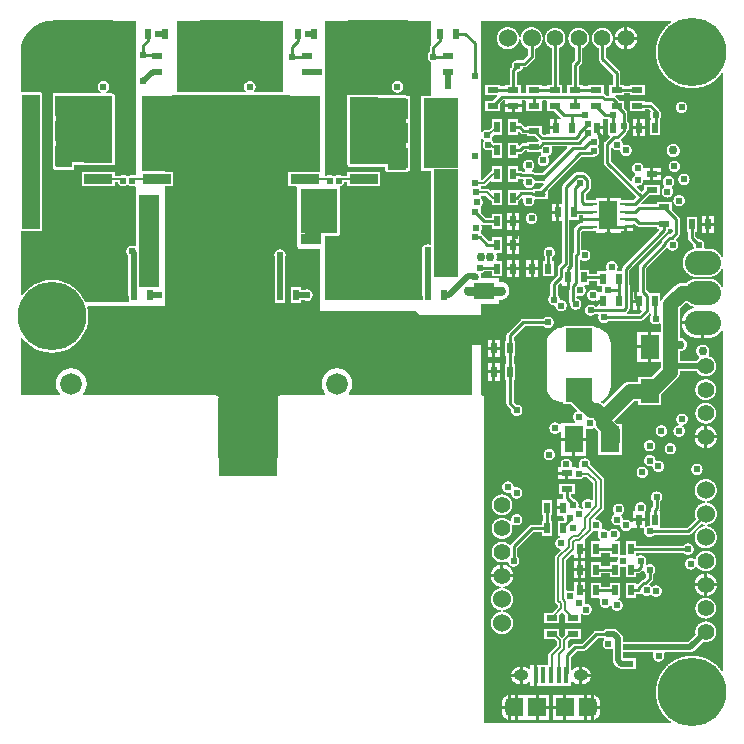
<source format=gbl>
G04*
G04 #@! TF.GenerationSoftware,Altium Limited,Altium Designer,19.1.8 (144)*
G04*
G04 Layer_Physical_Order=4*
G04 Layer_Color=16711680*
%FSLAX25Y25*%
%MOIN*%
G70*
G01*
G75*
%ADD10C,0.01000*%
%ADD20R,0.07087X0.05512*%
%ADD21R,0.01968X0.03740*%
%ADD26R,0.20000X0.20000*%
%ADD27R,0.03740X0.01968*%
%ADD65C,0.02000*%
%ADD66C,0.05000*%
%ADD67C,0.00800*%
%ADD76O,0.03347X0.06102*%
%ADD77O,0.04921X0.03740*%
%ADD78C,0.07200*%
%ADD79C,0.06000*%
%ADD80C,0.05512*%
%ADD81C,0.22835*%
%ADD82O,0.12000X0.08000*%
%ADD83C,0.02400*%
%ADD84C,0.03000*%
%ADD85C,0.05000*%
%ADD107C,0.03000*%
%ADD117R,0.04331X0.06102*%
%ADD118R,0.05906X0.06102*%
%ADD119R,0.01575X0.05315*%
%ADD120R,0.05512X0.07087*%
%ADD121R,0.20000X0.20000*%
%ADD122R,0.09606X0.03504*%
%ADD123R,0.09606X0.22047*%
%ADD124R,0.06496X0.09055*%
%ADD125R,0.06496X0.07874*%
%ADD126R,0.06260X0.09449*%
%ADD127R,0.03347X0.00984*%
%ADD128R,0.08661X0.08071*%
%ADD129R,0.04563X0.10039*%
%ADD130R,0.06890X0.30512*%
%ADD131R,0.06693X0.08186*%
%ADD132R,0.06693X0.03543*%
%ADD133R,0.12205X0.14961*%
%ADD134R,0.18898X0.22441*%
%ADD135R,0.06422X0.24016*%
%ADD136R,0.08563X0.19685*%
%ADD137R,0.08661X0.19488*%
%ADD138R,0.39764X0.22835*%
%ADD139R,0.06299X0.44882*%
%ADD140R,0.05512X0.22835*%
%ADD141R,0.11811X0.23622*%
%ADD142R,0.08169X0.36221*%
G36*
X-147638Y-24409D02*
Y-24803D01*
X-157258D01*
X-157423Y-24303D01*
X-157069Y-23773D01*
X-156921Y-23031D01*
X-157069Y-22290D01*
X-157488Y-21662D01*
X-158117Y-21242D01*
X-158858Y-21094D01*
X-159600Y-21242D01*
X-160228Y-21662D01*
X-160648Y-22290D01*
X-160795Y-23031D01*
X-160648Y-23773D01*
X-160294Y-24303D01*
X-160458Y-24803D01*
X-183071D01*
Y-24409D01*
Y-1071D01*
X-147638D01*
Y-24409D01*
D02*
G37*
G36*
X-18550Y-1146D02*
X-18452Y-1551D01*
X-18590Y-1650D01*
X-18835Y-1835D01*
X-19075Y-2025D01*
X-19311Y-2222D01*
X-19541Y-2425D01*
X-19766Y-2634D01*
X-19986Y-2848D01*
X-20201Y-3068D01*
X-20409Y-3293D01*
X-20612Y-3524D01*
X-20809Y-3759D01*
X-21000Y-4000D01*
X-21185Y-4245D01*
X-21364Y-4495D01*
X-21536Y-4749D01*
X-21701Y-5007D01*
X-21860Y-5270D01*
X-22013Y-5536D01*
X-22159Y-5807D01*
X-22297Y-6081D01*
X-22429Y-6358D01*
X-22554Y-6638D01*
X-22671Y-6922D01*
X-22781Y-7209D01*
X-22884Y-7498D01*
X-22980Y-7790D01*
X-23068Y-8084D01*
X-23149Y-8380D01*
X-23222Y-8678D01*
X-23288Y-8978D01*
X-23346Y-9279D01*
X-23396Y-9582D01*
X-23438Y-9886D01*
X-23473Y-10191D01*
X-23501Y-10497D01*
X-23520Y-10803D01*
X-23532Y-11110D01*
X-23536Y-11417D01*
X-23532Y-11724D01*
X-23520Y-12031D01*
X-23501Y-12337D01*
X-23473Y-12643D01*
X-23438Y-12948D01*
X-23396Y-13252D01*
X-23346Y-13555D01*
X-23288Y-13857D01*
X-23222Y-14157D01*
X-23149Y-14455D01*
X-23068Y-14751D01*
X-22980Y-15045D01*
X-22884Y-15337D01*
X-22781Y-15626D01*
X-22671Y-15913D01*
X-22554Y-16196D01*
X-22429Y-16477D01*
X-22297Y-16754D01*
X-22159Y-17028D01*
X-22013Y-17298D01*
X-21860Y-17565D01*
X-21701Y-17828D01*
X-21536Y-18086D01*
X-21364Y-18340D01*
X-21185Y-18590D01*
X-21000Y-18835D01*
X-20809Y-19075D01*
X-20612Y-19311D01*
X-20409Y-19541D01*
X-20201Y-19766D01*
X-19986Y-19986D01*
X-19766Y-20201D01*
X-19541Y-20409D01*
X-19311Y-20612D01*
X-19075Y-20809D01*
X-18835Y-21000D01*
X-18590Y-21185D01*
X-18340Y-21364D01*
X-18086Y-21536D01*
X-17828Y-21701D01*
X-17565Y-21860D01*
X-17298Y-22013D01*
X-17028Y-22159D01*
X-16754Y-22297D01*
X-16477Y-22429D01*
X-16196Y-22554D01*
X-15913Y-22671D01*
X-15626Y-22781D01*
X-15337Y-22884D01*
X-15045Y-22980D01*
X-14751Y-23068D01*
X-14455Y-23149D01*
X-14157Y-23222D01*
X-13857Y-23288D01*
X-13555Y-23346D01*
X-13252Y-23396D01*
X-12948Y-23438D01*
X-12643Y-23473D01*
X-12337Y-23501D01*
X-12031Y-23520D01*
X-11724Y-23532D01*
X-11417Y-23536D01*
X-11110Y-23532D01*
X-10803Y-23520D01*
X-10497Y-23501D01*
X-10191Y-23473D01*
X-9886Y-23438D01*
X-9582Y-23396D01*
X-9279Y-23346D01*
X-8978Y-23288D01*
X-8678Y-23222D01*
X-8380Y-23149D01*
X-8084Y-23068D01*
X-7790Y-22980D01*
X-7498Y-22884D01*
X-7209Y-22781D01*
X-6922Y-22671D01*
X-6638Y-22554D01*
X-6358Y-22429D01*
X-6081Y-22297D01*
X-5807Y-22159D01*
X-5536Y-22013D01*
X-5270Y-21860D01*
X-5007Y-21701D01*
X-4749Y-21536D01*
X-4495Y-21364D01*
X-4245Y-21185D01*
X-4000Y-21000D01*
X-3759Y-20809D01*
X-3524Y-20612D01*
X-3293Y-20409D01*
X-3068Y-20201D01*
X-2848Y-19986D01*
X-2634Y-19766D01*
X-2425Y-19541D01*
X-2222Y-19311D01*
X-2025Y-19075D01*
X-1835Y-18835D01*
X-1650Y-18590D01*
X-1551Y-18452D01*
X-1147Y-18549D01*
X-1051Y-18611D01*
Y-79749D01*
X-1531Y-79894D01*
X-1605Y-79725D01*
X-1685Y-79559D01*
X-1773Y-79396D01*
X-1866Y-79237D01*
X-1965Y-79081D01*
X-2071Y-78930D01*
X-2182Y-78783D01*
X-2299Y-78640D01*
X-2422Y-78502D01*
X-2550Y-78369D01*
X-2683Y-78241D01*
X-2821Y-78118D01*
X-2964Y-78001D01*
X-3111Y-77890D01*
X-3262Y-77784D01*
X-3418Y-77685D01*
X-3577Y-77591D01*
X-3740Y-77504D01*
X-3906Y-77424D01*
X-4075Y-77350D01*
X-4247Y-77283D01*
X-4421Y-77222D01*
X-4598Y-77169D01*
X-4777Y-77122D01*
X-4957Y-77082D01*
X-5139Y-77050D01*
X-5322Y-77025D01*
X-5505Y-77007D01*
X-5689Y-76996D01*
X-5874Y-76992D01*
X-7141D01*
X-7265Y-76893D01*
X-7329Y-76801D01*
X-7453Y-76492D01*
X-7443Y-76467D01*
X-7405Y-76358D01*
X-7374Y-76248D01*
X-7350Y-76136D01*
X-7333Y-76022D01*
X-7323Y-75908D01*
X-7319Y-75793D01*
X-7323Y-75678D01*
X-7333Y-75564D01*
X-7350Y-75450D01*
X-7374Y-75338D01*
X-7405Y-75227D01*
X-7443Y-75119D01*
X-7487Y-75013D01*
X-7537Y-74910D01*
X-7593Y-74809D01*
X-7656Y-74713D01*
X-7724Y-74621D01*
X-7797Y-74532D01*
X-7876Y-74449D01*
X-7959Y-74370D01*
X-8048Y-74297D01*
X-8140Y-74229D01*
X-8237Y-74166D01*
X-8337Y-74110D01*
X-8440Y-74059D01*
X-8546Y-74016D01*
X-8654Y-73978D01*
X-8765Y-73947D01*
X-8877Y-73923D01*
X-8991Y-73906D01*
X-9105Y-73896D01*
X-9220Y-73892D01*
X-9335Y-73896D01*
X-9412Y-73902D01*
X-10357Y-72957D01*
Y-71468D01*
X-9874D01*
Y-66328D01*
X-13243D01*
Y-71468D01*
X-12759D01*
Y-73454D01*
X-12759Y-73455D01*
X-12755Y-73549D01*
X-12744Y-73643D01*
X-12726Y-73735D01*
X-12700Y-73826D01*
X-12668Y-73914D01*
X-12628Y-74000D01*
X-12582Y-74082D01*
X-12530Y-74161D01*
X-12472Y-74235D01*
X-12408Y-74304D01*
X-11110Y-75601D01*
X-11117Y-75678D01*
X-11121Y-75793D01*
X-11117Y-75908D01*
X-11107Y-76022D01*
X-11090Y-76136D01*
X-11066Y-76248D01*
X-11035Y-76358D01*
X-10997Y-76467D01*
X-10953Y-76573D01*
X-10939Y-76603D01*
X-10950Y-76787D01*
X-11068Y-77063D01*
X-11150Y-77169D01*
X-11327Y-77222D01*
X-11501Y-77283D01*
X-11673Y-77350D01*
X-11842Y-77424D01*
X-12008Y-77504D01*
X-12171Y-77591D01*
X-12330Y-77685D01*
X-12486Y-77784D01*
X-12637Y-77890D01*
X-12784Y-78001D01*
X-12927Y-78118D01*
X-13065Y-78241D01*
X-13198Y-78369D01*
X-13326Y-78502D01*
X-13449Y-78640D01*
X-13566Y-78783D01*
X-13677Y-78930D01*
X-13783Y-79081D01*
X-13882Y-79237D01*
X-13976Y-79396D01*
X-14063Y-79559D01*
X-14143Y-79725D01*
X-14217Y-79894D01*
X-14284Y-80066D01*
X-14345Y-80240D01*
X-14398Y-80417D01*
X-14445Y-80595D01*
X-14485Y-80776D01*
X-14517Y-80958D01*
X-14542Y-81140D01*
X-14560Y-81324D01*
X-14571Y-81508D01*
X-14575Y-81693D01*
X-14571Y-81877D01*
X-14560Y-82062D01*
X-14542Y-82245D01*
X-14517Y-82428D01*
X-14485Y-82610D01*
X-14445Y-82790D01*
X-14398Y-82969D01*
X-14345Y-83146D01*
X-14284Y-83320D01*
X-14217Y-83492D01*
X-14143Y-83661D01*
X-14063Y-83827D01*
X-13976Y-83990D01*
X-13882Y-84149D01*
X-13783Y-84305D01*
X-13677Y-84456D01*
X-13566Y-84603D01*
X-13449Y-84746D01*
X-13326Y-84884D01*
X-13198Y-85017D01*
X-13065Y-85145D01*
X-12927Y-85268D01*
X-12784Y-85385D01*
X-12637Y-85496D01*
X-12486Y-85602D01*
X-12330Y-85701D01*
X-12171Y-85794D01*
X-12008Y-85881D01*
X-11842Y-85962D01*
X-11673Y-86036D01*
X-11501Y-86103D01*
X-11327Y-86164D01*
X-11150Y-86217D01*
X-10971Y-86264D01*
X-10791Y-86304D01*
X-10609Y-86336D01*
X-10427Y-86361D01*
X-10243Y-86379D01*
X-10059Y-86390D01*
X-9874Y-86394D01*
X-5874D01*
X-5689Y-86390D01*
X-5505Y-86379D01*
X-5322Y-86361D01*
X-5139Y-86336D01*
X-4957Y-86304D01*
X-4777Y-86264D01*
X-4598Y-86217D01*
X-4421Y-86164D01*
X-4247Y-86103D01*
X-4075Y-86036D01*
X-3906Y-85962D01*
X-3740Y-85881D01*
X-3577Y-85794D01*
X-3418Y-85701D01*
X-3262Y-85602D01*
X-3111Y-85496D01*
X-2964Y-85385D01*
X-2821Y-85268D01*
X-2683Y-85145D01*
X-2550Y-85017D01*
X-2422Y-84884D01*
X-2299Y-84746D01*
X-2182Y-84603D01*
X-2071Y-84456D01*
X-1965Y-84305D01*
X-1866Y-84149D01*
X-1773Y-83990D01*
X-1685Y-83827D01*
X-1605Y-83661D01*
X-1531Y-83492D01*
X-1051Y-83637D01*
Y-89749D01*
X-1531Y-89894D01*
X-1605Y-89725D01*
X-1685Y-89559D01*
X-1773Y-89396D01*
X-1866Y-89237D01*
X-1965Y-89081D01*
X-2071Y-88930D01*
X-2182Y-88783D01*
X-2299Y-88640D01*
X-2422Y-88502D01*
X-2550Y-88369D01*
X-2683Y-88241D01*
X-2821Y-88118D01*
X-2964Y-88001D01*
X-3111Y-87890D01*
X-3262Y-87784D01*
X-3418Y-87685D01*
X-3577Y-87591D01*
X-3740Y-87504D01*
X-3906Y-87424D01*
X-4075Y-87350D01*
X-4247Y-87283D01*
X-4421Y-87222D01*
X-4598Y-87169D01*
X-4777Y-87122D01*
X-4957Y-87082D01*
X-5139Y-87050D01*
X-5322Y-87025D01*
X-5505Y-87006D01*
X-5689Y-86996D01*
X-5874Y-86992D01*
X-9874D01*
X-10059Y-86996D01*
X-10243Y-87006D01*
X-10427Y-87025D01*
X-10609Y-87050D01*
X-10791Y-87082D01*
X-10971Y-87122D01*
X-11150Y-87169D01*
X-11327Y-87222D01*
X-11501Y-87283D01*
X-11673Y-87350D01*
X-11842Y-87424D01*
X-12008Y-87504D01*
X-12171Y-87591D01*
X-12330Y-87685D01*
X-12486Y-87784D01*
X-12637Y-87890D01*
X-12784Y-88001D01*
X-12927Y-88118D01*
X-13065Y-88241D01*
X-13198Y-88369D01*
X-13316Y-88492D01*
X-14921D01*
X-15078Y-88496D01*
X-15235Y-88507D01*
X-15391Y-88527D01*
X-15546Y-88553D01*
X-15699Y-88588D01*
X-15850Y-88630D01*
X-16000Y-88679D01*
X-16146Y-88736D01*
X-16290Y-88799D01*
X-16430Y-88870D01*
X-16567Y-88947D01*
X-16700Y-89031D01*
X-16828Y-89122D01*
X-16952Y-89218D01*
X-17071Y-89321D01*
X-17185Y-89429D01*
X-20964Y-93209D01*
X-21072Y-93323D01*
X-21175Y-93442D01*
X-21272Y-93566D01*
X-21362Y-93694D01*
X-21446Y-93827D01*
X-21524Y-93963D01*
X-21594Y-94104D01*
X-21658Y-94248D01*
X-21715Y-94394D01*
X-22191Y-94241D01*
Y-91918D01*
X-25559D01*
X-25923Y-91590D01*
X-26714Y-90799D01*
Y-83530D01*
X-20055Y-76871D01*
X-20007Y-76850D01*
X-19882Y-76829D01*
X-19779Y-76839D01*
X-19421Y-76945D01*
X-19410Y-76960D01*
X-19336Y-77048D01*
X-19257Y-77131D01*
X-19174Y-77210D01*
X-19086Y-77284D01*
X-18993Y-77352D01*
X-18897Y-77414D01*
X-18797Y-77470D01*
X-18693Y-77521D01*
X-18587Y-77565D01*
X-18479Y-77602D01*
X-18368Y-77633D01*
X-18256Y-77657D01*
X-18143Y-77674D01*
X-18028Y-77685D01*
X-17913Y-77688D01*
X-17799Y-77685D01*
X-17684Y-77674D01*
X-17571Y-77657D01*
X-17458Y-77633D01*
X-17348Y-77602D01*
X-17239Y-77565D01*
X-17133Y-77521D01*
X-17030Y-77470D01*
X-16930Y-77414D01*
X-16834Y-77352D01*
X-16741Y-77284D01*
X-16653Y-77210D01*
X-16569Y-77131D01*
X-16491Y-77048D01*
X-16417Y-76960D01*
X-16349Y-76867D01*
X-16287Y-76771D01*
X-16230Y-76671D01*
X-16180Y-76568D01*
X-16136Y-76461D01*
X-16099Y-76353D01*
X-16068Y-76242D01*
X-16044Y-76130D01*
X-16026Y-76016D01*
X-16016Y-75902D01*
X-16013Y-75787D01*
X-16016Y-75673D01*
X-16026Y-75558D01*
X-16044Y-75445D01*
X-16068Y-75332D01*
X-16099Y-75222D01*
X-16136Y-75113D01*
X-16180Y-75007D01*
X-16230Y-74904D01*
X-16287Y-74804D01*
X-16349Y-74708D01*
X-16417Y-74615D01*
X-16491Y-74527D01*
X-16569Y-74443D01*
X-16653Y-74365D01*
X-16741Y-74291D01*
X-16756Y-74280D01*
X-16862Y-73921D01*
X-16872Y-73819D01*
X-16850Y-73694D01*
X-16829Y-73646D01*
X-15883Y-72700D01*
X-15819Y-72630D01*
X-15761Y-72556D01*
X-15708Y-72478D01*
X-15662Y-72396D01*
X-15623Y-72310D01*
X-15590Y-72221D01*
X-15564Y-72131D01*
X-15546Y-72038D01*
X-15535Y-71945D01*
X-15531Y-71850D01*
X-15531Y-71850D01*
Y-67182D01*
X-15535Y-67088D01*
X-15546Y-66994D01*
X-15564Y-66901D01*
X-15590Y-66811D01*
X-15623Y-66722D01*
X-15662Y-66637D01*
X-15708Y-66554D01*
X-15761Y-66476D01*
X-15819Y-66402D01*
X-15883Y-66333D01*
X-15883Y-66333D01*
X-18099Y-64117D01*
Y-61561D01*
X-23239D01*
Y-62244D01*
X-28396D01*
X-28588Y-61782D01*
X-25914Y-59109D01*
X-22233D01*
Y-55740D01*
X-27373D01*
Y-57171D01*
X-28269Y-58067D01*
X-29823Y-56513D01*
X-29815Y-56454D01*
X-29684Y-56132D01*
X-29596Y-56033D01*
X-29528Y-56035D01*
X-29413Y-56031D01*
X-29298Y-56021D01*
X-29185Y-56004D01*
X-29073Y-55980D01*
X-28962Y-55949D01*
X-28853Y-55911D01*
X-28747Y-55867D01*
X-28644Y-55817D01*
X-28544Y-55761D01*
X-28448Y-55698D01*
X-28355Y-55630D01*
X-28267Y-55557D01*
X-28183Y-55478D01*
X-28105Y-55394D01*
X-28031Y-55306D01*
X-27963Y-55214D01*
X-27901Y-55117D01*
X-27844Y-55017D01*
X-27794Y-54914D01*
X-27750Y-54808D01*
X-27713Y-54699D01*
X-27682Y-54589D01*
X-27658Y-54476D01*
X-27641Y-54363D01*
X-27630Y-54249D01*
X-27627Y-54134D01*
X-27130Y-54009D01*
X-25303D01*
Y-52024D01*
Y-50040D01*
X-27634D01*
X-27641Y-49968D01*
X-27658Y-49854D01*
X-27682Y-49742D01*
X-27713Y-49631D01*
X-27750Y-49523D01*
X-27794Y-49417D01*
X-27844Y-49314D01*
X-27901Y-49213D01*
X-27963Y-49117D01*
X-28031Y-49025D01*
X-28105Y-48936D01*
X-28183Y-48853D01*
X-28267Y-48774D01*
X-28355Y-48700D01*
X-28448Y-48632D01*
X-28544Y-48570D01*
X-28644Y-48514D01*
X-28747Y-48463D01*
X-28853Y-48419D01*
X-28962Y-48382D01*
X-29073Y-48351D01*
X-29185Y-48327D01*
X-29298Y-48310D01*
X-29413Y-48300D01*
X-29528Y-48296D01*
X-29642Y-48300D01*
X-29757Y-48310D01*
X-29870Y-48327D01*
X-29983Y-48351D01*
X-30093Y-48382D01*
X-30202Y-48419D01*
X-30308Y-48463D01*
X-30411Y-48514D01*
X-30511Y-48570D01*
X-30607Y-48632D01*
X-30700Y-48700D01*
X-30788Y-48774D01*
X-30872Y-48853D01*
X-30950Y-48936D01*
X-31024Y-49025D01*
X-31092Y-49117D01*
X-31154Y-49213D01*
X-31211Y-49314D01*
X-31261Y-49417D01*
X-31305Y-49523D01*
X-31342Y-49631D01*
X-31373Y-49742D01*
X-31397Y-49854D01*
X-31415Y-49968D01*
X-31425Y-50082D01*
X-31428Y-50197D01*
X-31425Y-50312D01*
X-31415Y-50426D01*
X-31397Y-50539D01*
X-31373Y-50652D01*
X-31342Y-50762D01*
X-31305Y-50871D01*
X-31261Y-50977D01*
X-31211Y-51080D01*
X-31154Y-51180D01*
X-31092Y-51277D01*
X-31024Y-51369D01*
X-30950Y-51457D01*
X-30872Y-51541D01*
X-30788Y-51620D01*
X-30700Y-51693D01*
X-30607Y-51761D01*
X-30511Y-51824D01*
X-30411Y-51880D01*
X-30381Y-51895D01*
X-30333Y-52165D01*
X-30381Y-52436D01*
X-30411Y-52451D01*
X-30511Y-52507D01*
X-30607Y-52570D01*
X-30700Y-52637D01*
X-30788Y-52711D01*
X-30872Y-52790D01*
X-30950Y-52873D01*
X-31024Y-52962D01*
X-31092Y-53054D01*
X-31154Y-53150D01*
X-31211Y-53250D01*
X-31261Y-53354D01*
X-31305Y-53460D01*
X-31342Y-53568D01*
X-31373Y-53679D01*
X-31397Y-53791D01*
X-31415Y-53905D01*
X-31425Y-54019D01*
X-31428Y-54134D01*
X-31426Y-54203D01*
X-31526Y-54290D01*
X-31848Y-54422D01*
X-31907Y-54430D01*
X-38438Y-47899D01*
Y-43618D01*
X-38124Y-43470D01*
X-37938Y-43462D01*
X-37914Y-43495D01*
X-37840Y-43583D01*
X-37761Y-43667D01*
X-37678Y-43746D01*
X-37590Y-43819D01*
X-37497Y-43887D01*
X-37401Y-43950D01*
X-37301Y-44006D01*
X-37198Y-44056D01*
X-37091Y-44100D01*
X-36983Y-44138D01*
X-36872Y-44168D01*
X-36760Y-44193D01*
X-36646Y-44210D01*
X-36532Y-44220D01*
X-36417Y-44224D01*
X-36303Y-44220D01*
X-36188Y-44210D01*
X-36075Y-44193D01*
X-35962Y-44168D01*
X-35852Y-44138D01*
X-35849Y-44138D01*
X-35664Y-44197D01*
X-35555Y-44263D01*
X-35420Y-44380D01*
X-35356Y-44475D01*
X-35352Y-44521D01*
X-35334Y-44634D01*
X-35310Y-44746D01*
X-35279Y-44857D01*
X-35242Y-44965D01*
X-35198Y-45072D01*
X-35148Y-45175D01*
X-35091Y-45275D01*
X-35029Y-45371D01*
X-34961Y-45464D01*
X-34887Y-45552D01*
X-34809Y-45636D01*
X-34725Y-45714D01*
X-34637Y-45788D01*
X-34544Y-45856D01*
X-34448Y-45918D01*
X-34348Y-45974D01*
X-34245Y-46025D01*
X-34139Y-46069D01*
X-34030Y-46106D01*
X-33920Y-46137D01*
X-33807Y-46161D01*
X-33694Y-46178D01*
X-33579Y-46189D01*
X-33465Y-46192D01*
X-33350Y-46189D01*
X-33235Y-46178D01*
X-33122Y-46161D01*
X-33010Y-46137D01*
X-32899Y-46106D01*
X-32790Y-46069D01*
X-32684Y-46025D01*
X-32581Y-45974D01*
X-32481Y-45918D01*
X-32385Y-45856D01*
X-32292Y-45788D01*
X-32204Y-45714D01*
X-32120Y-45636D01*
X-32042Y-45552D01*
X-31968Y-45464D01*
X-31900Y-45371D01*
X-31838Y-45275D01*
X-31781Y-45175D01*
X-31731Y-45072D01*
X-31687Y-44965D01*
X-31650Y-44857D01*
X-31619Y-44746D01*
X-31595Y-44634D01*
X-31578Y-44521D01*
X-31567Y-44406D01*
X-31564Y-44291D01*
X-31567Y-44177D01*
X-31578Y-44062D01*
X-31595Y-43949D01*
X-31619Y-43836D01*
X-31650Y-43726D01*
X-31687Y-43617D01*
X-31731Y-43511D01*
X-31781Y-43408D01*
X-31838Y-43308D01*
X-31900Y-43211D01*
X-31968Y-43119D01*
X-32042Y-43031D01*
X-32120Y-42947D01*
X-32204Y-42869D01*
X-32292Y-42795D01*
X-32385Y-42727D01*
X-32481Y-42665D01*
X-32581Y-42608D01*
X-32684Y-42558D01*
X-32790Y-42514D01*
X-32899Y-42476D01*
X-33010Y-42446D01*
X-33122Y-42422D01*
X-33235Y-42404D01*
X-33350Y-42394D01*
X-33465Y-42390D01*
X-33579Y-42394D01*
X-33694Y-42404D01*
X-33807Y-42422D01*
X-33920Y-42446D01*
X-34030Y-42476D01*
X-34033Y-42476D01*
X-34218Y-42417D01*
X-34327Y-42351D01*
X-34462Y-42234D01*
X-34526Y-42139D01*
X-34530Y-42094D01*
X-34548Y-41980D01*
X-34572Y-41868D01*
X-34602Y-41757D01*
X-34640Y-41649D01*
X-34684Y-41543D01*
X-34734Y-41439D01*
X-34791Y-41339D01*
X-34853Y-41243D01*
X-34921Y-41151D01*
X-34995Y-41062D01*
X-35073Y-40979D01*
X-35129Y-40537D01*
X-35124Y-40473D01*
X-35081Y-40346D01*
X-33403Y-38668D01*
X-33339Y-38599D01*
X-33280Y-38525D01*
X-33228Y-38447D01*
X-33182Y-38364D01*
X-33143Y-38279D01*
X-33110Y-38190D01*
X-33084Y-38099D01*
X-33066Y-38007D01*
X-33055Y-37913D01*
X-33051Y-37819D01*
X-33051Y-37819D01*
Y-37693D01*
X-32991Y-37643D01*
X-32908Y-37565D01*
X-32829Y-37481D01*
X-32756Y-37393D01*
X-32688Y-37300D01*
X-32625Y-37204D01*
X-32569Y-37104D01*
X-32519Y-37001D01*
X-32475Y-36895D01*
X-32437Y-36786D01*
X-32406Y-36675D01*
X-32382Y-36563D01*
X-32365Y-36450D01*
X-32355Y-36335D01*
X-32351Y-36220D01*
X-32355Y-36106D01*
X-32365Y-35991D01*
X-32382Y-35878D01*
X-32406Y-35766D01*
X-32437Y-35655D01*
X-32475Y-35546D01*
X-32519Y-35440D01*
X-32569Y-35337D01*
X-32625Y-35237D01*
X-32688Y-35141D01*
X-32756Y-35048D01*
X-32829Y-34960D01*
X-32908Y-34876D01*
X-32991Y-34798D01*
X-33051Y-34748D01*
Y-31778D01*
X-33055Y-31684D01*
X-33066Y-31590D01*
X-33084Y-31498D01*
X-33110Y-31407D01*
X-33143Y-31318D01*
X-33182Y-31233D01*
X-33228Y-31150D01*
X-33280Y-31072D01*
X-33339Y-30998D01*
X-33403Y-30929D01*
X-33403Y-30929D01*
X-34044Y-30288D01*
Y-27731D01*
X-35583D01*
X-35590Y-27719D01*
X-35643Y-27641D01*
X-35701Y-27566D01*
X-35765Y-27497D01*
X-35765Y-27497D01*
X-36880Y-26382D01*
X-36949Y-26318D01*
X-37023Y-26260D01*
X-36844Y-25788D01*
X-36776Y-25700D01*
X-34044D01*
Y-25217D01*
X-32294D01*
Y-25700D01*
X-27154D01*
Y-22332D01*
X-32294D01*
Y-22815D01*
X-34044D01*
Y-22332D01*
X-35413D01*
Y-18504D01*
X-35417Y-18410D01*
X-35428Y-18316D01*
X-35447Y-18224D01*
X-35472Y-18133D01*
X-35505Y-18044D01*
X-35544Y-17959D01*
X-35590Y-17876D01*
X-35643Y-17798D01*
X-35701Y-17724D01*
X-35765Y-17655D01*
X-35765Y-17655D01*
X-40137Y-13283D01*
Y-10130D01*
X-40089Y-10112D01*
X-39942Y-10051D01*
X-39797Y-9984D01*
X-39656Y-9909D01*
X-39518Y-9828D01*
X-39385Y-9741D01*
X-39255Y-9648D01*
X-39130Y-9549D01*
X-39009Y-9444D01*
X-38894Y-9333D01*
X-38783Y-9218D01*
X-38679Y-9097D01*
X-38579Y-8972D01*
X-38486Y-8843D01*
X-38399Y-8709D01*
X-38318Y-8571D01*
X-38244Y-8430D01*
X-38176Y-8285D01*
X-38115Y-8138D01*
X-38061Y-7988D01*
X-38013Y-7835D01*
X-37973Y-7681D01*
X-37940Y-7524D01*
X-37914Y-7367D01*
X-37896Y-7208D01*
X-37885Y-7049D01*
X-37881Y-6889D01*
X-37885Y-6729D01*
X-37896Y-6570D01*
X-37914Y-6412D01*
X-37940Y-6254D01*
X-37973Y-6098D01*
X-38013Y-5943D01*
X-38061Y-5790D01*
X-38115Y-5640D01*
X-38176Y-5493D01*
X-38244Y-5348D01*
X-38318Y-5207D01*
X-38399Y-5069D01*
X-38486Y-4936D01*
X-38579Y-4806D01*
X-38679Y-4681D01*
X-38783Y-4560D01*
X-38894Y-4445D01*
X-39009Y-4334D01*
X-39130Y-4230D01*
X-39255Y-4130D01*
X-39385Y-4037D01*
X-39518Y-3950D01*
X-39656Y-3869D01*
X-39797Y-3795D01*
X-39942Y-3727D01*
X-40089Y-3666D01*
X-40240Y-3611D01*
X-40392Y-3564D01*
X-40547Y-3524D01*
X-40703Y-3491D01*
X-40861Y-3465D01*
X-41019Y-3447D01*
X-41179Y-3436D01*
X-41338Y-3432D01*
X-41498Y-3436D01*
X-41657Y-3447D01*
X-41816Y-3465D01*
X-41973Y-3491D01*
X-42130Y-3524D01*
X-42284Y-3564D01*
X-42437Y-3611D01*
X-42587Y-3666D01*
X-42734Y-3727D01*
X-42879Y-3795D01*
X-43020Y-3869D01*
X-43158Y-3950D01*
X-43292Y-4037D01*
X-43421Y-4130D01*
X-43547Y-4230D01*
X-43667Y-4334D01*
X-43782Y-4445D01*
X-43893Y-4560D01*
X-43998Y-4681D01*
X-44097Y-4806D01*
X-44190Y-4936D01*
X-44277Y-5069D01*
X-44358Y-5207D01*
X-44433Y-5348D01*
X-44500Y-5493D01*
X-44561Y-5640D01*
X-44616Y-5790D01*
X-44663Y-5943D01*
X-44703Y-6098D01*
X-44736Y-6254D01*
X-44762Y-6412D01*
X-44780Y-6570D01*
X-44791Y-6729D01*
X-44795Y-6889D01*
X-44791Y-7049D01*
X-44780Y-7208D01*
X-44762Y-7367D01*
X-44736Y-7524D01*
X-44703Y-7681D01*
X-44663Y-7835D01*
X-44616Y-7988D01*
X-44561Y-8138D01*
X-44500Y-8285D01*
X-44433Y-8430D01*
X-44358Y-8571D01*
X-44277Y-8709D01*
X-44190Y-8843D01*
X-44097Y-8972D01*
X-43998Y-9097D01*
X-43893Y-9218D01*
X-43782Y-9333D01*
X-43667Y-9444D01*
X-43547Y-9549D01*
X-43421Y-9648D01*
X-43292Y-9741D01*
X-43158Y-9828D01*
X-43020Y-9909D01*
X-42879Y-9984D01*
X-42734Y-10051D01*
X-42587Y-10112D01*
X-42539Y-10130D01*
Y-13780D01*
X-42539Y-13780D01*
X-42535Y-13874D01*
X-42524Y-13968D01*
X-42506Y-14060D01*
X-42480Y-14151D01*
X-42448Y-14240D01*
X-42408Y-14325D01*
X-42362Y-14408D01*
X-42310Y-14486D01*
X-42251Y-14560D01*
X-42187Y-14629D01*
X-37815Y-19001D01*
Y-22332D01*
X-39184D01*
Y-25531D01*
X-39184Y-25700D01*
X-39547Y-26031D01*
X-39988D01*
X-40489Y-25529D01*
X-40559Y-25465D01*
X-40633Y-25406D01*
X-40711Y-25354D01*
X-40793Y-25308D01*
X-40879Y-25268D01*
X-40934Y-25248D01*
Y-22332D01*
X-46074D01*
Y-22815D01*
X-47824D01*
Y-22332D01*
X-49193D01*
Y-16246D01*
X-48363Y-15416D01*
X-48363Y-15416D01*
X-48299Y-15346D01*
X-48241Y-15272D01*
X-48188Y-15194D01*
X-48142Y-15112D01*
X-48103Y-15026D01*
X-48070Y-14938D01*
X-48044Y-14847D01*
X-48026Y-14754D01*
X-48015Y-14661D01*
X-48011Y-14567D01*
X-48011Y-14566D01*
Y-10130D01*
X-47963Y-10112D01*
X-47816Y-10051D01*
X-47671Y-9984D01*
X-47530Y-9909D01*
X-47392Y-9828D01*
X-47259Y-9741D01*
X-47129Y-9648D01*
X-47004Y-9549D01*
X-46883Y-9444D01*
X-46768Y-9333D01*
X-46657Y-9218D01*
X-46553Y-9097D01*
X-46453Y-8972D01*
X-46360Y-8843D01*
X-46273Y-8709D01*
X-46192Y-8571D01*
X-46118Y-8430D01*
X-46050Y-8285D01*
X-45989Y-8138D01*
X-45935Y-7988D01*
X-45887Y-7835D01*
X-45847Y-7681D01*
X-45814Y-7524D01*
X-45788Y-7367D01*
X-45770Y-7208D01*
X-45759Y-7049D01*
X-45755Y-6889D01*
X-45759Y-6729D01*
X-45770Y-6570D01*
X-45788Y-6412D01*
X-45814Y-6254D01*
X-45847Y-6098D01*
X-45887Y-5943D01*
X-45935Y-5790D01*
X-45989Y-5640D01*
X-46050Y-5493D01*
X-46118Y-5348D01*
X-46192Y-5207D01*
X-46273Y-5069D01*
X-46360Y-4936D01*
X-46453Y-4806D01*
X-46553Y-4681D01*
X-46657Y-4560D01*
X-46768Y-4445D01*
X-46883Y-4334D01*
X-47004Y-4230D01*
X-47129Y-4130D01*
X-47259Y-4037D01*
X-47392Y-3950D01*
X-47530Y-3869D01*
X-47671Y-3795D01*
X-47816Y-3727D01*
X-47963Y-3666D01*
X-48114Y-3611D01*
X-48266Y-3564D01*
X-48421Y-3524D01*
X-48577Y-3491D01*
X-48735Y-3465D01*
X-48893Y-3447D01*
X-49053Y-3436D01*
X-49212Y-3432D01*
X-49372Y-3436D01*
X-49531Y-3447D01*
X-49690Y-3465D01*
X-49847Y-3491D01*
X-50004Y-3524D01*
X-50158Y-3564D01*
X-50311Y-3611D01*
X-50461Y-3666D01*
X-50608Y-3727D01*
X-50753Y-3795D01*
X-50894Y-3869D01*
X-51032Y-3950D01*
X-51166Y-4037D01*
X-51295Y-4130D01*
X-51420Y-4230D01*
X-51541Y-4334D01*
X-51657Y-4445D01*
X-51767Y-4560D01*
X-51872Y-4681D01*
X-51971Y-4806D01*
X-52064Y-4936D01*
X-52151Y-5069D01*
X-52232Y-5207D01*
X-52307Y-5348D01*
X-52374Y-5493D01*
X-52435Y-5640D01*
X-52490Y-5790D01*
X-52537Y-5943D01*
X-52577Y-6098D01*
X-52610Y-6254D01*
X-52636Y-6412D01*
X-52654Y-6570D01*
X-52665Y-6729D01*
X-52669Y-6889D01*
X-52665Y-7049D01*
X-52654Y-7208D01*
X-52636Y-7367D01*
X-52610Y-7524D01*
X-52577Y-7681D01*
X-52537Y-7835D01*
X-52490Y-7988D01*
X-52435Y-8138D01*
X-52374Y-8285D01*
X-52307Y-8430D01*
X-52232Y-8571D01*
X-52151Y-8709D01*
X-52064Y-8843D01*
X-51971Y-8972D01*
X-51872Y-9097D01*
X-51767Y-9218D01*
X-51657Y-9333D01*
X-51541Y-9444D01*
X-51420Y-9549D01*
X-51295Y-9648D01*
X-51166Y-9741D01*
X-51032Y-9828D01*
X-50894Y-9909D01*
X-50753Y-9984D01*
X-50608Y-10051D01*
X-50461Y-10112D01*
X-50413Y-10130D01*
Y-14069D01*
X-51243Y-14899D01*
X-51307Y-14968D01*
X-51365Y-15042D01*
X-51418Y-15121D01*
X-51464Y-15203D01*
X-51503Y-15289D01*
X-51536Y-15377D01*
X-51561Y-15468D01*
X-51580Y-15560D01*
X-51591Y-15654D01*
X-51595Y-15748D01*
X-51595Y-15748D01*
Y-22332D01*
X-52964D01*
Y-25177D01*
X-54713D01*
Y-22332D01*
X-55885D01*
Y-10130D01*
X-55837Y-10112D01*
X-55690Y-10051D01*
X-55545Y-9984D01*
X-55404Y-9909D01*
X-55266Y-9828D01*
X-55133Y-9741D01*
X-55003Y-9648D01*
X-54878Y-9549D01*
X-54757Y-9444D01*
X-54642Y-9333D01*
X-54532Y-9218D01*
X-54427Y-9097D01*
X-54328Y-8972D01*
X-54234Y-8843D01*
X-54147Y-8709D01*
X-54066Y-8571D01*
X-53992Y-8430D01*
X-53924Y-8285D01*
X-53863Y-8138D01*
X-53808Y-7988D01*
X-53761Y-7835D01*
X-53721Y-7681D01*
X-53688Y-7524D01*
X-53663Y-7367D01*
X-53644Y-7208D01*
X-53633Y-7049D01*
X-53629Y-6889D01*
X-53633Y-6729D01*
X-53644Y-6570D01*
X-53663Y-6412D01*
X-53688Y-6254D01*
X-53721Y-6098D01*
X-53761Y-5943D01*
X-53808Y-5790D01*
X-53863Y-5640D01*
X-53924Y-5493D01*
X-53992Y-5348D01*
X-54066Y-5207D01*
X-54147Y-5069D01*
X-54234Y-4936D01*
X-54328Y-4806D01*
X-54427Y-4681D01*
X-54532Y-4560D01*
X-54642Y-4445D01*
X-54757Y-4334D01*
X-54878Y-4230D01*
X-55003Y-4130D01*
X-55133Y-4037D01*
X-55266Y-3950D01*
X-55404Y-3869D01*
X-55545Y-3795D01*
X-55690Y-3727D01*
X-55837Y-3666D01*
X-55988Y-3611D01*
X-56140Y-3564D01*
X-56295Y-3524D01*
X-56451Y-3491D01*
X-56609Y-3465D01*
X-56767Y-3447D01*
X-56927Y-3436D01*
X-57086Y-3432D01*
X-57246Y-3436D01*
X-57405Y-3447D01*
X-57564Y-3465D01*
X-57721Y-3491D01*
X-57878Y-3524D01*
X-58032Y-3564D01*
X-58185Y-3611D01*
X-58335Y-3666D01*
X-58482Y-3727D01*
X-58627Y-3795D01*
X-58768Y-3869D01*
X-58906Y-3950D01*
X-59040Y-4037D01*
X-59169Y-4130D01*
X-59294Y-4230D01*
X-59415Y-4334D01*
X-59531Y-4445D01*
X-59641Y-4560D01*
X-59746Y-4681D01*
X-59845Y-4806D01*
X-59938Y-4936D01*
X-60025Y-5069D01*
X-60106Y-5207D01*
X-60181Y-5348D01*
X-60248Y-5493D01*
X-60310Y-5640D01*
X-60364Y-5790D01*
X-60411Y-5943D01*
X-60451Y-6098D01*
X-60484Y-6254D01*
X-60510Y-6412D01*
X-60528Y-6570D01*
X-60539Y-6729D01*
X-60543Y-6889D01*
X-60539Y-7049D01*
X-60528Y-7208D01*
X-60510Y-7367D01*
X-60484Y-7524D01*
X-60451Y-7681D01*
X-60411Y-7835D01*
X-60364Y-7988D01*
X-60310Y-8138D01*
X-60248Y-8285D01*
X-60181Y-8430D01*
X-60106Y-8571D01*
X-60025Y-8709D01*
X-59938Y-8843D01*
X-59845Y-8972D01*
X-59746Y-9097D01*
X-59641Y-9218D01*
X-59531Y-9333D01*
X-59415Y-9444D01*
X-59294Y-9549D01*
X-59169Y-9648D01*
X-59040Y-9741D01*
X-58906Y-9828D01*
X-58768Y-9909D01*
X-58627Y-9984D01*
X-58482Y-10051D01*
X-58335Y-10112D01*
X-58287Y-10130D01*
Y-22332D01*
X-59854D01*
Y-22815D01*
X-61603D01*
Y-22332D01*
X-66743D01*
Y-25177D01*
X-68493D01*
Y-22332D01*
X-69862D01*
Y-18518D01*
X-69685Y-18043D01*
X-69570Y-18039D01*
X-69456Y-18029D01*
X-69342Y-18011D01*
X-69230Y-17987D01*
X-69120Y-17956D01*
X-69011Y-17919D01*
X-68905Y-17875D01*
X-68802Y-17825D01*
X-68702Y-17768D01*
X-68605Y-17706D01*
X-68513Y-17638D01*
X-68424Y-17564D01*
X-68341Y-17486D01*
X-68262Y-17402D01*
X-68189Y-17314D01*
X-68121Y-17221D01*
X-68058Y-17125D01*
X-68002Y-17025D01*
X-67952Y-16922D01*
X-67908Y-16816D01*
X-67870Y-16707D01*
X-67839Y-16597D01*
X-67830Y-16555D01*
X-67323D01*
X-67323Y-16555D01*
X-67229Y-16552D01*
X-67135Y-16541D01*
X-67042Y-16522D01*
X-66952Y-16497D01*
X-66863Y-16464D01*
X-66778Y-16424D01*
X-66695Y-16378D01*
X-66617Y-16326D01*
X-66543Y-16267D01*
X-66474Y-16204D01*
X-64111Y-13841D01*
X-64047Y-13772D01*
X-63989Y-13698D01*
X-63936Y-13619D01*
X-63890Y-13537D01*
X-63851Y-13451D01*
X-63818Y-13363D01*
X-63792Y-13272D01*
X-63774Y-13180D01*
X-63763Y-13086D01*
X-63759Y-12992D01*
X-63759Y-12991D01*
Y-10389D01*
X-63623Y-10340D01*
X-63465Y-10275D01*
X-63310Y-10202D01*
X-63159Y-10122D01*
X-63012Y-10036D01*
X-62869Y-9942D01*
X-62730Y-9843D01*
X-62596Y-9736D01*
X-62467Y-9624D01*
X-62343Y-9506D01*
X-62225Y-9382D01*
X-62113Y-9253D01*
X-62007Y-9119D01*
X-61907Y-8981D01*
X-61813Y-8837D01*
X-61727Y-8690D01*
X-61647Y-8539D01*
X-61575Y-8384D01*
X-61509Y-8226D01*
X-61451Y-8065D01*
X-61401Y-7902D01*
X-61357Y-7736D01*
X-61322Y-7569D01*
X-61295Y-7400D01*
X-61275Y-7231D01*
X-61263Y-7060D01*
X-61259Y-6889D01*
X-61263Y-6718D01*
X-61275Y-6548D01*
X-61295Y-6378D01*
X-61322Y-6209D01*
X-61357Y-6042D01*
X-61401Y-5876D01*
X-61451Y-5713D01*
X-61509Y-5552D01*
X-61575Y-5394D01*
X-61647Y-5239D01*
X-61727Y-5088D01*
X-61813Y-4941D01*
X-61907Y-4797D01*
X-62007Y-4659D01*
X-62113Y-4525D01*
X-62225Y-4396D01*
X-62343Y-4272D01*
X-62467Y-4154D01*
X-62596Y-4042D01*
X-62730Y-3936D01*
X-62869Y-3836D01*
X-63012Y-3742D01*
X-63159Y-3656D01*
X-63310Y-3576D01*
X-63465Y-3503D01*
X-63623Y-3438D01*
X-63784Y-3380D01*
X-63947Y-3329D01*
X-64113Y-3286D01*
X-64280Y-3251D01*
X-64449Y-3224D01*
X-64619Y-3204D01*
X-64789Y-3192D01*
X-64960Y-3188D01*
X-65131Y-3192D01*
X-65302Y-3204D01*
X-65472Y-3224D01*
X-65640Y-3251D01*
X-65807Y-3286D01*
X-65973Y-3329D01*
X-66136Y-3380D01*
X-66297Y-3438D01*
X-66455Y-3503D01*
X-66610Y-3576D01*
X-66761Y-3656D01*
X-66909Y-3742D01*
X-67052Y-3836D01*
X-67190Y-3936D01*
X-67325Y-4042D01*
X-67453Y-4154D01*
X-67577Y-4272D01*
X-67695Y-4396D01*
X-67808Y-4525D01*
X-67914Y-4659D01*
X-68014Y-4797D01*
X-68107Y-4941D01*
X-68193Y-5088D01*
X-68273Y-5239D01*
X-68346Y-5394D01*
X-68411Y-5552D01*
X-68469Y-5713D01*
X-68520Y-5876D01*
X-68563Y-6042D01*
X-68598Y-6209D01*
X-68626Y-6378D01*
X-68645Y-6548D01*
X-68647Y-6565D01*
X-69148D01*
X-69149Y-6548D01*
X-69169Y-6378D01*
X-69196Y-6209D01*
X-69231Y-6042D01*
X-69274Y-5876D01*
X-69325Y-5713D01*
X-69383Y-5552D01*
X-69449Y-5394D01*
X-69521Y-5239D01*
X-69601Y-5088D01*
X-69687Y-4941D01*
X-69781Y-4797D01*
X-69881Y-4659D01*
X-69987Y-4525D01*
X-70099Y-4396D01*
X-70217Y-4272D01*
X-70341Y-4154D01*
X-70470Y-4042D01*
X-70604Y-3936D01*
X-70743Y-3836D01*
X-70886Y-3742D01*
X-71033Y-3656D01*
X-71184Y-3576D01*
X-71339Y-3503D01*
X-71497Y-3438D01*
X-71658Y-3380D01*
X-71821Y-3329D01*
X-71987Y-3286D01*
X-72154Y-3251D01*
X-72323Y-3224D01*
X-72493Y-3204D01*
X-72663Y-3192D01*
X-72834Y-3188D01*
X-73005Y-3192D01*
X-73176Y-3204D01*
X-73346Y-3224D01*
X-73514Y-3251D01*
X-73681Y-3286D01*
X-73847Y-3329D01*
X-74010Y-3380D01*
X-74171Y-3438D01*
X-74329Y-3503D01*
X-74484Y-3576D01*
X-74635Y-3656D01*
X-74783Y-3742D01*
X-74926Y-3836D01*
X-75064Y-3936D01*
X-75199Y-4042D01*
X-75327Y-4154D01*
X-75451Y-4272D01*
X-75569Y-4396D01*
X-75682Y-4525D01*
X-75788Y-4659D01*
X-75888Y-4797D01*
X-75981Y-4941D01*
X-76068Y-5088D01*
X-76147Y-5239D01*
X-76220Y-5394D01*
X-76285Y-5552D01*
X-76343Y-5713D01*
X-76394Y-5876D01*
X-76437Y-6042D01*
X-76472Y-6209D01*
X-76500Y-6378D01*
X-76519Y-6548D01*
X-76531Y-6718D01*
X-76535Y-6889D01*
X-76531Y-7060D01*
X-76519Y-7231D01*
X-76500Y-7400D01*
X-76472Y-7569D01*
X-76437Y-7736D01*
X-76394Y-7902D01*
X-76343Y-8065D01*
X-76285Y-8226D01*
X-76220Y-8384D01*
X-76147Y-8539D01*
X-76068Y-8690D01*
X-75981Y-8837D01*
X-75888Y-8981D01*
X-75788Y-9119D01*
X-75682Y-9253D01*
X-75569Y-9382D01*
X-75451Y-9506D01*
X-75327Y-9624D01*
X-75199Y-9736D01*
X-75064Y-9843D01*
X-74926Y-9942D01*
X-74783Y-10036D01*
X-74635Y-10122D01*
X-74484Y-10202D01*
X-74329Y-10275D01*
X-74171Y-10340D01*
X-74010Y-10398D01*
X-73847Y-10449D01*
X-73681Y-10492D01*
X-73514Y-10527D01*
X-73346Y-10555D01*
X-73176Y-10574D01*
X-73005Y-10586D01*
X-72834Y-10590D01*
X-72663Y-10586D01*
X-72493Y-10574D01*
X-72323Y-10555D01*
X-72154Y-10527D01*
X-71987Y-10492D01*
X-71821Y-10449D01*
X-71658Y-10398D01*
X-71497Y-10340D01*
X-71339Y-10275D01*
X-71184Y-10202D01*
X-71033Y-10122D01*
X-70886Y-10036D01*
X-70743Y-9942D01*
X-70604Y-9843D01*
X-70470Y-9736D01*
X-70341Y-9624D01*
X-70217Y-9506D01*
X-70099Y-9382D01*
X-69987Y-9253D01*
X-69881Y-9119D01*
X-69781Y-8981D01*
X-69687Y-8837D01*
X-69601Y-8690D01*
X-69521Y-8539D01*
X-69449Y-8384D01*
X-69383Y-8226D01*
X-69325Y-8065D01*
X-69274Y-7902D01*
X-69231Y-7736D01*
X-69196Y-7569D01*
X-69169Y-7400D01*
X-69149Y-7231D01*
X-69148Y-7213D01*
X-68647D01*
X-68645Y-7231D01*
X-68626Y-7400D01*
X-68598Y-7569D01*
X-68563Y-7736D01*
X-68520Y-7902D01*
X-68469Y-8065D01*
X-68411Y-8226D01*
X-68346Y-8384D01*
X-68273Y-8539D01*
X-68193Y-8690D01*
X-68107Y-8837D01*
X-68014Y-8981D01*
X-67914Y-9119D01*
X-67808Y-9253D01*
X-67695Y-9382D01*
X-67577Y-9506D01*
X-67453Y-9624D01*
X-67325Y-9736D01*
X-67190Y-9843D01*
X-67052Y-9942D01*
X-66909Y-10036D01*
X-66761Y-10122D01*
X-66610Y-10202D01*
X-66455Y-10275D01*
X-66297Y-10340D01*
X-66161Y-10389D01*
Y-12494D01*
X-67820Y-14153D01*
X-68898D01*
X-68992Y-14157D01*
X-69086Y-14168D01*
X-69178Y-14187D01*
X-69269Y-14212D01*
X-69357Y-14245D01*
X-69398Y-14264D01*
X-69456Y-14255D01*
X-69570Y-14244D01*
X-69685Y-14241D01*
X-69800Y-14244D01*
X-69914Y-14255D01*
X-70028Y-14272D01*
X-70140Y-14296D01*
X-70250Y-14327D01*
X-70359Y-14364D01*
X-70465Y-14408D01*
X-70568Y-14459D01*
X-70668Y-14515D01*
X-70765Y-14577D01*
X-70857Y-14645D01*
X-70946Y-14719D01*
X-71029Y-14798D01*
X-71108Y-14881D01*
X-71181Y-14969D01*
X-71249Y-15062D01*
X-71312Y-15158D01*
X-71368Y-15258D01*
X-71418Y-15362D01*
X-71462Y-15468D01*
X-71500Y-15576D01*
X-71531Y-15687D01*
X-71555Y-15799D01*
X-71572Y-15913D01*
X-71582Y-16027D01*
X-71586Y-16142D01*
X-71582Y-16256D01*
X-71575Y-16334D01*
X-71912Y-16670D01*
X-71976Y-16740D01*
X-72035Y-16814D01*
X-72087Y-16892D01*
X-72133Y-16974D01*
X-72172Y-17060D01*
X-72205Y-17149D01*
X-72231Y-17239D01*
X-72249Y-17332D01*
X-72260Y-17425D01*
X-72264Y-17520D01*
X-72264Y-17520D01*
Y-22332D01*
X-73633D01*
Y-22815D01*
X-75383D01*
Y-22332D01*
X-80523D01*
Y-25700D01*
X-76589D01*
X-76397Y-26162D01*
X-77967Y-27731D01*
X-80523D01*
Y-31100D01*
X-75383D01*
Y-28544D01*
X-74433Y-27595D01*
X-73933Y-27617D01*
Y-28916D01*
X-68193D01*
Y-27579D01*
X-67180D01*
X-66743Y-27731D01*
Y-31100D01*
X-61603D01*
Y-27731D01*
X-61166Y-27579D01*
X-60290D01*
X-59854Y-27731D01*
Y-31100D01*
X-57298D01*
X-55098Y-33300D01*
X-55117Y-33532D01*
X-55125Y-33567D01*
X-55129Y-33574D01*
X-55291Y-33800D01*
X-56334D01*
Y-36670D01*
X-56834D01*
Y-37170D01*
X-58818D01*
Y-38857D01*
X-59616D01*
X-59616Y-38857D01*
X-59711Y-38861D01*
X-59804Y-38872D01*
X-59897Y-38890D01*
X-59987Y-38916D01*
X-60076Y-38949D01*
X-60162Y-38988D01*
X-60165Y-38990D01*
X-60942D01*
X-61406Y-38526D01*
Y-35970D01*
X-66546D01*
Y-36453D01*
X-67163D01*
X-68049Y-35568D01*
X-68118Y-35504D01*
X-68192Y-35446D01*
X-68270Y-35393D01*
X-68352Y-35347D01*
X-68438Y-35308D01*
X-68527Y-35275D01*
X-68617Y-35250D01*
X-68710Y-35231D01*
X-68803Y-35220D01*
X-68898Y-35216D01*
X-68898Y-35216D01*
X-69435D01*
Y-33847D01*
X-72803D01*
Y-38987D01*
X-69435D01*
Y-38286D01*
X-68935Y-38079D01*
X-68510Y-38503D01*
X-68510Y-38504D01*
X-68441Y-38568D01*
X-68366Y-38626D01*
X-68288Y-38678D01*
X-68206Y-38724D01*
X-68120Y-38764D01*
X-68032Y-38796D01*
X-67941Y-38822D01*
X-67848Y-38840D01*
X-67755Y-38852D01*
X-67661Y-38855D01*
X-67660Y-38855D01*
X-66546D01*
Y-39339D01*
X-63990D01*
X-62459Y-40870D01*
X-62666Y-41370D01*
X-66546D01*
Y-41853D01*
X-67660D01*
X-67661Y-41853D01*
X-67755Y-41857D01*
X-67848Y-41868D01*
X-67941Y-41887D01*
X-68032Y-41912D01*
X-68120Y-41945D01*
X-68206Y-41984D01*
X-68288Y-42030D01*
X-68366Y-42083D01*
X-68441Y-42141D01*
X-68510Y-42205D01*
X-68510Y-42205D01*
X-68935Y-42630D01*
X-69435Y-42423D01*
Y-41721D01*
X-72803D01*
Y-46861D01*
X-69435D01*
Y-45492D01*
X-68898D01*
X-68898Y-45492D01*
X-68803Y-45489D01*
X-68710Y-45478D01*
X-68617Y-45459D01*
X-68527Y-45434D01*
X-68438Y-45401D01*
X-68352Y-45361D01*
X-68270Y-45315D01*
X-68192Y-45263D01*
X-68118Y-45204D01*
X-68049Y-45140D01*
X-67163Y-44255D01*
X-66546D01*
Y-44739D01*
X-61887D01*
X-61885Y-44746D01*
X-61854Y-44857D01*
X-61817Y-44965D01*
X-61773Y-45072D01*
X-61722Y-45175D01*
X-61666Y-45275D01*
X-61649Y-45301D01*
X-61636Y-45413D01*
X-61656Y-45551D01*
X-61727Y-45764D01*
X-61804Y-45885D01*
X-61907Y-45935D01*
X-62007Y-45991D01*
X-62103Y-46054D01*
X-62196Y-46122D01*
X-62284Y-46195D01*
X-62368Y-46274D01*
X-62446Y-46358D01*
X-62520Y-46446D01*
X-62588Y-46538D01*
X-62650Y-46635D01*
X-62707Y-46735D01*
X-62757Y-46838D01*
X-62801Y-46944D01*
X-62838Y-47052D01*
X-62869Y-47163D01*
X-62893Y-47275D01*
X-62910Y-47389D01*
X-62921Y-47503D01*
X-62924Y-47618D01*
X-62921Y-47733D01*
X-62910Y-47847D01*
X-62893Y-47961D01*
X-62869Y-48073D01*
X-62838Y-48184D01*
X-62801Y-48292D01*
X-62757Y-48398D01*
X-62707Y-48501D01*
X-62650Y-48601D01*
X-62588Y-48698D01*
X-62520Y-48790D01*
X-62446Y-48878D01*
X-62368Y-48962D01*
X-62284Y-49041D01*
X-62196Y-49114D01*
X-62103Y-49182D01*
X-62007Y-49245D01*
X-61907Y-49301D01*
X-61804Y-49351D01*
X-61698Y-49395D01*
X-61589Y-49433D01*
X-61478Y-49464D01*
X-61366Y-49488D01*
X-61253Y-49505D01*
X-61138Y-49515D01*
X-61023Y-49519D01*
X-60909Y-49515D01*
X-60794Y-49505D01*
X-60681Y-49488D01*
X-60569Y-49464D01*
X-60458Y-49433D01*
X-60349Y-49395D01*
X-60243Y-49351D01*
X-60140Y-49301D01*
X-60040Y-49245D01*
X-59944Y-49182D01*
X-59851Y-49114D01*
X-59763Y-49041D01*
X-59679Y-48962D01*
X-59601Y-48878D01*
X-59527Y-48790D01*
X-59459Y-48698D01*
X-59397Y-48601D01*
X-59340Y-48501D01*
X-59290Y-48398D01*
X-59246Y-48292D01*
X-59209Y-48184D01*
X-59178Y-48073D01*
X-59154Y-47961D01*
X-59136Y-47847D01*
X-59126Y-47733D01*
X-59123Y-47618D01*
X-59126Y-47503D01*
X-59136Y-47389D01*
X-59154Y-47275D01*
X-59178Y-47163D01*
X-59209Y-47052D01*
X-59246Y-46944D01*
X-59290Y-46838D01*
X-59340Y-46735D01*
X-59397Y-46635D01*
X-59414Y-46608D01*
X-59427Y-46497D01*
X-59407Y-46358D01*
X-59336Y-46145D01*
X-59259Y-46025D01*
X-59156Y-45974D01*
X-59056Y-45918D01*
X-58960Y-45856D01*
X-58867Y-45788D01*
X-58779Y-45714D01*
X-58695Y-45636D01*
X-58617Y-45552D01*
X-58543Y-45464D01*
X-58475Y-45371D01*
X-58413Y-45275D01*
X-58356Y-45175D01*
X-58306Y-45072D01*
X-58262Y-44965D01*
X-58225Y-44857D01*
X-58194Y-44746D01*
X-58170Y-44634D01*
X-58152Y-44521D01*
X-58142Y-44406D01*
X-58139Y-44291D01*
X-58142Y-44177D01*
X-58152Y-44062D01*
X-58170Y-43949D01*
X-58194Y-43836D01*
X-58225Y-43726D01*
X-58262Y-43617D01*
X-58306Y-43511D01*
X-58331Y-43459D01*
X-58252Y-43219D01*
X-58180Y-43089D01*
X-58043Y-42959D01*
X-53185D01*
X-52994Y-43421D01*
X-61291Y-51718D01*
X-63928D01*
X-63939Y-51707D01*
X-64009Y-51643D01*
X-64083Y-51584D01*
X-64161Y-51532D01*
X-64243Y-51486D01*
X-64329Y-51446D01*
X-64418Y-51414D01*
X-64508Y-51388D01*
X-64601Y-51370D01*
X-64694Y-51359D01*
X-64743Y-51290D01*
X-64760Y-51255D01*
X-64865Y-50777D01*
X-64772Y-50709D01*
X-64684Y-50635D01*
X-64601Y-50557D01*
X-64522Y-50473D01*
X-64448Y-50385D01*
X-64380Y-50292D01*
X-64318Y-50196D01*
X-64262Y-50096D01*
X-64211Y-49993D01*
X-64167Y-49887D01*
X-64130Y-49778D01*
X-64099Y-49667D01*
X-64075Y-49555D01*
X-64058Y-49442D01*
X-64047Y-49327D01*
X-64044Y-49213D01*
X-64047Y-49098D01*
X-64058Y-48983D01*
X-64075Y-48870D01*
X-64099Y-48758D01*
X-64130Y-48647D01*
X-64167Y-48538D01*
X-64211Y-48432D01*
X-64262Y-48329D01*
X-64318Y-48229D01*
X-64380Y-48133D01*
X-64448Y-48040D01*
X-64522Y-47952D01*
X-64601Y-47868D01*
X-64684Y-47790D01*
X-64772Y-47716D01*
X-64865Y-47648D01*
X-64961Y-47586D01*
X-65061Y-47529D01*
X-65165Y-47479D01*
X-65271Y-47435D01*
X-65379Y-47398D01*
X-65490Y-47367D01*
X-65602Y-47343D01*
X-65716Y-47326D01*
X-65830Y-47315D01*
X-65945Y-47312D01*
X-66059Y-47315D01*
X-66174Y-47326D01*
X-66287Y-47343D01*
X-66400Y-47367D01*
X-66510Y-47398D01*
X-66619Y-47435D01*
X-66725Y-47479D01*
X-66828Y-47529D01*
X-66928Y-47586D01*
X-67025Y-47648D01*
X-67117Y-47716D01*
X-67205Y-47790D01*
X-67289Y-47868D01*
X-67368Y-47952D01*
X-67441Y-48040D01*
X-67509Y-48133D01*
X-67572Y-48229D01*
X-67628Y-48329D01*
X-67678Y-48432D01*
X-67722Y-48538D01*
X-67760Y-48647D01*
X-67790Y-48758D01*
X-67814Y-48870D01*
X-67832Y-48983D01*
X-67842Y-49098D01*
X-67846Y-49213D01*
X-67842Y-49327D01*
X-67832Y-49442D01*
X-67814Y-49555D01*
X-67790Y-49667D01*
X-67760Y-49778D01*
X-67722Y-49887D01*
X-67678Y-49993D01*
X-67628Y-50096D01*
X-67572Y-50196D01*
X-67509Y-50292D01*
X-67441Y-50385D01*
X-67368Y-50473D01*
X-67289Y-50557D01*
X-67205Y-50635D01*
X-67117Y-50709D01*
X-67144Y-51148D01*
X-67180Y-51261D01*
X-67182Y-51264D01*
X-67255Y-51355D01*
X-68010D01*
X-68049Y-51316D01*
X-68118Y-51252D01*
X-68192Y-51194D01*
X-68270Y-51141D01*
X-68352Y-51095D01*
X-68438Y-51056D01*
X-68527Y-51023D01*
X-68617Y-50998D01*
X-68710Y-50979D01*
X-68803Y-50968D01*
X-68898Y-50964D01*
X-68898Y-50964D01*
X-69435D01*
Y-49595D01*
X-72803D01*
Y-54735D01*
X-69435D01*
Y-53981D01*
X-69333Y-53845D01*
X-69327Y-53841D01*
X-68969Y-53667D01*
X-68935Y-53677D01*
X-68878Y-53698D01*
X-68787Y-53724D01*
X-68695Y-53742D01*
X-68601Y-53753D01*
X-68507Y-53757D01*
X-67862D01*
X-67738Y-53856D01*
X-67674Y-53948D01*
X-67550Y-54257D01*
X-67560Y-54282D01*
X-67598Y-54391D01*
X-67628Y-54501D01*
X-67652Y-54613D01*
X-67670Y-54727D01*
X-67680Y-54841D01*
X-67684Y-54956D01*
X-67680Y-55071D01*
X-67670Y-55185D01*
X-67652Y-55299D01*
X-67628Y-55411D01*
X-67598Y-55522D01*
X-67560Y-55630D01*
X-67516Y-55736D01*
X-67466Y-55839D01*
X-67409Y-55939D01*
X-67347Y-56036D01*
X-67279Y-56128D01*
X-67206Y-56217D01*
X-67127Y-56300D01*
X-67043Y-56379D01*
X-66955Y-56452D01*
X-66863Y-56520D01*
X-66766Y-56583D01*
X-66666Y-56639D01*
X-66563Y-56689D01*
X-66457Y-56733D01*
X-66348Y-56771D01*
X-66238Y-56802D01*
X-66125Y-56826D01*
X-66012Y-56843D01*
X-65898Y-56853D01*
X-65783Y-56857D01*
X-65668Y-56853D01*
X-65554Y-56843D01*
X-65440Y-56826D01*
X-65328Y-56802D01*
X-65217Y-56771D01*
X-65109Y-56733D01*
X-65003Y-56689D01*
X-64899Y-56639D01*
X-64799Y-56583D01*
X-64703Y-56520D01*
X-64610Y-56452D01*
X-64522Y-56379D01*
X-64439Y-56300D01*
X-64360Y-56217D01*
X-64286Y-56128D01*
X-64218Y-56036D01*
X-64156Y-55939D01*
X-64100Y-55839D01*
X-64049Y-55736D01*
X-64005Y-55630D01*
X-63968Y-55522D01*
X-63937Y-55411D01*
X-63913Y-55299D01*
X-63896Y-55185D01*
X-63887Y-55087D01*
X-60982D01*
X-60790Y-55549D01*
X-62360Y-57118D01*
X-64578D01*
Y-57118D01*
X-64951Y-57423D01*
X-64951Y-57423D01*
X-68466D01*
X-68560Y-57426D01*
X-68654Y-57437D01*
X-68747Y-57456D01*
X-68837Y-57481D01*
X-68926Y-57514D01*
X-68935Y-57518D01*
X-69435Y-57469D01*
X-69435Y-57469D01*
X-72803D01*
Y-62609D01*
X-69435D01*
Y-61153D01*
X-69422Y-61149D01*
X-69337Y-61109D01*
X-69254Y-61063D01*
X-69176Y-61011D01*
X-69102Y-60953D01*
X-69033Y-60889D01*
X-68235Y-60091D01*
X-68160Y-60120D01*
X-67722Y-60350D01*
X-67760Y-60458D01*
X-67791Y-60569D01*
X-67815Y-60681D01*
X-67832Y-60795D01*
X-67842Y-60909D01*
X-67846Y-61024D01*
X-67842Y-61138D01*
X-67832Y-61253D01*
X-67815Y-61366D01*
X-67791Y-61479D01*
X-67760Y-61589D01*
X-67722Y-61698D01*
X-67678Y-61804D01*
X-67628Y-61907D01*
X-67572Y-62007D01*
X-67509Y-62103D01*
X-67441Y-62196D01*
X-67368Y-62284D01*
X-67289Y-62368D01*
X-67205Y-62446D01*
X-67117Y-62520D01*
X-67025Y-62588D01*
X-66928Y-62650D01*
X-66828Y-62707D01*
X-66725Y-62757D01*
X-66619Y-62801D01*
X-66510Y-62838D01*
X-66400Y-62869D01*
X-66287Y-62893D01*
X-66174Y-62911D01*
X-66060Y-62921D01*
X-65945Y-62924D01*
X-65830Y-62921D01*
X-65716Y-62911D01*
X-65602Y-62893D01*
X-65490Y-62869D01*
X-65379Y-62838D01*
X-65271Y-62801D01*
X-65165Y-62757D01*
X-65061Y-62707D01*
X-64961Y-62650D01*
X-64865Y-62588D01*
X-64773Y-62520D01*
X-64684Y-62446D01*
X-64601Y-62368D01*
X-64522Y-62284D01*
X-64449Y-62196D01*
X-64381Y-62103D01*
X-64318Y-62007D01*
X-64262Y-61907D01*
X-64211Y-61804D01*
X-64167Y-61698D01*
X-64130Y-61589D01*
X-64099Y-61479D01*
X-64075Y-61366D01*
X-64058Y-61253D01*
X-64047Y-61138D01*
X-64044Y-61024D01*
X-64045Y-60987D01*
X-63990Y-60840D01*
X-63774Y-60579D01*
X-63709Y-60530D01*
X-63605Y-60487D01*
X-59438D01*
Y-57593D01*
X-48204Y-46359D01*
X-45041D01*
X-45041Y-46359D01*
X-44947Y-46356D01*
X-44853Y-46344D01*
X-44761Y-46326D01*
X-44670Y-46301D01*
X-44634Y-46308D01*
X-44521Y-46326D01*
X-44406Y-46336D01*
X-44291Y-46339D01*
X-44177Y-46336D01*
X-44062Y-46326D01*
X-43949Y-46308D01*
X-43836Y-46284D01*
X-43726Y-46253D01*
X-43617Y-46216D01*
X-43511Y-46172D01*
X-43408Y-46122D01*
X-43308Y-46065D01*
X-43211Y-46003D01*
X-43119Y-45935D01*
X-43031Y-45861D01*
X-42947Y-45783D01*
X-42869Y-45699D01*
X-42795Y-45611D01*
X-42727Y-45518D01*
X-42665Y-45422D01*
X-42608Y-45322D01*
X-42558Y-45219D01*
X-42514Y-45113D01*
X-42476Y-45004D01*
X-42446Y-44894D01*
X-42422Y-44781D01*
X-42404Y-44668D01*
X-42394Y-44553D01*
X-42390Y-44439D01*
X-42394Y-44324D01*
X-42404Y-44209D01*
X-42422Y-44096D01*
X-42446Y-43984D01*
X-42476Y-43873D01*
X-42514Y-43764D01*
X-42558Y-43658D01*
X-42608Y-43555D01*
X-42665Y-43455D01*
X-42727Y-43359D01*
X-42795Y-43266D01*
X-42821Y-43235D01*
X-42874Y-43164D01*
X-42947Y-42976D01*
Y-42801D01*
X-42874Y-42613D01*
X-42821Y-42542D01*
X-42795Y-42511D01*
X-42727Y-42418D01*
X-42665Y-42322D01*
X-42608Y-42222D01*
X-42558Y-42119D01*
X-42514Y-42013D01*
X-42476Y-41904D01*
X-42446Y-41794D01*
X-42422Y-41681D01*
X-42404Y-41568D01*
X-42394Y-41453D01*
X-42390Y-41339D01*
X-42394Y-41224D01*
X-42404Y-41109D01*
X-42422Y-40996D01*
X-42446Y-40884D01*
X-42476Y-40773D01*
X-42514Y-40664D01*
X-42558Y-40558D01*
X-42608Y-40455D01*
X-42665Y-40355D01*
X-42727Y-40259D01*
X-42795Y-40166D01*
X-42869Y-40078D01*
X-42904Y-40040D01*
X-42877Y-39855D01*
X-42736Y-39574D01*
X-42706Y-39540D01*
X-41070D01*
Y-37170D01*
X-43055D01*
Y-36170D01*
X-41070D01*
Y-34060D01*
X-40989Y-33923D01*
X-40962Y-33895D01*
X-40627Y-33666D01*
X-40534Y-33678D01*
X-40439Y-33681D01*
X-39535D01*
X-39339Y-34100D01*
X-39339Y-34100D01*
Y-39240D01*
X-39080D01*
X-38889Y-39702D01*
X-40488Y-41301D01*
X-40552Y-41370D01*
X-40610Y-41444D01*
X-40663Y-41522D01*
X-40709Y-41605D01*
X-40748Y-41690D01*
X-40781Y-41779D01*
X-40806Y-41870D01*
X-40825Y-41962D01*
X-40836Y-42056D01*
X-40839Y-42150D01*
X-40839Y-42150D01*
Y-48396D01*
X-40839Y-48396D01*
X-40836Y-48490D01*
X-40825Y-48584D01*
X-40806Y-48676D01*
X-40781Y-48767D01*
X-40748Y-48856D01*
X-40709Y-48941D01*
X-40663Y-49024D01*
X-40610Y-49102D01*
X-40552Y-49176D01*
X-40488Y-49245D01*
X-29968Y-59765D01*
X-31108Y-60905D01*
X-33780D01*
X-33874Y-60909D01*
X-33917Y-60914D01*
X-35240D01*
Y-60220D01*
X-38870D01*
Y-65945D01*
Y-71669D01*
X-35240D01*
Y-71276D01*
X-34280D01*
Y-69783D01*
X-33780D01*
Y-69283D01*
X-31106D01*
Y-68878D01*
X-30606Y-68671D01*
X-29983Y-69294D01*
X-29914Y-69358D01*
X-29840Y-69416D01*
X-29761Y-69469D01*
X-29679Y-69515D01*
X-29593Y-69554D01*
X-29505Y-69587D01*
X-29414Y-69613D01*
X-29322Y-69631D01*
X-29228Y-69642D01*
X-29134Y-69646D01*
X-29134Y-69646D01*
X-23239D01*
Y-70329D01*
X-22538D01*
X-22331Y-70829D01*
X-34351Y-82849D01*
X-34415Y-82919D01*
X-34473Y-82993D01*
X-34525Y-83071D01*
X-34572Y-83153D01*
X-34611Y-83239D01*
X-34644Y-83327D01*
X-34669Y-83418D01*
X-34688Y-83511D01*
X-34699Y-83604D01*
X-34703Y-83698D01*
X-34703Y-83699D01*
Y-84438D01*
X-36220D01*
X-36240Y-84423D01*
X-36373Y-84271D01*
X-36506Y-83954D01*
X-36456Y-83851D01*
X-36412Y-83745D01*
X-36374Y-83636D01*
X-36343Y-83526D01*
X-36319Y-83413D01*
X-36302Y-83300D01*
X-36292Y-83185D01*
X-36288Y-83071D01*
X-36292Y-82956D01*
X-36302Y-82842D01*
X-36319Y-82728D01*
X-36343Y-82616D01*
X-36374Y-82505D01*
X-36412Y-82397D01*
X-36456Y-82291D01*
X-36506Y-82187D01*
X-36562Y-82087D01*
X-36625Y-81991D01*
X-36693Y-81898D01*
X-36766Y-81810D01*
X-36845Y-81727D01*
X-36928Y-81648D01*
X-37017Y-81574D01*
X-37109Y-81506D01*
X-37205Y-81444D01*
X-37306Y-81388D01*
X-37409Y-81337D01*
X-37515Y-81293D01*
X-37623Y-81256D01*
X-37734Y-81225D01*
X-37846Y-81201D01*
X-37960Y-81184D01*
X-38074Y-81173D01*
X-38189Y-81170D01*
X-38304Y-81173D01*
X-38418Y-81184D01*
X-38532Y-81201D01*
X-38644Y-81225D01*
X-38754Y-81256D01*
X-38863Y-81293D01*
X-38969Y-81337D01*
X-39072Y-81388D01*
X-39172Y-81444D01*
X-39269Y-81506D01*
X-39361Y-81574D01*
X-39449Y-81648D01*
X-39533Y-81727D01*
X-39612Y-81810D01*
X-39685Y-81898D01*
X-39753Y-81991D01*
X-39816Y-82087D01*
X-39872Y-82187D01*
X-39922Y-82291D01*
X-39966Y-82397D01*
X-40004Y-82505D01*
X-40034Y-82616D01*
X-40059Y-82728D01*
X-40076Y-82842D01*
X-40086Y-82956D01*
X-40090Y-83071D01*
X-40086Y-83185D01*
X-40076Y-83300D01*
X-40059Y-83413D01*
X-40034Y-83526D01*
X-40004Y-83636D01*
X-39966Y-83745D01*
X-39922Y-83851D01*
X-39872Y-83954D01*
X-40005Y-84271D01*
X-40137Y-84423D01*
X-40158Y-84438D01*
X-42967D01*
Y-85413D01*
X-45813D01*
Y-84044D01*
X-48942D01*
Y-80919D01*
X-48806Y-80811D01*
X-48568Y-80722D01*
X-48442Y-80705D01*
X-48379Y-80759D01*
X-48286Y-80827D01*
X-48190Y-80889D01*
X-48090Y-80945D01*
X-47987Y-80996D01*
X-47880Y-81040D01*
X-47772Y-81077D01*
X-47661Y-81108D01*
X-47549Y-81132D01*
X-47435Y-81149D01*
X-47321Y-81160D01*
X-47206Y-81163D01*
X-47091Y-81160D01*
X-46977Y-81149D01*
X-46864Y-81132D01*
X-46751Y-81108D01*
X-46641Y-81077D01*
X-46532Y-81040D01*
X-46426Y-80996D01*
X-46323Y-80945D01*
X-46223Y-80889D01*
X-46126Y-80827D01*
X-46034Y-80759D01*
X-45946Y-80685D01*
X-45862Y-80606D01*
X-45783Y-80523D01*
X-45710Y-80435D01*
X-45642Y-80342D01*
X-45580Y-80246D01*
X-45523Y-80146D01*
X-45473Y-80042D01*
X-45429Y-79936D01*
X-45391Y-79828D01*
X-45361Y-79717D01*
X-45337Y-79605D01*
X-45319Y-79491D01*
X-45309Y-79377D01*
X-45305Y-79262D01*
X-45309Y-79147D01*
X-45319Y-79033D01*
X-45337Y-78920D01*
X-45361Y-78807D01*
X-45391Y-78697D01*
X-45429Y-78588D01*
X-45473Y-78482D01*
X-45523Y-78379D01*
X-45580Y-78279D01*
X-45642Y-78182D01*
X-45710Y-78090D01*
X-45783Y-78002D01*
X-45862Y-77918D01*
X-45946Y-77839D01*
X-46034Y-77766D01*
X-46126Y-77698D01*
X-46223Y-77636D01*
X-46323Y-77579D01*
X-46426Y-77529D01*
X-46532Y-77485D01*
X-46641Y-77447D01*
X-46751Y-77417D01*
X-46864Y-77393D01*
X-46977Y-77375D01*
X-47091Y-77365D01*
X-47206Y-77361D01*
X-47321Y-77365D01*
X-47435Y-77375D01*
X-47549Y-77393D01*
X-47661Y-77417D01*
X-47772Y-77447D01*
X-47880Y-77485D01*
X-47905Y-77495D01*
X-48214Y-77371D01*
X-48306Y-77307D01*
X-48405Y-77183D01*
Y-71364D01*
X-48026Y-70984D01*
X-44961D01*
X-44866Y-70981D01*
X-44823Y-70976D01*
X-43500D01*
Y-71669D01*
X-39870D01*
Y-65945D01*
Y-60220D01*
X-43500D01*
Y-60914D01*
X-44823D01*
X-44866Y-60909D01*
X-44961Y-60905D01*
X-46831D01*
Y-58765D01*
X-45570Y-57504D01*
X-45506Y-57435D01*
X-45447Y-57361D01*
X-45395Y-57283D01*
X-45349Y-57200D01*
X-45309Y-57115D01*
X-45277Y-57026D01*
X-45251Y-56936D01*
X-45233Y-56843D01*
X-45222Y-56749D01*
X-45218Y-56655D01*
X-45218Y-56655D01*
Y-54124D01*
X-45218Y-54124D01*
X-45222Y-54030D01*
X-45233Y-53936D01*
X-45251Y-53844D01*
X-45277Y-53753D01*
X-45309Y-53664D01*
X-45349Y-53579D01*
X-45395Y-53496D01*
X-45447Y-53418D01*
X-45506Y-53344D01*
X-45570Y-53275D01*
X-45570Y-53275D01*
X-46976Y-51869D01*
X-47045Y-51805D01*
X-47119Y-51746D01*
X-47197Y-51694D01*
X-47280Y-51648D01*
X-47365Y-51609D01*
X-47454Y-51576D01*
X-47544Y-51550D01*
X-47637Y-51532D01*
X-47731Y-51521D01*
X-47825Y-51517D01*
X-47825Y-51517D01*
X-49813D01*
X-49813Y-51517D01*
X-49907Y-51521D01*
X-50001Y-51532D01*
X-50093Y-51550D01*
X-50184Y-51576D01*
X-50273Y-51609D01*
X-50358Y-51648D01*
X-50441Y-51694D01*
X-50519Y-51746D01*
X-50593Y-51805D01*
X-50662Y-51869D01*
X-54392Y-55599D01*
X-54457Y-55668D01*
X-54515Y-55743D01*
X-54567Y-55821D01*
X-54613Y-55903D01*
X-54653Y-55989D01*
X-54685Y-56077D01*
X-54711Y-56168D01*
X-54729Y-56261D01*
X-54741Y-56354D01*
X-54744Y-56448D01*
X-54744Y-56449D01*
Y-62090D01*
X-55743D01*
Y-64961D01*
Y-67831D01*
X-54744D01*
Y-81509D01*
X-55930Y-82695D01*
X-55994Y-82764D01*
X-56053Y-82838D01*
X-56105Y-82917D01*
X-56151Y-82999D01*
X-56191Y-83084D01*
X-56223Y-83173D01*
X-56249Y-83264D01*
X-56267Y-83356D01*
X-56278Y-83450D01*
X-56282Y-83544D01*
X-56282Y-83544D01*
Y-86080D01*
X-58314Y-88112D01*
X-58378Y-88181D01*
X-58437Y-88255D01*
X-58489Y-88334D01*
X-58535Y-88416D01*
X-58575Y-88502D01*
X-58607Y-88590D01*
X-58633Y-88681D01*
X-58651Y-88773D01*
X-58662Y-88867D01*
X-58666Y-88961D01*
X-58666Y-88961D01*
Y-92554D01*
X-58726Y-92603D01*
X-58809Y-92682D01*
X-58888Y-92765D01*
X-58961Y-92854D01*
X-59030Y-92946D01*
X-59092Y-93043D01*
X-59148Y-93143D01*
X-59199Y-93246D01*
X-59243Y-93352D01*
X-59280Y-93461D01*
X-59311Y-93571D01*
X-59335Y-93683D01*
X-59352Y-93797D01*
X-59363Y-93911D01*
X-59366Y-94026D01*
X-59363Y-94141D01*
X-59352Y-94255D01*
X-59335Y-94369D01*
X-59311Y-94481D01*
X-59280Y-94591D01*
X-59243Y-94700D01*
X-59199Y-94806D01*
X-59148Y-94909D01*
X-59092Y-95009D01*
X-59030Y-95106D01*
X-58961Y-95198D01*
X-58888Y-95287D01*
X-58809Y-95370D01*
X-58726Y-95449D01*
X-58637Y-95522D01*
X-58545Y-95590D01*
X-58449Y-95653D01*
X-58349Y-95709D01*
X-58245Y-95759D01*
X-58139Y-95803D01*
X-58031Y-95841D01*
X-57920Y-95872D01*
X-57808Y-95896D01*
X-57694Y-95913D01*
X-57580Y-95923D01*
X-57506Y-95926D01*
X-57463Y-95928D01*
X-57266Y-95988D01*
X-57126Y-96094D01*
X-57024Y-96262D01*
X-56992Y-96379D01*
X-56988Y-96405D01*
X-56964Y-96518D01*
X-56933Y-96628D01*
X-56895Y-96737D01*
X-56851Y-96843D01*
X-56801Y-96946D01*
X-56745Y-97046D01*
X-56682Y-97143D01*
X-56614Y-97235D01*
X-56541Y-97323D01*
X-56462Y-97407D01*
X-56379Y-97486D01*
X-56290Y-97559D01*
X-56198Y-97627D01*
X-56101Y-97689D01*
X-56001Y-97746D01*
X-55898Y-97796D01*
X-55792Y-97840D01*
X-55683Y-97878D01*
X-55573Y-97908D01*
X-55461Y-97932D01*
X-55347Y-97950D01*
X-55233Y-97960D01*
X-55118Y-97964D01*
X-55003Y-97960D01*
X-54889Y-97950D01*
X-54775Y-97932D01*
X-54663Y-97908D01*
X-54553Y-97878D01*
X-54444Y-97840D01*
X-54338Y-97796D01*
X-54235Y-97746D01*
X-54135Y-97689D01*
X-54038Y-97627D01*
X-53946Y-97559D01*
X-53857Y-97486D01*
X-53774Y-97407D01*
X-53695Y-97323D01*
X-53622Y-97235D01*
X-53554Y-97143D01*
X-53491Y-97046D01*
X-53435Y-96946D01*
X-53385Y-96843D01*
X-53341Y-96737D01*
X-53303Y-96628D01*
X-53272Y-96518D01*
X-53248Y-96405D01*
X-53231Y-96292D01*
X-53221Y-96178D01*
X-53217Y-96063D01*
X-53221Y-95948D01*
X-53231Y-95834D01*
X-53248Y-95720D01*
X-53272Y-95608D01*
X-53303Y-95497D01*
X-53341Y-95389D01*
X-53385Y-95283D01*
X-53435Y-95179D01*
X-53491Y-95079D01*
X-53554Y-94983D01*
X-53622Y-94890D01*
X-53695Y-94802D01*
X-53774Y-94719D01*
X-53857Y-94640D01*
X-53946Y-94567D01*
X-54038Y-94498D01*
X-54135Y-94436D01*
X-54235Y-94380D01*
X-54338Y-94329D01*
X-54444Y-94286D01*
X-54553Y-94248D01*
X-54663Y-94217D01*
X-54775Y-94193D01*
X-54889Y-94176D01*
X-55003Y-94165D01*
X-55077Y-94163D01*
X-55120Y-94161D01*
X-55317Y-94101D01*
X-55457Y-93995D01*
X-55560Y-93827D01*
X-55591Y-93710D01*
X-55595Y-93683D01*
X-55620Y-93571D01*
X-55650Y-93461D01*
X-55688Y-93352D01*
X-55732Y-93246D01*
X-55782Y-93143D01*
X-55839Y-93043D01*
X-55901Y-92946D01*
X-55969Y-92854D01*
X-56042Y-92765D01*
X-56121Y-92682D01*
X-56205Y-92603D01*
X-56264Y-92554D01*
Y-89459D01*
X-55343Y-88538D01*
X-54881Y-88729D01*
Y-89484D01*
X-52423D01*
X-52420Y-89487D01*
X-52420Y-89488D01*
Y-94450D01*
X-52420Y-94450D01*
X-52416Y-94544D01*
X-52405Y-94638D01*
X-52386Y-94731D01*
X-52361Y-94821D01*
X-52328Y-94910D01*
X-52289Y-94995D01*
X-52243Y-95078D01*
X-52190Y-95156D01*
X-52132Y-95230D01*
X-52087Y-95279D01*
X-52094Y-95358D01*
X-52098Y-95472D01*
X-52094Y-95587D01*
X-52084Y-95701D01*
X-52066Y-95815D01*
X-52042Y-95927D01*
X-52012Y-96038D01*
X-51974Y-96146D01*
X-51930Y-96252D01*
X-51880Y-96356D01*
X-51824Y-96456D01*
X-51761Y-96552D01*
X-51693Y-96645D01*
X-51620Y-96733D01*
X-51541Y-96816D01*
X-51457Y-96895D01*
X-51369Y-96969D01*
X-51277Y-97037D01*
X-51180Y-97099D01*
X-51080Y-97155D01*
X-50977Y-97206D01*
X-50871Y-97250D01*
X-50762Y-97287D01*
X-50652Y-97318D01*
X-50539Y-97342D01*
X-50426Y-97359D01*
X-50311Y-97370D01*
X-50197Y-97373D01*
X-50082Y-97370D01*
X-49968Y-97359D01*
X-49854Y-97342D01*
X-49742Y-97318D01*
X-49631Y-97287D01*
X-49523Y-97250D01*
X-49417Y-97206D01*
X-49313Y-97155D01*
X-49213Y-97099D01*
X-49117Y-97037D01*
X-49025Y-96969D01*
X-48936Y-96895D01*
X-48853Y-96816D01*
X-48774Y-96733D01*
X-48700Y-96645D01*
X-48632Y-96552D01*
X-48570Y-96456D01*
X-48514Y-96356D01*
X-48463Y-96252D01*
X-48419Y-96146D01*
X-48382Y-96038D01*
X-48351Y-95927D01*
X-48327Y-95815D01*
X-48310Y-95701D01*
X-48299Y-95587D01*
X-48296Y-95472D01*
X-48299Y-95358D01*
X-48310Y-95243D01*
X-48327Y-95130D01*
X-48351Y-95017D01*
X-48382Y-94907D01*
X-48419Y-94798D01*
X-48463Y-94692D01*
X-48514Y-94589D01*
X-48570Y-94489D01*
X-48632Y-94392D01*
X-48700Y-94300D01*
X-48774Y-94212D01*
X-48853Y-94128D01*
X-48936Y-94049D01*
X-49025Y-93976D01*
X-49117Y-93908D01*
X-49213Y-93845D01*
X-49313Y-93789D01*
X-49417Y-93739D01*
X-49523Y-93695D01*
X-49631Y-93657D01*
X-49742Y-93627D01*
X-49854Y-93603D01*
X-49968Y-93585D01*
X-50018Y-93581D01*
Y-93024D01*
X-49919Y-92900D01*
X-49826Y-92836D01*
X-49518Y-92712D01*
X-49493Y-92722D01*
X-49384Y-92760D01*
X-49274Y-92790D01*
X-49161Y-92814D01*
X-49048Y-92832D01*
X-48934Y-92842D01*
X-48819Y-92846D01*
X-48704Y-92842D01*
X-48590Y-92832D01*
X-48476Y-92814D01*
X-48364Y-92790D01*
X-48253Y-92760D01*
X-48145Y-92722D01*
X-48039Y-92678D01*
X-47935Y-92628D01*
X-47835Y-92571D01*
X-47739Y-92509D01*
X-47646Y-92441D01*
X-47558Y-92368D01*
X-47475Y-92289D01*
X-47396Y-92205D01*
X-47322Y-92117D01*
X-47254Y-92024D01*
X-47192Y-91928D01*
X-47136Y-91828D01*
X-47085Y-91725D01*
X-47041Y-91619D01*
X-47004Y-91510D01*
X-46973Y-91400D01*
X-46949Y-91287D01*
X-46932Y-91174D01*
X-46921Y-91059D01*
X-46918Y-90945D01*
X-46921Y-90830D01*
X-46932Y-90716D01*
X-46949Y-90602D01*
X-46973Y-90490D01*
X-47004Y-90379D01*
X-47041Y-90271D01*
X-47085Y-90165D01*
X-47136Y-90061D01*
X-47192Y-89961D01*
X-47254Y-89865D01*
X-47322Y-89772D01*
X-47396Y-89684D01*
X-47322Y-89378D01*
X-47188Y-89184D01*
X-45813D01*
Y-87815D01*
X-42967D01*
Y-89578D01*
X-41564D01*
X-41509Y-89611D01*
X-41404Y-89717D01*
X-41235Y-90033D01*
X-41241Y-90078D01*
X-41266Y-90153D01*
X-41297Y-90263D01*
X-41321Y-90376D01*
X-41339Y-90489D01*
X-41349Y-90603D01*
X-41352Y-90718D01*
X-41349Y-90833D01*
X-41339Y-90947D01*
X-41321Y-91061D01*
X-41309Y-91118D01*
X-41337Y-91234D01*
X-41515Y-91503D01*
X-41605Y-91582D01*
X-41677Y-91618D01*
X-42815D01*
X-42861Y-91536D01*
X-42924Y-91440D01*
X-42992Y-91347D01*
X-43065Y-91259D01*
X-43144Y-91175D01*
X-43228Y-91097D01*
X-43316Y-91023D01*
X-43408Y-90955D01*
X-43505Y-90893D01*
X-43605Y-90836D01*
X-43708Y-90786D01*
X-43814Y-90742D01*
X-43923Y-90705D01*
X-44033Y-90674D01*
X-44146Y-90650D01*
X-44259Y-90632D01*
X-44373Y-90622D01*
X-44488Y-90619D01*
X-44603Y-90622D01*
X-44717Y-90632D01*
X-44831Y-90650D01*
X-44943Y-90674D01*
X-45054Y-90705D01*
X-45162Y-90742D01*
X-45268Y-90786D01*
X-45371Y-90836D01*
X-45472Y-90893D01*
X-45568Y-90955D01*
X-45660Y-91023D01*
X-45749Y-91097D01*
X-45832Y-91175D01*
X-45911Y-91259D01*
X-45984Y-91347D01*
X-46053Y-91440D01*
X-46115Y-91536D01*
X-46171Y-91636D01*
X-46222Y-91739D01*
X-46265Y-91845D01*
X-46303Y-91954D01*
X-46334Y-92065D01*
X-46358Y-92177D01*
X-46375Y-92290D01*
X-46385Y-92405D01*
X-46389Y-92519D01*
X-46385Y-92634D01*
X-46375Y-92749D01*
X-46358Y-92862D01*
X-46334Y-92974D01*
X-46303Y-93085D01*
X-46265Y-93194D01*
X-46222Y-93300D01*
X-46171Y-93403D01*
X-46115Y-93503D01*
X-46053Y-93599D01*
X-45984Y-93692D01*
X-45911Y-93780D01*
X-45832Y-93864D01*
X-45749Y-93942D01*
X-45660Y-94016D01*
X-45568Y-94084D01*
X-45472Y-94146D01*
X-45371Y-94203D01*
X-45268Y-94253D01*
X-45162Y-94297D01*
X-45054Y-94334D01*
X-44943Y-94365D01*
X-44831Y-94389D01*
X-44717Y-94406D01*
X-44603Y-94417D01*
X-44488Y-94420D01*
X-44373Y-94417D01*
X-44259Y-94406D01*
X-44146Y-94389D01*
X-44033Y-94365D01*
X-43923Y-94334D01*
X-43814Y-94297D01*
X-43708Y-94253D01*
X-43605Y-94203D01*
X-43570Y-94183D01*
X-43303Y-94267D01*
X-43168Y-94349D01*
X-43070Y-94456D01*
Y-96357D01*
X-43714D01*
X-43779Y-96269D01*
X-43853Y-96180D01*
X-43931Y-96097D01*
X-44015Y-96018D01*
X-44103Y-95945D01*
X-44196Y-95876D01*
X-44292Y-95814D01*
X-44392Y-95758D01*
X-44495Y-95707D01*
X-44602Y-95664D01*
X-44710Y-95626D01*
X-44821Y-95595D01*
X-44933Y-95571D01*
X-45046Y-95554D01*
X-45161Y-95543D01*
X-45276Y-95540D01*
X-45390Y-95543D01*
X-45505Y-95554D01*
X-45618Y-95571D01*
X-45731Y-95595D01*
X-45841Y-95626D01*
X-45950Y-95664D01*
X-46056Y-95707D01*
X-46159Y-95758D01*
X-46259Y-95814D01*
X-46355Y-95876D01*
X-46448Y-95945D01*
X-46536Y-96018D01*
X-46620Y-96097D01*
X-46698Y-96180D01*
X-46772Y-96269D01*
X-46840Y-96361D01*
X-46902Y-96458D01*
X-46959Y-96558D01*
X-47009Y-96661D01*
X-47053Y-96767D01*
X-47090Y-96875D01*
X-47121Y-96986D01*
X-47145Y-97098D01*
X-47163Y-97212D01*
X-47173Y-97326D01*
X-47177Y-97441D01*
X-47173Y-97556D01*
X-47163Y-97670D01*
X-47145Y-97784D01*
X-47121Y-97896D01*
X-47090Y-98006D01*
X-47053Y-98115D01*
X-47009Y-98221D01*
X-46959Y-98324D01*
X-46902Y-98424D01*
X-46840Y-98521D01*
X-46772Y-98613D01*
X-46698Y-98701D01*
X-46620Y-98785D01*
X-46536Y-98864D01*
X-46448Y-98937D01*
X-46355Y-99005D01*
X-46259Y-99068D01*
X-46159Y-99124D01*
X-46056Y-99174D01*
X-45950Y-99218D01*
X-45841Y-99256D01*
X-45731Y-99287D01*
X-45618Y-99311D01*
X-45505Y-99328D01*
X-45390Y-99338D01*
X-45276Y-99342D01*
X-45161Y-99338D01*
X-45046Y-99328D01*
X-44933Y-99311D01*
X-44821Y-99287D01*
X-44710Y-99256D01*
X-44602Y-99218D01*
X-44495Y-99174D01*
X-44392Y-99124D01*
X-44292Y-99068D01*
X-44196Y-99005D01*
X-44103Y-98937D01*
X-44015Y-98864D01*
X-43931Y-98785D01*
X-43907Y-98759D01*
X-42847D01*
X-42723Y-98858D01*
X-42659Y-98951D01*
X-42535Y-99259D01*
X-42546Y-99284D01*
X-42583Y-99393D01*
X-42614Y-99503D01*
X-42638Y-99616D01*
X-42655Y-99729D01*
X-42666Y-99844D01*
X-42669Y-99958D01*
X-42666Y-100073D01*
X-42655Y-100187D01*
X-42638Y-100301D01*
X-42614Y-100413D01*
X-42583Y-100524D01*
X-42546Y-100632D01*
X-42502Y-100738D01*
X-42451Y-100842D01*
X-42395Y-100942D01*
X-42333Y-101038D01*
X-42265Y-101131D01*
X-42191Y-101219D01*
X-42112Y-101302D01*
X-42029Y-101381D01*
X-41941Y-101455D01*
X-41848Y-101523D01*
X-41752Y-101585D01*
X-41652Y-101641D01*
X-41548Y-101692D01*
X-41442Y-101736D01*
X-41334Y-101773D01*
X-41223Y-101804D01*
X-41111Y-101828D01*
X-40997Y-101845D01*
X-40883Y-101856D01*
X-40768Y-101859D01*
X-40653Y-101856D01*
X-40539Y-101845D01*
X-40426Y-101828D01*
X-40313Y-101804D01*
X-40203Y-101773D01*
X-40094Y-101736D01*
X-39988Y-101692D01*
X-39885Y-101641D01*
X-39785Y-101585D01*
X-39689Y-101523D01*
X-39596Y-101455D01*
X-39508Y-101381D01*
X-39424Y-101302D01*
X-39345Y-101219D01*
X-39296Y-101159D01*
X-28699D01*
X-28698Y-101159D01*
X-28604Y-101155D01*
X-28510Y-101144D01*
X-28418Y-101126D01*
X-28327Y-101100D01*
X-28239Y-101068D01*
X-28153Y-101028D01*
X-28071Y-100982D01*
X-27992Y-100930D01*
X-27918Y-100871D01*
X-27849Y-100807D01*
X-25726Y-98684D01*
X-25726Y-98684D01*
X-25662Y-98615D01*
X-25603Y-98541D01*
X-25576Y-98499D01*
X-25516Y-98492D01*
X-25171Y-98699D01*
X-25115Y-99217D01*
X-25118Y-99221D01*
X-25186Y-99314D01*
X-25249Y-99410D01*
X-25305Y-99510D01*
X-25355Y-99614D01*
X-25399Y-99720D01*
X-25437Y-99828D01*
X-25468Y-99939D01*
X-25492Y-100051D01*
X-25509Y-100165D01*
X-25519Y-100279D01*
X-25523Y-100394D01*
X-25519Y-100508D01*
X-25509Y-100623D01*
X-25492Y-100736D01*
X-25468Y-100849D01*
X-25437Y-100959D01*
X-25399Y-101068D01*
X-25355Y-101174D01*
X-25305Y-101277D01*
X-25249Y-101377D01*
X-25186Y-101473D01*
X-25118Y-101566D01*
X-25045Y-101654D01*
X-24966Y-101738D01*
X-24883Y-101816D01*
X-24794Y-101890D01*
X-24702Y-101958D01*
X-24605Y-102020D01*
X-24505Y-102077D01*
X-24402Y-102127D01*
X-24296Y-102171D01*
X-24188Y-102208D01*
X-24077Y-102239D01*
X-23965Y-102263D01*
X-23851Y-102281D01*
X-23737Y-102291D01*
X-23622Y-102295D01*
X-23507Y-102291D01*
X-23393Y-102281D01*
X-23279Y-102263D01*
X-23167Y-102239D01*
X-23056Y-102208D01*
X-22948Y-102171D01*
X-22842Y-102127D01*
X-22739Y-102077D01*
X-22639Y-102020D01*
X-22542Y-101958D01*
X-22450Y-101890D01*
X-22402Y-101850D01*
X-22223Y-101880D01*
X-21998Y-101983D01*
X-21902Y-102068D01*
Y-104807D01*
X-25091D01*
Y-109744D01*
Y-114681D01*
X-21902D01*
Y-116784D01*
X-24988Y-119871D01*
X-29539D01*
Y-121307D01*
X-32074D01*
X-32231Y-121311D01*
X-32388Y-121322D01*
X-32544Y-121342D01*
X-32699Y-121368D01*
X-32852Y-121403D01*
X-33003Y-121445D01*
X-33152Y-121494D01*
X-33299Y-121551D01*
X-33443Y-121614D01*
X-33583Y-121685D01*
X-33720Y-121762D01*
X-33852Y-121846D01*
X-33981Y-121937D01*
X-34105Y-122034D01*
X-34224Y-122136D01*
X-34337Y-122245D01*
X-40962Y-128869D01*
X-41276Y-128555D01*
X-41390Y-128447D01*
X-41509Y-128344D01*
X-41633Y-128247D01*
X-41654Y-128232D01*
X-41685Y-127888D01*
X-41619Y-127655D01*
X-41210Y-127451D01*
X-41183Y-127436D01*
X-41157Y-127422D01*
X-41154Y-127419D01*
X-41150Y-127417D01*
X-41125Y-127400D01*
X-41100Y-127383D01*
X-40363Y-126824D01*
X-40339Y-126805D01*
X-40316Y-126786D01*
X-40313Y-126783D01*
X-40310Y-126780D01*
X-40289Y-126758D01*
X-40267Y-126737D01*
X-39645Y-126053D01*
X-39626Y-126029D01*
X-39606Y-126006D01*
X-39604Y-126003D01*
X-39601Y-126000D01*
X-39584Y-125974D01*
X-39567Y-125950D01*
X-39081Y-125162D01*
X-39066Y-125136D01*
X-39051Y-125110D01*
X-39050Y-125106D01*
X-39048Y-125102D01*
X-39036Y-125075D01*
X-39023Y-125047D01*
X-38690Y-124184D01*
X-38680Y-124155D01*
X-38670Y-124127D01*
X-38669Y-124123D01*
X-38668Y-124119D01*
X-38661Y-124089D01*
X-38654Y-124060D01*
X-38484Y-123150D01*
X-38480Y-123120D01*
X-38476Y-123090D01*
X-38476Y-123086D01*
X-38475Y-123082D01*
X-38474Y-123052D01*
X-38473Y-123022D01*
X-38473Y-122559D01*
X-38473Y-122559D01*
Y-108937D01*
Y-108474D01*
X-38474Y-108444D01*
X-38475Y-108414D01*
X-38476Y-108410D01*
X-38476Y-108406D01*
X-38480Y-108376D01*
X-38484Y-108346D01*
X-38654Y-107436D01*
X-38661Y-107407D01*
X-38668Y-107377D01*
X-38669Y-107373D01*
X-38670Y-107369D01*
X-38680Y-107341D01*
X-38690Y-107312D01*
X-39023Y-106449D01*
X-39036Y-106421D01*
X-39048Y-106394D01*
X-39050Y-106390D01*
X-39051Y-106386D01*
X-39066Y-106360D01*
X-39081Y-106334D01*
X-39567Y-105546D01*
X-39584Y-105522D01*
X-39601Y-105497D01*
X-39604Y-105493D01*
X-39606Y-105490D01*
X-39625Y-105467D01*
X-39645Y-105443D01*
X-40267Y-104759D01*
X-40289Y-104738D01*
X-40310Y-104716D01*
X-40313Y-104713D01*
X-40316Y-104710D01*
X-40339Y-104691D01*
X-40363Y-104672D01*
X-41100Y-104113D01*
X-41125Y-104096D01*
X-41150Y-104079D01*
X-41154Y-104077D01*
X-41157Y-104075D01*
X-41184Y-104060D01*
X-41210Y-104045D01*
X-42037Y-103631D01*
X-42065Y-103619D01*
X-42093Y-103607D01*
X-42097Y-103605D01*
X-42100Y-103604D01*
X-42129Y-103594D01*
X-42158Y-103584D01*
X-43047Y-103329D01*
X-43077Y-103323D01*
X-43106Y-103315D01*
X-43110Y-103315D01*
X-43114Y-103314D01*
X-43144Y-103310D01*
X-43174Y-103305D01*
X-43632Y-103262D01*
X-43632Y-103262D01*
X-43632Y-103262D01*
X-43635Y-103262D01*
X-43664Y-103260D01*
X-43701Y-103259D01*
X-43704Y-103258D01*
X-43770Y-103242D01*
X-43851Y-103203D01*
X-44025Y-103074D01*
X-44111Y-103001D01*
X-44115Y-102995D01*
X-44132Y-102966D01*
X-44182Y-102860D01*
Y-102647D01*
X-54243D01*
Y-102860D01*
X-54297Y-102974D01*
X-54298Y-102975D01*
X-54319Y-103006D01*
X-54373Y-103053D01*
X-54579Y-103207D01*
X-54645Y-103239D01*
X-54721Y-103258D01*
X-54724Y-103259D01*
X-54757Y-103260D01*
X-54791Y-103262D01*
X-55251Y-103305D01*
X-55282Y-103310D01*
X-55311Y-103314D01*
X-55315Y-103315D01*
X-55319Y-103315D01*
X-55349Y-103323D01*
X-55378Y-103329D01*
X-56267Y-103584D01*
X-56296Y-103594D01*
X-56325Y-103603D01*
X-56329Y-103605D01*
X-56333Y-103606D01*
X-56360Y-103619D01*
X-56388Y-103631D01*
X-57215Y-104045D01*
X-57241Y-104060D01*
X-57268Y-104074D01*
X-57272Y-104077D01*
X-57275Y-104079D01*
X-57300Y-104096D01*
X-57325Y-104113D01*
X-58063Y-104672D01*
X-58086Y-104691D01*
X-58109Y-104710D01*
X-58112Y-104713D01*
X-58115Y-104716D01*
X-58136Y-104737D01*
X-58158Y-104759D01*
X-58781Y-105443D01*
X-58800Y-105466D01*
X-58819Y-105490D01*
X-58822Y-105493D01*
X-58824Y-105496D01*
X-58841Y-105521D01*
X-58858Y-105546D01*
X-59345Y-106333D01*
X-59359Y-106360D01*
X-59374Y-106386D01*
X-59376Y-106390D01*
X-59378Y-106394D01*
X-59390Y-106421D01*
X-59402Y-106449D01*
X-59736Y-107312D01*
X-59746Y-107341D01*
X-59755Y-107369D01*
X-59756Y-107373D01*
X-59758Y-107377D01*
X-59764Y-107407D01*
X-59771Y-107436D01*
X-59941Y-108346D01*
X-59945Y-108376D01*
X-59950Y-108406D01*
X-59950Y-108410D01*
X-59950Y-108414D01*
X-59951Y-108444D01*
X-59953Y-108474D01*
X-59953Y-108934D01*
X-59953Y-108936D01*
X-59953Y-108937D01*
X-59953Y-108937D01*
X-59953Y-122559D01*
X-59953Y-123022D01*
X-59952Y-123052D01*
X-59950Y-123082D01*
X-59950Y-123086D01*
X-59950Y-123090D01*
X-59945Y-123120D01*
X-59941Y-123150D01*
X-59771Y-124060D01*
X-59764Y-124089D01*
X-59758Y-124119D01*
X-59756Y-124123D01*
X-59755Y-124127D01*
X-59746Y-124155D01*
X-59736Y-124184D01*
X-59402Y-125047D01*
X-59390Y-125075D01*
X-59378Y-125102D01*
X-59376Y-125106D01*
X-59374Y-125110D01*
X-59360Y-125136D01*
X-59345Y-125163D01*
X-58858Y-125950D01*
X-58841Y-125974D01*
X-58824Y-126000D01*
X-58822Y-126003D01*
X-58819Y-126006D01*
X-58800Y-126029D01*
X-58781Y-126053D01*
X-58158Y-126737D01*
X-58136Y-126759D01*
X-58115Y-126780D01*
X-58112Y-126783D01*
X-58109Y-126786D01*
X-58086Y-126805D01*
X-58063Y-126824D01*
X-57325Y-127383D01*
X-57300Y-127400D01*
X-57275Y-127417D01*
X-57272Y-127419D01*
X-57268Y-127422D01*
X-57242Y-127436D01*
X-57215Y-127451D01*
X-56388Y-127865D01*
X-56360Y-127877D01*
X-56332Y-127890D01*
X-56329Y-127891D01*
X-56325Y-127893D01*
X-56296Y-127902D01*
X-56267Y-127912D01*
X-55378Y-128167D01*
X-55348Y-128174D01*
X-55319Y-128181D01*
X-55315Y-128181D01*
X-55311Y-128182D01*
X-55281Y-128186D01*
X-55251Y-128191D01*
X-54794Y-128234D01*
X-54793Y-128234D01*
X-54792Y-128234D01*
X-54791Y-128234D01*
X-54781Y-128235D01*
X-54771Y-128236D01*
X-54750Y-128236D01*
X-54724Y-128237D01*
X-54718Y-128238D01*
X-54689Y-128242D01*
X-54633Y-128259D01*
X-54585Y-128283D01*
X-54400Y-128417D01*
X-54316Y-128491D01*
X-54298Y-128520D01*
X-54243Y-128636D01*
Y-128850D01*
X-51845D01*
X-51797Y-128906D01*
X-51688Y-129020D01*
X-51476Y-129232D01*
X-51362Y-129340D01*
X-51243Y-129443D01*
X-51119Y-129540D01*
X-50991Y-129630D01*
X-50901Y-129687D01*
X-49835Y-130753D01*
X-49817Y-130911D01*
X-49837Y-131021D01*
X-49968Y-131327D01*
X-49993Y-131337D01*
X-50096Y-131388D01*
X-50196Y-131444D01*
X-50292Y-131507D01*
X-50385Y-131574D01*
X-50473Y-131648D01*
X-50557Y-131727D01*
X-50635Y-131810D01*
X-50709Y-131899D01*
X-50777Y-131991D01*
X-50839Y-132088D01*
X-50896Y-132187D01*
X-50946Y-132291D01*
X-50990Y-132397D01*
X-51027Y-132505D01*
X-51058Y-132616D01*
X-51082Y-132728D01*
X-51100Y-132842D01*
X-51110Y-132956D01*
X-51113Y-133071D01*
X-51110Y-133186D01*
X-51100Y-133300D01*
X-51082Y-133414D01*
X-51058Y-133526D01*
X-51027Y-133636D01*
X-50990Y-133745D01*
X-50946Y-133851D01*
X-50896Y-133954D01*
X-50839Y-134054D01*
X-50777Y-134151D01*
X-50709Y-134243D01*
X-50635Y-134331D01*
X-50557Y-134415D01*
X-50473Y-134494D01*
X-50437Y-134524D01*
X-50450Y-134700D01*
X-50608Y-135024D01*
X-55134D01*
Y-135415D01*
X-55458Y-135574D01*
X-55634Y-135586D01*
X-55664Y-135550D01*
X-55743Y-135467D01*
X-55826Y-135388D01*
X-55914Y-135315D01*
X-56007Y-135247D01*
X-56103Y-135184D01*
X-56203Y-135128D01*
X-56306Y-135078D01*
X-56413Y-135034D01*
X-56521Y-134996D01*
X-56632Y-134965D01*
X-56744Y-134941D01*
X-56858Y-134924D01*
X-56972Y-134914D01*
X-57087Y-134910D01*
X-57201Y-134914D01*
X-57316Y-134924D01*
X-57429Y-134941D01*
X-57542Y-134965D01*
X-57652Y-134996D01*
X-57761Y-135034D01*
X-57867Y-135078D01*
X-57970Y-135128D01*
X-58070Y-135184D01*
X-58166Y-135247D01*
X-58259Y-135315D01*
X-58347Y-135388D01*
X-58431Y-135467D01*
X-58509Y-135550D01*
X-58583Y-135639D01*
X-58651Y-135731D01*
X-58713Y-135828D01*
X-58770Y-135928D01*
X-58820Y-136031D01*
X-58864Y-136137D01*
X-58901Y-136246D01*
X-58932Y-136356D01*
X-58956Y-136468D01*
X-58974Y-136582D01*
X-58984Y-136696D01*
X-58987Y-136811D01*
X-58984Y-136926D01*
X-58974Y-137040D01*
X-58956Y-137154D01*
X-58932Y-137266D01*
X-58901Y-137376D01*
X-58864Y-137485D01*
X-58820Y-137591D01*
X-58770Y-137694D01*
X-58713Y-137794D01*
X-58651Y-137891D01*
X-58583Y-137983D01*
X-58509Y-138072D01*
X-58431Y-138155D01*
X-58347Y-138234D01*
X-58259Y-138307D01*
X-58166Y-138375D01*
X-58070Y-138438D01*
X-57970Y-138494D01*
X-57867Y-138544D01*
X-57761Y-138588D01*
X-57652Y-138626D01*
X-57542Y-138657D01*
X-57429Y-138681D01*
X-57316Y-138698D01*
X-57201Y-138708D01*
X-57087Y-138712D01*
X-56972Y-138708D01*
X-56858Y-138698D01*
X-56744Y-138681D01*
X-56632Y-138657D01*
X-56521Y-138626D01*
X-56413Y-138588D01*
X-56306Y-138544D01*
X-56203Y-138494D01*
X-56103Y-138438D01*
X-56007Y-138375D01*
X-55914Y-138307D01*
X-55826Y-138234D01*
X-55743Y-138155D01*
X-55664Y-138072D01*
X-55634Y-138036D01*
X-55458Y-138048D01*
X-55134Y-138207D01*
Y-140051D01*
X-50886D01*
X-46638D01*
Y-137252D01*
X-46585Y-137178D01*
X-46475Y-137089D01*
X-46142Y-136952D01*
X-46036Y-136996D01*
X-45928Y-137033D01*
X-45817Y-137064D01*
X-45705Y-137088D01*
X-45591Y-137106D01*
X-45477Y-137116D01*
X-45362Y-137119D01*
X-45247Y-137116D01*
X-45133Y-137106D01*
X-45020Y-137088D01*
X-44907Y-137064D01*
X-44797Y-137033D01*
X-44688Y-136996D01*
X-44582Y-136952D01*
X-44479Y-136902D01*
X-44379Y-136845D01*
X-44305Y-136798D01*
X-44299Y-136795D01*
X-44265Y-136781D01*
X-44163Y-136770D01*
X-43870Y-136814D01*
X-43804Y-136835D01*
X-43672Y-136920D01*
X-43624Y-136997D01*
X-43533Y-137126D01*
X-43437Y-137250D01*
X-43334Y-137369D01*
X-43226Y-137482D01*
X-42826Y-137882D01*
Y-145779D01*
X-34930D01*
Y-135324D01*
X-36331D01*
X-37347Y-134308D01*
X-30748Y-127709D01*
X-29539D01*
Y-129145D01*
X-21643D01*
Y-125579D01*
X-16437Y-120374D01*
X-16329Y-120260D01*
X-16226Y-120141D01*
X-16130Y-120017D01*
X-16039Y-119889D01*
X-15955Y-119756D01*
X-15878Y-119619D01*
X-15807Y-119479D01*
X-15743Y-119335D01*
X-15687Y-119189D01*
X-15638Y-119039D01*
X-15596Y-118888D01*
X-15561Y-118735D01*
X-15534Y-118580D01*
X-15515Y-118424D01*
X-15504Y-118267D01*
X-15500Y-118110D01*
Y-117843D01*
X-9899D01*
X-9829Y-117962D01*
X-9742Y-118095D01*
X-9649Y-118225D01*
X-9550Y-118350D01*
X-9445Y-118471D01*
X-9335Y-118586D01*
X-9219Y-118696D01*
X-9099Y-118801D01*
X-8974Y-118900D01*
X-8844Y-118994D01*
X-8710Y-119081D01*
X-8573Y-119162D01*
X-8431Y-119236D01*
X-8287Y-119304D01*
X-8139Y-119365D01*
X-7989Y-119419D01*
X-7836Y-119467D01*
X-7682Y-119507D01*
X-7526Y-119540D01*
X-7368Y-119565D01*
X-7209Y-119584D01*
X-7050Y-119595D01*
X-6890Y-119599D01*
X-6731Y-119595D01*
X-6571Y-119584D01*
X-6413Y-119565D01*
X-6255Y-119540D01*
X-6099Y-119507D01*
X-5944Y-119467D01*
X-5792Y-119419D01*
X-5642Y-119365D01*
X-5494Y-119304D01*
X-5350Y-119236D01*
X-5208Y-119162D01*
X-5071Y-119081D01*
X-4937Y-118994D01*
X-4807Y-118900D01*
X-4682Y-118801D01*
X-4562Y-118696D01*
X-4446Y-118586D01*
X-4336Y-118471D01*
X-4231Y-118350D01*
X-4132Y-118225D01*
X-4039Y-118095D01*
X-3951Y-117962D01*
X-3870Y-117824D01*
X-3796Y-117683D01*
X-3728Y-117538D01*
X-3667Y-117391D01*
X-3613Y-117240D01*
X-3565Y-117088D01*
X-3525Y-116933D01*
X-3492Y-116777D01*
X-3467Y-116619D01*
X-3448Y-116461D01*
X-3437Y-116301D01*
X-3434Y-116142D01*
X-3437Y-115982D01*
X-3448Y-115823D01*
X-3467Y-115664D01*
X-3492Y-115506D01*
X-3525Y-115350D01*
X-3565Y-115196D01*
X-3613Y-115043D01*
X-3667Y-114893D01*
X-3728Y-114745D01*
X-3796Y-114601D01*
X-3870Y-114460D01*
X-3951Y-114322D01*
X-4039Y-114188D01*
X-4132Y-114058D01*
X-4231Y-113933D01*
X-4336Y-113813D01*
X-4446Y-113697D01*
X-4562Y-113587D01*
X-4682Y-113482D01*
X-4807Y-113383D01*
X-4937Y-113290D01*
X-5071Y-113203D01*
X-5208Y-113122D01*
X-5350Y-113047D01*
X-5494Y-112979D01*
X-5642Y-112918D01*
X-5745Y-112881D01*
X-5839Y-112772D01*
X-5925Y-112581D01*
X-5951Y-112492D01*
X-5955Y-112297D01*
X-5948Y-112285D01*
X-5891Y-112175D01*
X-5841Y-112063D01*
X-5797Y-111947D01*
X-5759Y-111830D01*
X-5728Y-111710D01*
X-5704Y-111589D01*
X-5687Y-111467D01*
X-5677Y-111344D01*
X-5673Y-111221D01*
X-5677Y-111097D01*
X-5687Y-110974D01*
X-5704Y-110852D01*
X-5728Y-110731D01*
X-5759Y-110611D01*
X-5797Y-110494D01*
X-5841Y-110378D01*
X-5891Y-110266D01*
X-5948Y-110156D01*
X-6010Y-110049D01*
X-6079Y-109947D01*
X-6153Y-109848D01*
X-6233Y-109754D01*
X-6318Y-109664D01*
X-6408Y-109579D01*
X-6502Y-109500D01*
X-6600Y-109425D01*
X-6703Y-109357D01*
X-6809Y-109294D01*
X-6919Y-109238D01*
X-7032Y-109187D01*
X-7147Y-109143D01*
X-7265Y-109106D01*
X-7384Y-109075D01*
X-7505Y-109051D01*
X-7628Y-109033D01*
X-7751Y-109023D01*
X-7874Y-109020D01*
X-7997Y-109023D01*
X-8120Y-109033D01*
X-8243Y-109051D01*
X-8364Y-109075D01*
X-8483Y-109106D01*
X-8601Y-109143D01*
X-8716Y-109187D01*
X-8829Y-109238D01*
X-8939Y-109294D01*
X-9045Y-109357D01*
X-9148Y-109425D01*
X-9246Y-109500D01*
X-9341Y-109579D01*
X-9430Y-109664D01*
X-9515Y-109754D01*
X-9595Y-109848D01*
X-9669Y-109947D01*
X-9738Y-110049D01*
X-9800Y-110156D01*
X-9857Y-110266D01*
X-9907Y-110378D01*
X-9951Y-110494D01*
X-9989Y-110611D01*
X-10020Y-110731D01*
X-10044Y-110852D01*
X-10061Y-110974D01*
X-10071Y-111097D01*
X-10075Y-111221D01*
X-10071Y-111344D01*
X-10061Y-111467D01*
X-10044Y-111589D01*
X-10020Y-111710D01*
X-9989Y-111830D01*
X-9951Y-111947D01*
X-9907Y-112063D01*
X-9857Y-112175D01*
X-9800Y-112285D01*
X-9738Y-112391D01*
X-9669Y-112494D01*
X-9595Y-112593D01*
X-9515Y-112687D01*
X-9430Y-112777D01*
X-9341Y-112862D01*
X-9246Y-112941D01*
X-9231Y-112952D01*
X-9201Y-113002D01*
X-9151Y-113236D01*
X-9155Y-113426D01*
X-9202Y-113572D01*
X-9219Y-113587D01*
X-9335Y-113697D01*
X-9445Y-113813D01*
X-9550Y-113933D01*
X-9649Y-114058D01*
X-9742Y-114188D01*
X-9829Y-114322D01*
X-9899Y-114441D01*
X-15500D01*
Y-111656D01*
X-15355Y-111163D01*
X-15232Y-111159D01*
X-15109Y-111149D01*
X-14986Y-111132D01*
X-14865Y-111108D01*
X-14746Y-111077D01*
X-14628Y-111039D01*
X-14513Y-110995D01*
X-14400Y-110945D01*
X-14290Y-110888D01*
X-14184Y-110826D01*
X-14082Y-110757D01*
X-13983Y-110683D01*
X-13889Y-110603D01*
X-13799Y-110518D01*
X-13714Y-110429D01*
X-13634Y-110334D01*
X-13560Y-110236D01*
X-13492Y-110133D01*
X-13429Y-110027D01*
X-13372Y-109917D01*
X-13322Y-109804D01*
X-13278Y-109689D01*
X-13240Y-109571D01*
X-13209Y-109452D01*
X-13185Y-109331D01*
X-13168Y-109208D01*
X-13158Y-109085D01*
X-13154Y-108962D01*
X-13158Y-108839D01*
X-13168Y-108716D01*
X-13185Y-108593D01*
X-13209Y-108472D01*
X-13240Y-108353D01*
X-13278Y-108235D01*
X-13322Y-108120D01*
X-13372Y-108007D01*
X-13429Y-107897D01*
X-13492Y-107791D01*
X-13560Y-107688D01*
X-13634Y-107590D01*
X-13714Y-107495D01*
X-13799Y-107406D01*
X-13889Y-107321D01*
X-13983Y-107241D01*
X-14082Y-107167D01*
X-14184Y-107098D01*
X-14290Y-107036D01*
X-14400Y-106979D01*
X-14513Y-106929D01*
X-14628Y-106885D01*
X-14746Y-106847D01*
X-14865Y-106816D01*
X-14986Y-106792D01*
X-15109Y-106775D01*
X-15232Y-106765D01*
X-15355Y-106761D01*
X-15500Y-106268D01*
Y-96798D01*
X-13751Y-95050D01*
X-13198Y-95017D01*
X-13065Y-95145D01*
X-12927Y-95267D01*
X-12784Y-95385D01*
X-12637Y-95496D01*
X-12486Y-95602D01*
X-12330Y-95701D01*
X-12171Y-95794D01*
X-12008Y-95881D01*
X-11842Y-95962D01*
X-11673Y-96036D01*
X-11501Y-96103D01*
X-11327Y-96164D01*
X-11150Y-96217D01*
X-10971Y-96264D01*
X-10791Y-96303D01*
X-10850Y-96788D01*
X-11041Y-96830D01*
X-11231Y-96880D01*
X-11419Y-96937D01*
X-11605Y-97001D01*
X-11788Y-97073D01*
X-11968Y-97151D01*
X-12144Y-97237D01*
X-12318Y-97330D01*
X-12487Y-97429D01*
X-12652Y-97535D01*
X-12813Y-97647D01*
X-12970Y-97766D01*
X-13122Y-97890D01*
X-13269Y-98021D01*
X-13410Y-98157D01*
X-13546Y-98298D01*
X-13677Y-98445D01*
X-13801Y-98597D01*
X-13920Y-98753D01*
X-14032Y-98914D01*
X-14138Y-99080D01*
X-14237Y-99249D01*
X-14330Y-99423D01*
X-14416Y-99599D01*
X-14494Y-99779D01*
X-14566Y-99962D01*
X-14630Y-100147D01*
X-14687Y-100336D01*
X-14737Y-100525D01*
X-14779Y-100717D01*
X-14813Y-100911D01*
X-14840Y-101105D01*
X-14849Y-101193D01*
X-7874D01*
Y-101693D01*
X-7374D01*
Y-106694D01*
X-5874D01*
X-5678Y-106690D01*
X-5482Y-106678D01*
X-5286Y-106659D01*
X-5092Y-106632D01*
X-4898Y-106598D01*
X-4707Y-106556D01*
X-4517Y-106506D01*
X-4329Y-106449D01*
X-4143Y-106385D01*
X-3960Y-106313D01*
X-3780Y-106235D01*
X-3604Y-106149D01*
X-3430Y-106056D01*
X-3261Y-105957D01*
X-3096Y-105851D01*
X-2935Y-105739D01*
X-2778Y-105620D01*
X-2626Y-105496D01*
X-2479Y-105365D01*
X-2338Y-105229D01*
X-2202Y-105088D01*
X-2071Y-104941D01*
X-1947Y-104789D01*
X-1828Y-104632D01*
X-1803Y-104596D01*
X-1395Y-104466D01*
X-1201Y-104464D01*
X-1137Y-104488D01*
X-1051Y-104557D01*
Y-217609D01*
X-1147Y-217671D01*
X-1551Y-217769D01*
X-1650Y-217631D01*
X-1835Y-217386D01*
X-2025Y-217145D01*
X-2222Y-216910D01*
X-2425Y-216679D01*
X-2634Y-216454D01*
X-2848Y-216234D01*
X-3068Y-216020D01*
X-3293Y-215811D01*
X-3524Y-215608D01*
X-3759Y-215411D01*
X-4000Y-215220D01*
X-4245Y-215036D01*
X-4495Y-214857D01*
X-4749Y-214685D01*
X-5007Y-214519D01*
X-5270Y-214360D01*
X-5536Y-214208D01*
X-5807Y-214062D01*
X-6081Y-213923D01*
X-6358Y-213792D01*
X-6638Y-213667D01*
X-6922Y-213549D01*
X-7209Y-213439D01*
X-7498Y-213336D01*
X-7790Y-213241D01*
X-8084Y-213152D01*
X-8380Y-213072D01*
X-8678Y-212999D01*
X-8978Y-212933D01*
X-9279Y-212875D01*
X-9582Y-212825D01*
X-9886Y-212782D01*
X-10191Y-212747D01*
X-10497Y-212720D01*
X-10803Y-212700D01*
X-11110Y-212689D01*
X-11417Y-212685D01*
X-11724Y-212689D01*
X-12031Y-212700D01*
X-12337Y-212720D01*
X-12643Y-212747D01*
X-12948Y-212782D01*
X-13252Y-212825D01*
X-13555Y-212875D01*
X-13857Y-212933D01*
X-14157Y-212999D01*
X-14455Y-213072D01*
X-14751Y-213152D01*
X-15045Y-213241D01*
X-15337Y-213336D01*
X-15626Y-213439D01*
X-15913Y-213549D01*
X-16196Y-213667D01*
X-16477Y-213792D01*
X-16754Y-213923D01*
X-17028Y-214062D01*
X-17298Y-214208D01*
X-17565Y-214360D01*
X-17828Y-214519D01*
X-18086Y-214685D01*
X-18340Y-214857D01*
X-18590Y-215036D01*
X-18835Y-215220D01*
X-19075Y-215411D01*
X-19311Y-215608D01*
X-19541Y-215811D01*
X-19766Y-216020D01*
X-19986Y-216234D01*
X-20201Y-216454D01*
X-20409Y-216679D01*
X-20612Y-216910D01*
X-20809Y-217145D01*
X-21000Y-217386D01*
X-21185Y-217631D01*
X-21364Y-217880D01*
X-21536Y-218134D01*
X-21701Y-218393D01*
X-21860Y-218656D01*
X-22013Y-218922D01*
X-22159Y-219192D01*
X-22297Y-219466D01*
X-22429Y-219744D01*
X-22554Y-220024D01*
X-22671Y-220308D01*
X-22781Y-220594D01*
X-22884Y-220884D01*
X-22980Y-221175D01*
X-23068Y-221469D01*
X-23149Y-221766D01*
X-23222Y-222064D01*
X-23288Y-222364D01*
X-23346Y-222665D01*
X-23396Y-222968D01*
X-23438Y-223272D01*
X-23473Y-223577D01*
X-23501Y-223883D01*
X-23520Y-224189D01*
X-23532Y-224496D01*
X-23536Y-224803D01*
X-23532Y-225110D01*
X-23520Y-225417D01*
X-23501Y-225723D01*
X-23473Y-226029D01*
X-23438Y-226334D01*
X-23396Y-226638D01*
X-23346Y-226941D01*
X-23288Y-227242D01*
X-23222Y-227542D01*
X-23149Y-227841D01*
X-23068Y-228137D01*
X-22980Y-228431D01*
X-22884Y-228723D01*
X-22781Y-229012D01*
X-22671Y-229298D01*
X-22554Y-229582D01*
X-22429Y-229863D01*
X-22297Y-230140D01*
X-22159Y-230414D01*
X-22013Y-230684D01*
X-21860Y-230951D01*
X-21701Y-231213D01*
X-21536Y-231472D01*
X-21364Y-231726D01*
X-21185Y-231976D01*
X-21000Y-232221D01*
X-20809Y-232461D01*
X-20612Y-232697D01*
X-20409Y-232927D01*
X-20201Y-233152D01*
X-19986Y-233372D01*
X-19766Y-233586D01*
X-19541Y-233795D01*
X-19311Y-233998D01*
X-19075Y-234195D01*
X-18835Y-234386D01*
X-18590Y-234571D01*
X-18452Y-234670D01*
X-18549Y-235074D01*
X-18611Y-235170D01*
X-80642D01*
Y-126969D01*
X-80645Y-126886D01*
X-80655Y-126804D01*
X-80671Y-126723D01*
X-80694Y-126644D01*
X-80722Y-126566D01*
X-80757Y-126491D01*
X-80797Y-126419D01*
X-80843Y-126351D01*
X-80894Y-126286D01*
X-80950Y-126225D01*
X-81011Y-126170D01*
X-81075Y-126118D01*
X-81144Y-126073D01*
X-81216Y-126032D01*
X-81291Y-125998D01*
X-81368Y-125969D01*
X-81448Y-125947D01*
X-81529Y-125931D01*
X-81611Y-125921D01*
X-81693Y-125918D01*
X-81890D01*
Y-105626D01*
X-81209D01*
Y-101870D01*
Y-98114D01*
X-81890D01*
Y-95299D01*
X-75665D01*
Y-94044D01*
X-75295D01*
X-75148Y-94041D01*
X-75001Y-94030D01*
X-74855Y-94012D01*
X-74710Y-93986D01*
X-74566Y-93954D01*
X-74424Y-93915D01*
X-74284Y-93869D01*
X-74147Y-93816D01*
X-74012Y-93756D01*
X-73881Y-93690D01*
X-73752Y-93617D01*
X-73628Y-93538D01*
X-73508Y-93454D01*
X-73391Y-93363D01*
X-73280Y-93267D01*
X-73173Y-93165D01*
X-73072Y-93059D01*
X-72975Y-92947D01*
X-72885Y-92831D01*
X-72800Y-92711D01*
X-72721Y-92586D01*
X-72649Y-92458D01*
X-72583Y-92326D01*
X-72523Y-92192D01*
X-72470Y-92054D01*
X-72424Y-91914D01*
X-72384Y-91773D01*
X-72352Y-91629D01*
X-72327Y-91484D01*
X-72309Y-91338D01*
X-72298Y-91191D01*
X-72294Y-91043D01*
X-72298Y-90896D01*
X-72309Y-90749D01*
X-72327Y-90603D01*
X-72352Y-90458D01*
X-72384Y-90314D01*
X-72424Y-90172D01*
X-72470Y-90032D01*
X-72523Y-89895D01*
X-72583Y-89760D01*
X-72649Y-89629D01*
X-72721Y-89500D01*
X-72800Y-89376D01*
X-72885Y-89256D01*
X-72975Y-89140D01*
X-73072Y-89028D01*
X-73173Y-88921D01*
X-73280Y-88820D01*
X-73391Y-88724D01*
X-73508Y-88633D01*
X-73628Y-88548D01*
X-73752Y-88469D01*
X-73881Y-88397D01*
X-74012Y-88331D01*
X-74147Y-88271D01*
X-74284Y-88218D01*
X-74424Y-88172D01*
X-74566Y-88132D01*
X-74710Y-88100D01*
X-74855Y-88075D01*
X-75001Y-88057D01*
X-75148Y-88046D01*
X-75295Y-88042D01*
X-75665D01*
Y-86787D01*
X-81378D01*
X-81479Y-86752D01*
X-81544Y-86707D01*
X-81836Y-86395D01*
X-81846Y-86303D01*
X-81849Y-86191D01*
X-81860Y-86081D01*
X-81878Y-85971D01*
X-81890Y-85922D01*
Y-85257D01*
X-81859Y-85252D01*
X-81747Y-85228D01*
X-81636Y-85197D01*
X-81527Y-85160D01*
X-81421Y-85116D01*
X-81318Y-85066D01*
X-81218Y-85009D01*
X-81122Y-84947D01*
X-81029Y-84879D01*
X-80941Y-84805D01*
X-80857Y-84727D01*
X-80778Y-84643D01*
X-80729Y-84583D01*
X-78203D01*
Y-86231D01*
X-74835D01*
Y-81091D01*
X-76412D01*
X-76510Y-81018D01*
X-76596Y-80899D01*
X-76718Y-80591D01*
X-76707Y-80567D01*
X-76663Y-80451D01*
X-76625Y-80334D01*
X-76595Y-80214D01*
X-76570Y-80093D01*
X-76553Y-79971D01*
X-76543Y-79848D01*
X-76539Y-79724D01*
X-76543Y-79601D01*
X-76553Y-79478D01*
X-76570Y-79356D01*
X-76595Y-79235D01*
X-76625Y-79115D01*
X-76663Y-78997D01*
X-76707Y-78882D01*
X-76718Y-78857D01*
X-76596Y-78549D01*
X-76510Y-78431D01*
X-76412Y-78357D01*
X-74835D01*
Y-73217D01*
X-78203D01*
Y-74586D01*
X-79227D01*
X-81387Y-72427D01*
X-81456Y-72363D01*
X-81530Y-72304D01*
X-81608Y-72252D01*
X-81691Y-72206D01*
X-81776Y-72167D01*
X-81865Y-72134D01*
X-81890Y-72127D01*
Y-71276D01*
X-81844Y-71214D01*
X-81782Y-71118D01*
X-81726Y-71018D01*
X-81675Y-70915D01*
X-81631Y-70809D01*
X-81594Y-70700D01*
X-81563Y-70590D01*
X-81539Y-70477D01*
X-81522Y-70364D01*
X-81511Y-70249D01*
X-81508Y-70135D01*
X-81511Y-70020D01*
X-81522Y-69906D01*
X-81539Y-69792D01*
X-81563Y-69680D01*
X-81594Y-69569D01*
X-81631Y-69461D01*
X-81675Y-69354D01*
X-81726Y-69251D01*
X-81709Y-69232D01*
X-81336Y-68937D01*
X-81254Y-68983D01*
X-81168Y-69023D01*
X-81080Y-69055D01*
X-80989Y-69081D01*
X-80896Y-69099D01*
X-80803Y-69111D01*
X-80708Y-69114D01*
X-78203D01*
Y-70483D01*
X-74835D01*
Y-65343D01*
X-78203D01*
Y-66712D01*
X-80211D01*
X-81771Y-65153D01*
X-81764Y-65075D01*
X-81760Y-64960D01*
X-81764Y-64846D01*
X-81774Y-64731D01*
X-81792Y-64618D01*
X-81816Y-64506D01*
X-81846Y-64395D01*
X-81884Y-64286D01*
X-81890Y-64272D01*
Y-63025D01*
X-81853Y-62994D01*
X-81770Y-62916D01*
X-81691Y-62832D01*
X-81617Y-62744D01*
X-81549Y-62651D01*
X-81487Y-62555D01*
X-81430Y-62455D01*
X-81380Y-62352D01*
X-81336Y-62246D01*
X-81299Y-62137D01*
X-81268Y-62026D01*
X-81244Y-61914D01*
X-81227Y-61801D01*
X-81216Y-61686D01*
X-81213Y-61572D01*
X-81216Y-61457D01*
X-81227Y-61342D01*
X-81244Y-61229D01*
X-81268Y-61117D01*
X-81299Y-61006D01*
X-81336Y-60897D01*
X-81380Y-60791D01*
X-81430Y-60688D01*
X-81487Y-60588D01*
X-81549Y-60492D01*
X-81617Y-60399D01*
X-81691Y-60311D01*
X-81770Y-60227D01*
X-81853Y-60149D01*
X-81890Y-60118D01*
Y-59319D01*
X-80180D01*
X-78682Y-60818D01*
X-78618Y-60877D01*
X-78550Y-60930D01*
X-78478Y-60978D01*
X-78403Y-61020D01*
X-78324Y-61056D01*
X-78243Y-61086D01*
X-78203Y-61098D01*
Y-62609D01*
X-74835D01*
Y-57469D01*
X-78203D01*
Y-57529D01*
X-78665Y-57721D01*
X-78946Y-57440D01*
X-79009Y-57381D01*
X-79077Y-57328D01*
X-79149Y-57279D01*
X-79225Y-57237D01*
X-79303Y-57201D01*
X-79384Y-57171D01*
X-79467Y-57148D01*
X-79552Y-57131D01*
X-79638Y-57121D01*
X-79724Y-57117D01*
X-81890D01*
Y-56219D01*
X-80856D01*
X-80769Y-56216D01*
X-80684Y-56205D01*
X-80599Y-56188D01*
X-80516Y-56165D01*
X-80435Y-56135D01*
X-80356Y-56099D01*
X-80281Y-56057D01*
X-80209Y-56009D01*
X-80141Y-55955D01*
X-80077Y-55897D01*
X-78665Y-54484D01*
X-78203Y-54676D01*
Y-54735D01*
X-74835D01*
Y-49595D01*
X-78203D01*
Y-51107D01*
X-78243Y-51118D01*
X-78324Y-51148D01*
X-78403Y-51184D01*
X-78478Y-51227D01*
X-78550Y-51275D01*
X-78618Y-51328D01*
X-78682Y-51387D01*
X-78682Y-51387D01*
X-81312Y-54017D01*
X-81890D01*
Y-46948D01*
X-81884Y-46934D01*
X-81847Y-46825D01*
X-81816Y-46715D01*
X-81792Y-46602D01*
X-81774Y-46489D01*
X-81764Y-46375D01*
X-81761Y-46260D01*
X-81764Y-46145D01*
X-81774Y-46031D01*
X-81792Y-45917D01*
X-81816Y-45805D01*
X-81847Y-45694D01*
X-81884Y-45586D01*
X-81890Y-45572D01*
Y-40561D01*
X-81813Y-40506D01*
X-81357Y-40303D01*
X-81289Y-40395D01*
X-81216Y-40483D01*
X-81137Y-40567D01*
X-81084Y-40617D01*
X-81049Y-40654D01*
X-80945Y-40838D01*
X-80916Y-41011D01*
X-80955Y-41214D01*
X-80997Y-41299D01*
X-81023Y-41339D01*
X-81079Y-41439D01*
X-81129Y-41543D01*
X-81173Y-41649D01*
X-81211Y-41757D01*
X-81242Y-41868D01*
X-81266Y-41980D01*
X-81283Y-42094D01*
X-81293Y-42208D01*
X-81297Y-42323D01*
X-81293Y-42438D01*
X-81283Y-42552D01*
X-81266Y-42665D01*
X-81242Y-42778D01*
X-81211Y-42888D01*
X-81173Y-42997D01*
X-81129Y-43103D01*
X-81079Y-43206D01*
X-81023Y-43306D01*
X-80960Y-43403D01*
X-80892Y-43495D01*
X-80819Y-43583D01*
X-80740Y-43667D01*
X-80656Y-43746D01*
X-80568Y-43819D01*
X-80476Y-43887D01*
X-80379Y-43949D01*
X-80279Y-44006D01*
X-80176Y-44056D01*
X-80070Y-44100D01*
X-79962Y-44138D01*
X-79851Y-44168D01*
X-79739Y-44192D01*
X-79625Y-44210D01*
X-79511Y-44220D01*
X-79396Y-44224D01*
X-79281Y-44220D01*
X-79167Y-44210D01*
X-79053Y-44192D01*
X-78941Y-44168D01*
X-78830Y-44138D01*
X-78722Y-44100D01*
X-78667Y-44078D01*
X-78431Y-44189D01*
X-78295Y-44287D01*
X-78203Y-44405D01*
Y-46861D01*
X-74835D01*
Y-41721D01*
X-77532D01*
X-77629Y-41625D01*
X-77663Y-41543D01*
X-77713Y-41439D01*
X-77769Y-41339D01*
X-77832Y-41243D01*
X-77900Y-41151D01*
X-77973Y-41062D01*
X-78052Y-40979D01*
X-78105Y-40929D01*
X-78140Y-40892D01*
X-78244Y-40708D01*
X-78273Y-40534D01*
X-78234Y-40332D01*
X-78192Y-40246D01*
X-78166Y-40206D01*
X-78110Y-40106D01*
X-78060Y-40003D01*
X-78016Y-39897D01*
X-77978Y-39788D01*
X-77947Y-39678D01*
X-77923Y-39566D01*
X-77906Y-39452D01*
X-77897Y-39352D01*
X-77532Y-38987D01*
X-74835D01*
Y-33847D01*
X-78203D01*
Y-36545D01*
X-79108Y-37450D01*
X-79119Y-37446D01*
X-79227Y-37408D01*
X-79338Y-37377D01*
X-79450Y-37353D01*
X-79564Y-37336D01*
X-79678Y-37325D01*
X-79793Y-37322D01*
X-79908Y-37325D01*
X-80022Y-37336D01*
X-80136Y-37353D01*
X-80248Y-37377D01*
X-80358Y-37408D01*
X-80467Y-37446D01*
X-80573Y-37489D01*
X-80676Y-37540D01*
X-80776Y-37596D01*
X-80873Y-37658D01*
X-80965Y-37727D01*
X-81053Y-37800D01*
X-81137Y-37879D01*
X-81216Y-37962D01*
X-81289Y-38050D01*
X-81357Y-38143D01*
X-81813Y-37940D01*
X-81890Y-37885D01*
Y-1051D01*
X-18611D01*
X-18550Y-1146D01*
D02*
G37*
G36*
X-224803Y-1071D02*
X-196850D01*
Y-25591D01*
Y-52233D01*
X-197218Y-52491D01*
X-197350Y-52529D01*
X-198031Y-52394D01*
X-198773Y-52541D01*
X-199235Y-52850D01*
X-199582Y-52923D01*
X-199928Y-52850D01*
X-200390Y-52541D01*
X-201132Y-52394D01*
X-201873Y-52541D01*
X-202092Y-52688D01*
X-203867D01*
Y-51357D01*
X-214873D01*
Y-56261D01*
X-203867D01*
Y-54931D01*
X-202949D01*
X-202921Y-55072D01*
X-202501Y-55700D01*
X-201873Y-56121D01*
X-201132Y-56268D01*
X-200390Y-56121D01*
X-199928Y-55812D01*
X-199582Y-55739D01*
X-199235Y-55812D01*
X-198773Y-56121D01*
X-198031Y-56268D01*
X-197350Y-56132D01*
X-197170Y-56185D01*
X-196850Y-56356D01*
Y-68110D01*
Y-75928D01*
X-197170Y-76099D01*
X-197350Y-76151D01*
X-198031Y-76016D01*
X-198773Y-76163D01*
X-199401Y-76583D01*
X-199821Y-77211D01*
X-199969Y-77953D01*
X-199821Y-78694D01*
X-199401Y-79323D01*
X-199315Y-79380D01*
Y-92520D01*
X-199266Y-92766D01*
Y-94882D01*
X-213644D01*
X-213973Y-94088D01*
X-214970Y-92462D01*
X-216208Y-91012D01*
X-217659Y-89773D01*
X-219285Y-88776D01*
X-221047Y-88046D01*
X-222902Y-87601D01*
X-224803Y-87451D01*
X-226705Y-87601D01*
X-228559Y-88046D01*
X-230321Y-88776D01*
X-231948Y-89773D01*
X-233398Y-91012D01*
X-234637Y-92462D01*
X-234669Y-92514D01*
X-235150Y-92379D01*
Y-71277D01*
X-235039Y-71186D01*
X-228740D01*
X-228467Y-71132D01*
X-228236Y-70977D01*
X-228081Y-70746D01*
X-228027Y-70472D01*
Y-25591D01*
X-228081Y-25317D01*
X-228236Y-25086D01*
X-228467Y-24931D01*
X-228740Y-24877D01*
X-235039D01*
X-235150Y-24786D01*
Y-11417D01*
X-235168Y-11327D01*
X-234978Y-9393D01*
X-234387Y-7447D01*
X-233429Y-5654D01*
X-232138Y-4082D01*
X-230566Y-2792D01*
X-228773Y-1833D01*
X-226827Y-1243D01*
X-224894Y-1053D01*
X-224803Y-1071D01*
D02*
G37*
G36*
X-98425Y-8900D02*
X-98503Y-8977D01*
X-98768Y-9374D01*
X-98861Y-9843D01*
Y-11525D01*
X-99008Y-11622D01*
X-99428Y-12251D01*
X-99575Y-12992D01*
X-99428Y-13734D01*
X-99008Y-14362D01*
X-98425Y-14751D01*
Y-24803D01*
X-98425D01*
Y-26058D01*
X-101181D01*
X-101250Y-26072D01*
X-101586D01*
Y-26200D01*
X-101686Y-26267D01*
X-101840Y-26498D01*
X-101895Y-26772D01*
Y-50394D01*
X-101840Y-50667D01*
X-101686Y-50898D01*
X-101586Y-50965D01*
Y-51094D01*
X-101250D01*
X-101181Y-51107D01*
X-98425D01*
X-98425Y-75534D01*
X-98744Y-75705D01*
X-98925Y-75757D01*
X-99606Y-75622D01*
X-100348Y-75769D01*
X-100976Y-76189D01*
X-101396Y-76818D01*
X-101543Y-77559D01*
X-101396Y-78300D01*
X-101340Y-78385D01*
Y-92464D01*
X-101235Y-92991D01*
Y-94095D01*
X-133858D01*
Y-72761D01*
X-132890D01*
X-132677Y-72803D01*
X-132464Y-72761D01*
X-130922D01*
X-130709Y-72803D01*
X-130495Y-72761D01*
X-129528D01*
X-129254Y-72707D01*
X-129023Y-72552D01*
X-128868Y-72320D01*
X-128814Y-72047D01*
Y-71079D01*
X-128771Y-70866D01*
X-128814Y-70653D01*
Y-69111D01*
X-128771Y-68898D01*
X-128814Y-68684D01*
Y-67142D01*
X-128771Y-66929D01*
X-128814Y-66716D01*
Y-65174D01*
X-128771Y-64961D01*
X-128814Y-64747D01*
Y-57087D01*
X-128868Y-56814D01*
X-128920Y-56735D01*
X-128790Y-56268D01*
X-128731Y-56188D01*
X-128393Y-56121D01*
X-127764Y-55700D01*
X-127344Y-55072D01*
X-127316Y-54931D01*
X-126448D01*
Y-56261D01*
X-115442D01*
Y-51357D01*
X-126448D01*
Y-52688D01*
X-128173D01*
X-128393Y-52541D01*
X-129134Y-52394D01*
X-129875Y-52541D01*
X-130337Y-52850D01*
X-130684Y-52923D01*
X-131031Y-52850D01*
X-131492Y-52541D01*
X-132234Y-52394D01*
X-132975Y-52541D01*
X-133194Y-52688D01*
X-133858D01*
Y-24803D01*
Y-24409D01*
Y-19826D01*
Y-1071D01*
X-98425D01*
Y-8900D01*
D02*
G37*
G36*
X-47634Y-66724D02*
X-44961D01*
Y-67724D01*
X-47634D01*
Y-68582D01*
X-48523D01*
X-48524Y-68582D01*
X-48618Y-68586D01*
X-48711Y-68597D01*
X-48804Y-68616D01*
X-48895Y-68641D01*
X-48983Y-68674D01*
X-49069Y-68713D01*
X-49151Y-68760D01*
X-49229Y-68812D01*
X-49304Y-68870D01*
X-49373Y-68934D01*
X-50455Y-70017D01*
X-50520Y-70086D01*
X-50578Y-70160D01*
X-50630Y-70239D01*
X-50676Y-70321D01*
X-50716Y-70407D01*
X-50748Y-70495D01*
X-50774Y-70586D01*
X-50792Y-70678D01*
X-50804Y-70772D01*
X-50807Y-70866D01*
X-50807Y-70866D01*
Y-78243D01*
X-50993Y-78428D01*
X-51056Y-78497D01*
X-51115Y-78571D01*
X-51167Y-78650D01*
X-51213Y-78732D01*
X-51253Y-78818D01*
X-51285Y-78906D01*
X-51311Y-78997D01*
X-51329Y-79089D01*
X-51341Y-79183D01*
X-51344Y-79277D01*
X-51344Y-79277D01*
Y-83744D01*
X-52929D01*
X-53121Y-83282D01*
X-52694Y-82856D01*
X-52694Y-82855D01*
X-52630Y-82786D01*
X-52572Y-82712D01*
X-52519Y-82634D01*
X-52473Y-82551D01*
X-52434Y-82466D01*
X-52401Y-82377D01*
X-52376Y-82287D01*
X-52357Y-82194D01*
X-52346Y-82100D01*
X-52342Y-82006D01*
X-52342Y-82006D01*
Y-67531D01*
X-49159D01*
Y-65866D01*
X-47634D01*
Y-66724D01*
D02*
G37*
G36*
X-18099Y-70329D02*
X-17933Y-70760D01*
Y-71353D01*
X-18767Y-72186D01*
X-18907D01*
X-18907Y-72186D01*
X-19002Y-72190D01*
X-19095Y-72201D01*
X-19188Y-72220D01*
X-19279Y-72245D01*
X-19367Y-72278D01*
X-19453Y-72317D01*
X-19535Y-72363D01*
X-19613Y-72416D01*
X-19687Y-72474D01*
X-19757Y-72538D01*
X-19757Y-72538D01*
X-21163Y-73944D01*
X-21227Y-74013D01*
X-21285Y-74087D01*
X-21337Y-74166D01*
X-21383Y-74248D01*
X-21423Y-74334D01*
X-21455Y-74422D01*
X-21481Y-74513D01*
X-21499Y-74605D01*
X-21511Y-74699D01*
X-21514Y-74793D01*
X-21514Y-74793D01*
Y-74934D01*
X-28764Y-82184D01*
X-28828Y-82253D01*
X-28887Y-82327D01*
X-28939Y-82406D01*
X-28985Y-82488D01*
X-29024Y-82573D01*
X-29057Y-82662D01*
X-29083Y-82753D01*
X-29101Y-82845D01*
X-29112Y-82939D01*
X-29116Y-83033D01*
X-29116Y-83033D01*
Y-91296D01*
X-29116Y-91297D01*
X-29405Y-91541D01*
X-29522Y-91601D01*
X-29584Y-91618D01*
X-31259D01*
Y-93988D01*
X-29275D01*
Y-94488D01*
X-28775D01*
Y-97358D01*
X-28450D01*
X-28259Y-97820D01*
X-29196Y-98757D01*
X-32998D01*
X-33205Y-98257D01*
X-32616Y-97668D01*
X-32615Y-97667D01*
X-32551Y-97598D01*
X-32493Y-97524D01*
X-32441Y-97446D01*
X-32394Y-97364D01*
X-32355Y-97278D01*
X-32322Y-97189D01*
X-32297Y-97099D01*
X-32278Y-97006D01*
X-32267Y-96912D01*
X-32264Y-96818D01*
X-32264Y-96818D01*
Y-89460D01*
X-32264Y-89460D01*
X-32267Y-89366D01*
X-32278Y-89272D01*
X-32297Y-89179D01*
X-32301Y-89166D01*
Y-84196D01*
X-19820Y-71715D01*
X-19820Y-71715D01*
X-19756Y-71646D01*
X-19698Y-71572D01*
X-19645Y-71494D01*
X-19599Y-71411D01*
X-19560Y-71326D01*
X-19527Y-71237D01*
X-19501Y-71147D01*
X-19483Y-71054D01*
X-19472Y-70960D01*
X-19468Y-70866D01*
X-19468Y-70866D01*
Y-70329D01*
X-18099D01*
D02*
G37*
G36*
X-135433Y-51357D02*
X-145976D01*
Y-56261D01*
X-143540D01*
X-143197Y-56761D01*
X-143262Y-57087D01*
Y-72047D01*
Y-75590D01*
X-143145Y-76176D01*
X-142814Y-76672D01*
X-142318Y-77004D01*
X-142104Y-77046D01*
Y-77091D01*
X-141880D01*
X-141732Y-77120D01*
X-135433D01*
Y-97705D01*
X-103543Y-97705D01*
X-102036Y-99213D01*
X-85252D01*
Y-105626D01*
X-84646D01*
Y-125898D01*
X-125699D01*
X-125946Y-125398D01*
X-125348Y-124619D01*
X-124835Y-123379D01*
X-124659Y-122047D01*
X-124835Y-120716D01*
X-125348Y-119475D01*
X-126166Y-118410D01*
X-127231Y-117592D01*
X-128472Y-117078D01*
X-129803Y-116903D01*
X-131135Y-117078D01*
X-132375Y-117592D01*
X-133441Y-118410D01*
X-134258Y-119475D01*
X-134772Y-120716D01*
X-134947Y-122047D01*
X-134772Y-123379D01*
X-134258Y-124619D01*
X-133660Y-125398D01*
X-133907Y-125898D01*
X-148620D01*
X-148622Y-125898D01*
X-149032Y-125979D01*
X-149379Y-126211D01*
X-149611Y-126559D01*
X-149693Y-126969D01*
Y-152756D01*
X-169205D01*
Y-126969D01*
X-169286Y-126559D01*
X-169518Y-126211D01*
X-169866Y-125979D01*
X-170276Y-125898D01*
X-170278Y-125898D01*
X-214282D01*
X-214529Y-125398D01*
X-213931Y-124619D01*
X-213418Y-123379D01*
X-213242Y-122047D01*
X-213418Y-120716D01*
X-213931Y-119475D01*
X-214749Y-118410D01*
X-215814Y-117593D01*
X-217055Y-117079D01*
X-218386Y-116903D01*
X-219718Y-117079D01*
X-220958Y-117593D01*
X-222024Y-118410D01*
X-222841Y-119475D01*
X-223355Y-120716D01*
X-223530Y-122047D01*
X-223355Y-123379D01*
X-222841Y-124619D01*
X-222244Y-125398D01*
X-222490Y-125898D01*
X-235150D01*
Y-106834D01*
X-234669Y-106698D01*
X-234637Y-106751D01*
X-233398Y-108201D01*
X-231948Y-109440D01*
X-230321Y-110436D01*
X-228559Y-111166D01*
X-226705Y-111611D01*
X-224803Y-111761D01*
X-222902Y-111611D01*
X-221047Y-111166D01*
X-219285Y-110436D01*
X-217659Y-109440D01*
X-216208Y-108201D01*
X-214970Y-106751D01*
X-213973Y-105124D01*
X-213243Y-103362D01*
X-212798Y-101508D01*
X-212648Y-99606D01*
X-212798Y-97705D01*
X-213098Y-96456D01*
X-212788Y-96063D01*
X-187008D01*
Y-56261D01*
X-184339D01*
Y-51357D01*
X-187008D01*
Y-51181D01*
X-194882D01*
Y-48425D01*
Y-25984D01*
X-135433D01*
Y-51357D01*
D02*
G37*
%LPC*%
G36*
X-32964Y-3166D02*
Y-6389D01*
X-29741D01*
X-29764Y-6237D01*
X-29796Y-6076D01*
X-29835Y-5917D01*
X-29881Y-5759D01*
X-29934Y-5604D01*
X-29993Y-5451D01*
X-30059Y-5301D01*
X-30132Y-5154D01*
X-30211Y-5011D01*
X-30296Y-4871D01*
X-30387Y-4734D01*
X-30484Y-4602D01*
X-30586Y-4474D01*
X-30694Y-4351D01*
X-30808Y-4233D01*
X-30926Y-4119D01*
X-31049Y-4011D01*
X-31177Y-3909D01*
X-31309Y-3812D01*
X-31446Y-3721D01*
X-31586Y-3636D01*
X-31729Y-3557D01*
X-31876Y-3484D01*
X-32026Y-3418D01*
X-32179Y-3359D01*
X-32334Y-3306D01*
X-32492Y-3260D01*
X-32651Y-3221D01*
X-32812Y-3189D01*
X-32964Y-3166D01*
D02*
G37*
G36*
X-33964D02*
X-34117Y-3189D01*
X-34277Y-3221D01*
X-34436Y-3260D01*
X-34594Y-3306D01*
X-34749Y-3359D01*
X-34902Y-3418D01*
X-35052Y-3484D01*
X-35199Y-3557D01*
X-35342Y-3636D01*
X-35483Y-3721D01*
X-35619Y-3812D01*
X-35751Y-3909D01*
X-35879Y-4011D01*
X-36002Y-4119D01*
X-36121Y-4233D01*
X-36234Y-4351D01*
X-36342Y-4474D01*
X-36445Y-4602D01*
X-36542Y-4734D01*
X-36632Y-4871D01*
X-36718Y-5011D01*
X-36796Y-5154D01*
X-36869Y-5301D01*
X-36935Y-5451D01*
X-36994Y-5604D01*
X-37047Y-5759D01*
X-37093Y-5917D01*
X-37132Y-6076D01*
X-37164Y-6237D01*
X-37187Y-6389D01*
X-33964D01*
Y-3166D01*
D02*
G37*
G36*
X-29741Y-7389D02*
X-32964D01*
Y-10612D01*
X-32812Y-10589D01*
X-32651Y-10557D01*
X-32492Y-10518D01*
X-32334Y-10472D01*
X-32179Y-10419D01*
X-32026Y-10360D01*
X-31876Y-10294D01*
X-31729Y-10221D01*
X-31586Y-10142D01*
X-31446Y-10058D01*
X-31309Y-9966D01*
X-31177Y-9870D01*
X-31049Y-9767D01*
X-30926Y-9659D01*
X-30808Y-9545D01*
X-30694Y-9427D01*
X-30586Y-9304D01*
X-30484Y-9176D01*
X-30387Y-9044D01*
X-30296Y-8908D01*
X-30211Y-8767D01*
X-30132Y-8624D01*
X-30059Y-8477D01*
X-29993Y-8327D01*
X-29934Y-8174D01*
X-29881Y-8019D01*
X-29835Y-7861D01*
X-29796Y-7702D01*
X-29764Y-7541D01*
X-29741Y-7389D01*
D02*
G37*
G36*
X-33964D02*
X-37187D01*
X-37164Y-7541D01*
X-37132Y-7702D01*
X-37093Y-7861D01*
X-37047Y-8019D01*
X-36994Y-8174D01*
X-36935Y-8327D01*
X-36869Y-8477D01*
X-36796Y-8624D01*
X-36718Y-8767D01*
X-36632Y-8908D01*
X-36542Y-9044D01*
X-36445Y-9176D01*
X-36342Y-9304D01*
X-36234Y-9427D01*
X-36121Y-9545D01*
X-36002Y-9659D01*
X-35879Y-9767D01*
X-35751Y-9870D01*
X-35619Y-9966D01*
X-35483Y-10058D01*
X-35342Y-10142D01*
X-35199Y-10221D01*
X-35052Y-10294D01*
X-34902Y-10360D01*
X-34749Y-10419D01*
X-34594Y-10472D01*
X-34436Y-10518D01*
X-34277Y-10557D01*
X-34117Y-10589D01*
X-33964Y-10612D01*
Y-7389D01*
D02*
G37*
G36*
X-68193Y-29916D02*
X-70563D01*
Y-31400D01*
X-68193D01*
Y-29916D01*
D02*
G37*
G36*
X-71563D02*
X-73933D01*
Y-31400D01*
X-71563D01*
Y-29916D01*
D02*
G37*
G36*
X-14961Y-28020D02*
X-15075Y-28024D01*
X-15190Y-28034D01*
X-15303Y-28051D01*
X-15416Y-28076D01*
X-15526Y-28106D01*
X-15635Y-28144D01*
X-15741Y-28188D01*
X-15844Y-28238D01*
X-15944Y-28295D01*
X-16040Y-28357D01*
X-16133Y-28425D01*
X-16221Y-28498D01*
X-16305Y-28577D01*
X-16383Y-28661D01*
X-16457Y-28749D01*
X-16525Y-28841D01*
X-16587Y-28938D01*
X-16644Y-29038D01*
X-16694Y-29141D01*
X-16738Y-29247D01*
X-16775Y-29356D01*
X-16806Y-29466D01*
X-16830Y-29579D01*
X-16848Y-29692D01*
X-16858Y-29807D01*
X-16861Y-29921D01*
X-16858Y-30036D01*
X-16848Y-30150D01*
X-16830Y-30264D01*
X-16806Y-30376D01*
X-16775Y-30487D01*
X-16738Y-30595D01*
X-16694Y-30701D01*
X-16644Y-30805D01*
X-16587Y-30905D01*
X-16525Y-31001D01*
X-16457Y-31094D01*
X-16383Y-31182D01*
X-16305Y-31265D01*
X-16221Y-31344D01*
X-16133Y-31418D01*
X-16040Y-31486D01*
X-15944Y-31548D01*
X-15844Y-31604D01*
X-15741Y-31655D01*
X-15635Y-31699D01*
X-15526Y-31736D01*
X-15416Y-31767D01*
X-15303Y-31791D01*
X-15190Y-31808D01*
X-15075Y-31819D01*
X-14961Y-31822D01*
X-14846Y-31819D01*
X-14731Y-31808D01*
X-14618Y-31791D01*
X-14506Y-31767D01*
X-14395Y-31736D01*
X-14287Y-31699D01*
X-14180Y-31655D01*
X-14077Y-31604D01*
X-13977Y-31548D01*
X-13881Y-31486D01*
X-13788Y-31418D01*
X-13700Y-31344D01*
X-13616Y-31265D01*
X-13538Y-31182D01*
X-13464Y-31094D01*
X-13396Y-31001D01*
X-13334Y-30905D01*
X-13277Y-30805D01*
X-13227Y-30701D01*
X-13183Y-30595D01*
X-13146Y-30487D01*
X-13115Y-30376D01*
X-13091Y-30264D01*
X-13074Y-30150D01*
X-13063Y-30036D01*
X-13060Y-29921D01*
X-13063Y-29807D01*
X-13074Y-29692D01*
X-13091Y-29579D01*
X-13115Y-29466D01*
X-13146Y-29356D01*
X-13183Y-29247D01*
X-13227Y-29141D01*
X-13277Y-29038D01*
X-13334Y-28938D01*
X-13396Y-28841D01*
X-13464Y-28749D01*
X-13538Y-28661D01*
X-13616Y-28577D01*
X-13700Y-28498D01*
X-13788Y-28425D01*
X-13881Y-28357D01*
X-13977Y-28295D01*
X-14077Y-28238D01*
X-14180Y-28188D01*
X-14287Y-28144D01*
X-14395Y-28106D01*
X-14506Y-28076D01*
X-14618Y-28051D01*
X-14731Y-28034D01*
X-14846Y-28024D01*
X-14961Y-28020D01*
D02*
G37*
G36*
X-57334Y-33800D02*
X-58818D01*
Y-36170D01*
X-57334D01*
Y-33800D01*
D02*
G37*
G36*
X-27291D02*
X-28775D01*
Y-36170D01*
X-27291D01*
Y-33800D01*
D02*
G37*
G36*
X-29775D02*
X-31259D01*
Y-36170D01*
X-29775D01*
Y-33800D01*
D02*
G37*
G36*
X-27154Y-27731D02*
X-32294D01*
Y-31100D01*
X-27154D01*
Y-30617D01*
X-25806D01*
X-25117Y-31306D01*
X-25118Y-31308D01*
X-25186Y-31400D01*
X-25249Y-31497D01*
X-25305Y-31597D01*
X-25355Y-31700D01*
X-25399Y-31806D01*
X-25437Y-31915D01*
X-25468Y-32025D01*
X-25492Y-32138D01*
X-25509Y-32251D01*
X-25519Y-32366D01*
X-25523Y-32480D01*
X-25519Y-32595D01*
X-25509Y-32709D01*
X-25492Y-32823D01*
X-25468Y-32935D01*
X-25437Y-33046D01*
X-25399Y-33154D01*
X-25355Y-33260D01*
X-25305Y-33364D01*
X-25249Y-33464D01*
X-25186Y-33560D01*
X-25157Y-33600D01*
X-25208Y-33822D01*
X-25308Y-34012D01*
X-25394Y-34100D01*
X-25559D01*
Y-39240D01*
X-22190D01*
Y-34100D01*
X-22190D01*
X-22111Y-33633D01*
X-22058Y-33560D01*
X-21995Y-33464D01*
X-21939Y-33364D01*
X-21889Y-33260D01*
X-21845Y-33154D01*
X-21807Y-33046D01*
X-21776Y-32935D01*
X-21752Y-32823D01*
X-21735Y-32709D01*
X-21725Y-32595D01*
X-21721Y-32480D01*
X-21725Y-32366D01*
X-21735Y-32251D01*
X-21752Y-32138D01*
X-21776Y-32025D01*
X-21807Y-31915D01*
X-21845Y-31806D01*
X-21889Y-31700D01*
X-21939Y-31597D01*
X-21995Y-31497D01*
X-22058Y-31400D01*
X-22126Y-31308D01*
X-22199Y-31220D01*
X-22278Y-31136D01*
X-22362Y-31058D01*
X-22425Y-31004D01*
X-22436Y-30915D01*
X-22454Y-30822D01*
X-22480Y-30731D01*
X-22512Y-30643D01*
X-22552Y-30557D01*
X-22598Y-30475D01*
X-22650Y-30397D01*
X-22709Y-30322D01*
X-22773Y-30253D01*
X-22773Y-30253D01*
X-24460Y-28567D01*
X-24529Y-28503D01*
X-24603Y-28444D01*
X-24681Y-28392D01*
X-24764Y-28346D01*
X-24849Y-28306D01*
X-24938Y-28274D01*
X-25028Y-28248D01*
X-25121Y-28230D01*
X-25214Y-28218D01*
X-25309Y-28215D01*
X-25309Y-28215D01*
X-27154D01*
Y-27731D01*
D02*
G37*
G36*
X-27291Y-37170D02*
X-28775D01*
Y-39540D01*
X-27291D01*
Y-37170D01*
D02*
G37*
G36*
X-29775D02*
X-31259D01*
Y-39540D01*
X-29775D01*
Y-37170D01*
D02*
G37*
G36*
X-17717Y-42090D02*
X-17840Y-42094D01*
X-17963Y-42104D01*
X-18085Y-42122D01*
X-18206Y-42146D01*
X-18326Y-42176D01*
X-18443Y-42214D01*
X-18559Y-42258D01*
X-18672Y-42308D01*
X-18781Y-42365D01*
X-18888Y-42428D01*
X-18990Y-42496D01*
X-19089Y-42571D01*
X-19183Y-42650D01*
X-19273Y-42735D01*
X-19358Y-42825D01*
X-19437Y-42919D01*
X-19512Y-43018D01*
X-19580Y-43120D01*
X-19643Y-43227D01*
X-19700Y-43336D01*
X-19750Y-43449D01*
X-19794Y-43564D01*
X-19831Y-43682D01*
X-19862Y-43802D01*
X-19886Y-43923D01*
X-19904Y-44045D01*
X-19914Y-44168D01*
X-19917Y-44291D01*
X-19914Y-44415D01*
X-19904Y-44538D01*
X-19886Y-44660D01*
X-19862Y-44781D01*
X-19831Y-44901D01*
X-19794Y-45018D01*
X-19750Y-45134D01*
X-19700Y-45246D01*
X-19643Y-45356D01*
X-19580Y-45462D01*
X-19512Y-45565D01*
X-19437Y-45664D01*
X-19358Y-45758D01*
X-19273Y-45848D01*
X-19183Y-45932D01*
X-19089Y-46012D01*
X-18990Y-46086D01*
X-18888Y-46155D01*
X-18781Y-46218D01*
X-18672Y-46274D01*
X-18559Y-46325D01*
X-18443Y-46369D01*
X-18326Y-46406D01*
X-18206Y-46437D01*
X-18085Y-46461D01*
X-17963Y-46478D01*
X-17840Y-46489D01*
X-17717Y-46492D01*
X-17593Y-46489D01*
X-17470Y-46478D01*
X-17348Y-46461D01*
X-17227Y-46437D01*
X-17107Y-46406D01*
X-16990Y-46369D01*
X-16874Y-46325D01*
X-16762Y-46274D01*
X-16652Y-46218D01*
X-16546Y-46155D01*
X-16443Y-46086D01*
X-16344Y-46012D01*
X-16250Y-45932D01*
X-16160Y-45848D01*
X-16075Y-45758D01*
X-15996Y-45664D01*
X-15922Y-45565D01*
X-15853Y-45462D01*
X-15790Y-45356D01*
X-15734Y-45246D01*
X-15683Y-45134D01*
X-15639Y-45018D01*
X-15602Y-44901D01*
X-15571Y-44781D01*
X-15547Y-44660D01*
X-15529Y-44538D01*
X-15519Y-44415D01*
X-15516Y-44291D01*
X-15519Y-44168D01*
X-15529Y-44045D01*
X-15547Y-43923D01*
X-15571Y-43802D01*
X-15602Y-43682D01*
X-15639Y-43564D01*
X-15683Y-43449D01*
X-15734Y-43336D01*
X-15790Y-43227D01*
X-15853Y-43120D01*
X-15922Y-43018D01*
X-15996Y-42919D01*
X-16075Y-42825D01*
X-16160Y-42735D01*
X-16250Y-42650D01*
X-16344Y-42571D01*
X-16443Y-42496D01*
X-16546Y-42428D01*
X-16652Y-42365D01*
X-16762Y-42308D01*
X-16874Y-42258D01*
X-16990Y-42214D01*
X-17107Y-42176D01*
X-17227Y-42146D01*
X-17348Y-42122D01*
X-17470Y-42104D01*
X-17593Y-42094D01*
X-17717Y-42090D01*
D02*
G37*
G36*
X-17323Y-47705D02*
X-17438Y-47709D01*
X-17552Y-47719D01*
X-17665Y-47736D01*
X-17778Y-47761D01*
X-17888Y-47791D01*
X-17997Y-47829D01*
X-18103Y-47873D01*
X-18206Y-47923D01*
X-18306Y-47980D01*
X-18403Y-48042D01*
X-18495Y-48110D01*
X-18583Y-48183D01*
X-18667Y-48262D01*
X-18746Y-48346D01*
X-18819Y-48434D01*
X-18887Y-48526D01*
X-18949Y-48623D01*
X-19006Y-48723D01*
X-19056Y-48826D01*
X-19100Y-48932D01*
X-19138Y-49041D01*
X-19168Y-49151D01*
X-19193Y-49264D01*
X-19210Y-49377D01*
X-19220Y-49491D01*
X-19224Y-49606D01*
X-19220Y-49721D01*
X-19210Y-49835D01*
X-19193Y-49949D01*
X-19168Y-50061D01*
X-19138Y-50172D01*
X-19100Y-50280D01*
X-19056Y-50386D01*
X-19006Y-50490D01*
X-18949Y-50590D01*
X-18887Y-50686D01*
X-18819Y-50779D01*
X-18746Y-50867D01*
X-18667Y-50950D01*
X-18583Y-51029D01*
X-18495Y-51103D01*
X-18403Y-51171D01*
X-18306Y-51233D01*
X-18206Y-51289D01*
X-18103Y-51340D01*
X-17997Y-51384D01*
X-17888Y-51421D01*
X-17778Y-51452D01*
X-17665Y-51476D01*
X-17552Y-51493D01*
X-17438Y-51504D01*
X-17323Y-51507D01*
X-17208Y-51504D01*
X-17094Y-51493D01*
X-16980Y-51476D01*
X-16868Y-51452D01*
X-16757Y-51421D01*
X-16649Y-51384D01*
X-16543Y-51340D01*
X-16439Y-51289D01*
X-16339Y-51233D01*
X-16243Y-51171D01*
X-16150Y-51103D01*
X-16062Y-51029D01*
X-15979Y-50950D01*
X-15900Y-50867D01*
X-15826Y-50779D01*
X-15758Y-50686D01*
X-15696Y-50590D01*
X-15640Y-50490D01*
X-15589Y-50386D01*
X-15545Y-50280D01*
X-15508Y-50172D01*
X-15477Y-50061D01*
X-15453Y-49949D01*
X-15436Y-49835D01*
X-15425Y-49721D01*
X-15422Y-49606D01*
X-15425Y-49491D01*
X-15436Y-49377D01*
X-15453Y-49264D01*
X-15477Y-49151D01*
X-15508Y-49041D01*
X-15545Y-48932D01*
X-15589Y-48826D01*
X-15640Y-48723D01*
X-15696Y-48623D01*
X-15758Y-48526D01*
X-15826Y-48434D01*
X-15900Y-48346D01*
X-15979Y-48262D01*
X-16062Y-48183D01*
X-16150Y-48110D01*
X-16243Y-48042D01*
X-16339Y-47980D01*
X-16439Y-47923D01*
X-16543Y-47873D01*
X-16649Y-47829D01*
X-16757Y-47791D01*
X-16868Y-47761D01*
X-16980Y-47736D01*
X-17094Y-47719D01*
X-17208Y-47709D01*
X-17323Y-47705D01*
D02*
G37*
G36*
X-21933Y-50040D02*
X-24303D01*
Y-51524D01*
X-21933D01*
Y-50040D01*
D02*
G37*
G36*
Y-52524D02*
X-24303D01*
Y-54009D01*
X-21933D01*
Y-52524D01*
D02*
G37*
G36*
X-14173Y-52036D02*
X-14288Y-52039D01*
X-14402Y-52050D01*
X-14516Y-52067D01*
X-14628Y-52091D01*
X-14739Y-52122D01*
X-14847Y-52160D01*
X-14953Y-52204D01*
X-15057Y-52254D01*
X-15157Y-52310D01*
X-15253Y-52372D01*
X-15346Y-52441D01*
X-15434Y-52514D01*
X-15517Y-52593D01*
X-15596Y-52676D01*
X-15669Y-52765D01*
X-15738Y-52857D01*
X-15800Y-52953D01*
X-15856Y-53053D01*
X-15907Y-53157D01*
X-15950Y-53263D01*
X-15988Y-53371D01*
X-16019Y-53482D01*
X-16043Y-53594D01*
X-16060Y-53708D01*
X-16071Y-53822D01*
X-16074Y-53937D01*
X-16071Y-54052D01*
X-16060Y-54166D01*
X-16043Y-54280D01*
X-16019Y-54392D01*
X-15988Y-54502D01*
X-15950Y-54611D01*
X-15907Y-54717D01*
X-15856Y-54820D01*
X-15800Y-54920D01*
X-15738Y-55017D01*
X-15669Y-55109D01*
X-15596Y-55197D01*
X-15517Y-55281D01*
X-15434Y-55360D01*
X-15346Y-55433D01*
X-15253Y-55501D01*
X-15157Y-55564D01*
X-15057Y-55620D01*
X-14953Y-55670D01*
X-14847Y-55714D01*
X-14739Y-55752D01*
X-14628Y-55783D01*
X-14516Y-55807D01*
X-14402Y-55824D01*
X-14288Y-55834D01*
X-14173Y-55838D01*
X-14058Y-55834D01*
X-13944Y-55824D01*
X-13831Y-55807D01*
X-13718Y-55783D01*
X-13608Y-55752D01*
X-13499Y-55714D01*
X-13393Y-55670D01*
X-13290Y-55620D01*
X-13190Y-55564D01*
X-13093Y-55501D01*
X-13001Y-55433D01*
X-12913Y-55360D01*
X-12829Y-55281D01*
X-12750Y-55197D01*
X-12677Y-55109D01*
X-12609Y-55017D01*
X-12547Y-54920D01*
X-12490Y-54820D01*
X-12440Y-54717D01*
X-12396Y-54611D01*
X-12358Y-54502D01*
X-12328Y-54392D01*
X-12303Y-54280D01*
X-12286Y-54166D01*
X-12276Y-54052D01*
X-12272Y-53937D01*
X-12276Y-53822D01*
X-12286Y-53708D01*
X-12303Y-53594D01*
X-12328Y-53482D01*
X-12358Y-53371D01*
X-12396Y-53263D01*
X-12440Y-53157D01*
X-12490Y-53053D01*
X-12547Y-52953D01*
X-12609Y-52857D01*
X-12677Y-52765D01*
X-12750Y-52676D01*
X-12829Y-52593D01*
X-12913Y-52514D01*
X-13001Y-52441D01*
X-13093Y-52372D01*
X-13190Y-52310D01*
X-13290Y-52254D01*
X-13393Y-52204D01*
X-13499Y-52160D01*
X-13608Y-52122D01*
X-13718Y-52091D01*
X-13831Y-52067D01*
X-13944Y-52050D01*
X-14058Y-52039D01*
X-14173Y-52036D01*
D02*
G37*
G36*
X-19291Y-52823D02*
X-19406Y-52827D01*
X-19520Y-52837D01*
X-19634Y-52855D01*
X-19746Y-52879D01*
X-19857Y-52909D01*
X-19965Y-52947D01*
X-20071Y-52991D01*
X-20175Y-53041D01*
X-20275Y-53098D01*
X-20371Y-53160D01*
X-20464Y-53228D01*
X-20552Y-53302D01*
X-20635Y-53380D01*
X-20714Y-53464D01*
X-20788Y-53552D01*
X-20856Y-53645D01*
X-20918Y-53741D01*
X-20974Y-53841D01*
X-21025Y-53944D01*
X-21069Y-54050D01*
X-21106Y-54159D01*
X-21137Y-54269D01*
X-21161Y-54382D01*
X-21178Y-54495D01*
X-21189Y-54610D01*
X-21192Y-54724D01*
X-21189Y-54839D01*
X-21178Y-54953D01*
X-21161Y-55067D01*
X-21137Y-55179D01*
X-21106Y-55290D01*
X-21069Y-55398D01*
X-21025Y-55504D01*
X-20974Y-55608D01*
X-20918Y-55708D01*
X-20856Y-55804D01*
X-20788Y-55897D01*
X-20763Y-55926D01*
X-20743Y-55972D01*
X-20725Y-56092D01*
X-20753Y-56381D01*
X-20799Y-56504D01*
X-20838Y-56560D01*
X-20857Y-56574D01*
X-20946Y-56648D01*
X-21029Y-56727D01*
X-21108Y-56810D01*
X-21181Y-56899D01*
X-21249Y-56991D01*
X-21312Y-57087D01*
X-21368Y-57187D01*
X-21418Y-57291D01*
X-21462Y-57397D01*
X-21500Y-57505D01*
X-21531Y-57616D01*
X-21555Y-57728D01*
X-21572Y-57842D01*
X-21582Y-57956D01*
X-21586Y-58071D01*
X-21582Y-58186D01*
X-21572Y-58300D01*
X-21555Y-58413D01*
X-21531Y-58526D01*
X-21500Y-58636D01*
X-21462Y-58745D01*
X-21418Y-58851D01*
X-21368Y-58954D01*
X-21312Y-59054D01*
X-21249Y-59151D01*
X-21181Y-59243D01*
X-21108Y-59331D01*
X-21029Y-59415D01*
X-20946Y-59494D01*
X-20857Y-59567D01*
X-20765Y-59635D01*
X-20668Y-59698D01*
X-20568Y-59754D01*
X-20465Y-59804D01*
X-20359Y-59848D01*
X-20251Y-59886D01*
X-20140Y-59917D01*
X-20028Y-59941D01*
X-19914Y-59958D01*
X-19800Y-59968D01*
X-19685Y-59972D01*
X-19570Y-59968D01*
X-19456Y-59958D01*
X-19342Y-59941D01*
X-19230Y-59917D01*
X-19119Y-59886D01*
X-19011Y-59848D01*
X-18905Y-59804D01*
X-18802Y-59754D01*
X-18702Y-59698D01*
X-18605Y-59635D01*
X-18513Y-59567D01*
X-18425Y-59494D01*
X-18341Y-59415D01*
X-18262Y-59331D01*
X-18189Y-59243D01*
X-18121Y-59151D01*
X-18058Y-59054D01*
X-18002Y-58954D01*
X-17952Y-58851D01*
X-17908Y-58745D01*
X-17870Y-58636D01*
X-17839Y-58526D01*
X-17815Y-58413D01*
X-17798Y-58300D01*
X-17788Y-58186D01*
X-17784Y-58071D01*
X-17788Y-57956D01*
X-17798Y-57842D01*
X-17815Y-57728D01*
X-17839Y-57616D01*
X-17870Y-57505D01*
X-17908Y-57397D01*
X-17952Y-57291D01*
X-18002Y-57187D01*
X-18058Y-57087D01*
X-18121Y-56991D01*
X-18189Y-56899D01*
X-18214Y-56869D01*
X-18233Y-56823D01*
X-18252Y-56704D01*
X-18224Y-56415D01*
X-18177Y-56291D01*
X-18139Y-56235D01*
X-18119Y-56221D01*
X-18031Y-56147D01*
X-17947Y-56068D01*
X-17868Y-55985D01*
X-17795Y-55897D01*
X-17727Y-55804D01*
X-17665Y-55708D01*
X-17608Y-55608D01*
X-17558Y-55504D01*
X-17514Y-55398D01*
X-17477Y-55290D01*
X-17446Y-55179D01*
X-17422Y-55067D01*
X-17404Y-54953D01*
X-17394Y-54839D01*
X-17390Y-54724D01*
X-17394Y-54610D01*
X-17404Y-54495D01*
X-17422Y-54382D01*
X-17446Y-54269D01*
X-17477Y-54159D01*
X-17514Y-54050D01*
X-17558Y-53944D01*
X-17608Y-53841D01*
X-17665Y-53741D01*
X-17727Y-53645D01*
X-17795Y-53552D01*
X-17868Y-53464D01*
X-17947Y-53380D01*
X-18031Y-53302D01*
X-18119Y-53228D01*
X-18212Y-53160D01*
X-18308Y-53098D01*
X-18408Y-53041D01*
X-18511Y-52991D01*
X-18617Y-52947D01*
X-18726Y-52909D01*
X-18836Y-52879D01*
X-18949Y-52855D01*
X-19062Y-52837D01*
X-19176Y-52827D01*
X-19291Y-52823D01*
D02*
G37*
G36*
X-15748Y-59123D02*
X-15863Y-59126D01*
X-15977Y-59137D01*
X-16091Y-59154D01*
X-16203Y-59178D01*
X-16314Y-59209D01*
X-16422Y-59246D01*
X-16528Y-59290D01*
X-16631Y-59341D01*
X-16731Y-59397D01*
X-16828Y-59459D01*
X-16920Y-59527D01*
X-17008Y-59601D01*
X-17092Y-59680D01*
X-17171Y-59763D01*
X-17244Y-59851D01*
X-17312Y-59944D01*
X-17375Y-60040D01*
X-17431Y-60140D01*
X-17481Y-60243D01*
X-17525Y-60350D01*
X-17563Y-60458D01*
X-17594Y-60569D01*
X-17618Y-60681D01*
X-17635Y-60795D01*
X-17645Y-60909D01*
X-17649Y-61024D01*
X-17645Y-61138D01*
X-17635Y-61253D01*
X-17618Y-61366D01*
X-17594Y-61479D01*
X-17563Y-61589D01*
X-17525Y-61698D01*
X-17481Y-61804D01*
X-17431Y-61907D01*
X-17375Y-62007D01*
X-17312Y-62103D01*
X-17244Y-62196D01*
X-17171Y-62284D01*
X-17092Y-62368D01*
X-17008Y-62446D01*
X-16920Y-62520D01*
X-16828Y-62588D01*
X-16731Y-62650D01*
X-16631Y-62707D01*
X-16528Y-62757D01*
X-16422Y-62801D01*
X-16314Y-62838D01*
X-16203Y-62869D01*
X-16091Y-62893D01*
X-15977Y-62911D01*
X-15863Y-62921D01*
X-15748Y-62924D01*
X-15633Y-62921D01*
X-15519Y-62911D01*
X-15405Y-62893D01*
X-15293Y-62869D01*
X-15182Y-62838D01*
X-15074Y-62801D01*
X-14968Y-62757D01*
X-14865Y-62707D01*
X-14765Y-62650D01*
X-14668Y-62588D01*
X-14576Y-62520D01*
X-14488Y-62446D01*
X-14404Y-62368D01*
X-14325Y-62284D01*
X-14252Y-62196D01*
X-14184Y-62103D01*
X-14121Y-62007D01*
X-14065Y-61907D01*
X-14015Y-61804D01*
X-13971Y-61698D01*
X-13933Y-61589D01*
X-13902Y-61479D01*
X-13878Y-61366D01*
X-13861Y-61253D01*
X-13851Y-61138D01*
X-13847Y-61024D01*
X-13851Y-60909D01*
X-13861Y-60795D01*
X-13878Y-60681D01*
X-13902Y-60569D01*
X-13933Y-60458D01*
X-13971Y-60350D01*
X-14015Y-60243D01*
X-14065Y-60140D01*
X-14121Y-60040D01*
X-14184Y-59944D01*
X-14252Y-59851D01*
X-14325Y-59763D01*
X-14404Y-59680D01*
X-14488Y-59601D01*
X-14576Y-59527D01*
X-14668Y-59459D01*
X-14765Y-59397D01*
X-14865Y-59341D01*
X-14968Y-59290D01*
X-15074Y-59246D01*
X-15182Y-59209D01*
X-15293Y-59178D01*
X-15405Y-59154D01*
X-15519Y-59137D01*
X-15633Y-59126D01*
X-15748Y-59123D01*
D02*
G37*
G36*
X-56743Y-62090D02*
X-58228D01*
Y-64461D01*
X-56743D01*
Y-62090D01*
D02*
G37*
G36*
X-69135Y-65043D02*
X-70619D01*
Y-67413D01*
X-69135D01*
Y-65043D01*
D02*
G37*
G36*
X-71619D02*
X-73103D01*
Y-67413D01*
X-71619D01*
Y-65043D01*
D02*
G37*
G36*
X-56743Y-65461D02*
X-58228D01*
Y-67831D01*
X-56743D01*
Y-65461D01*
D02*
G37*
G36*
X-4174Y-66028D02*
X-5658D01*
Y-68397D01*
X-4174D01*
Y-66028D01*
D02*
G37*
G36*
X-6658D02*
X-8143D01*
Y-68397D01*
X-6658D01*
Y-66028D01*
D02*
G37*
G36*
X-64960Y-65028D02*
X-65075Y-65032D01*
X-65190Y-65042D01*
X-65303Y-65059D01*
X-65415Y-65083D01*
X-65526Y-65114D01*
X-65635Y-65152D01*
X-65741Y-65196D01*
X-65844Y-65246D01*
X-65944Y-65302D01*
X-66040Y-65365D01*
X-66133Y-65433D01*
X-66221Y-65506D01*
X-66305Y-65585D01*
X-66383Y-65668D01*
X-66457Y-65757D01*
X-66525Y-65849D01*
X-66587Y-65946D01*
X-66644Y-66046D01*
X-66694Y-66149D01*
X-66738Y-66255D01*
X-66775Y-66364D01*
X-66806Y-66474D01*
X-66830Y-66586D01*
X-66847Y-66700D01*
X-66858Y-66814D01*
X-66861Y-66929D01*
X-66858Y-67044D01*
X-66847Y-67158D01*
X-66830Y-67272D01*
X-66806Y-67384D01*
X-66775Y-67494D01*
X-66738Y-67603D01*
X-66694Y-67709D01*
X-66644Y-67812D01*
X-66587Y-67912D01*
X-66525Y-68009D01*
X-66457Y-68101D01*
X-66383Y-68190D01*
X-66305Y-68273D01*
X-66221Y-68352D01*
X-66133Y-68425D01*
X-66040Y-68493D01*
X-65944Y-68556D01*
X-65844Y-68612D01*
X-65741Y-68662D01*
X-65635Y-68706D01*
X-65526Y-68744D01*
X-65415Y-68775D01*
X-65303Y-68799D01*
X-65190Y-68816D01*
X-65075Y-68826D01*
X-64960Y-68830D01*
X-64846Y-68826D01*
X-64731Y-68816D01*
X-64618Y-68799D01*
X-64506Y-68775D01*
X-64395Y-68744D01*
X-64286Y-68706D01*
X-64180Y-68662D01*
X-64077Y-68612D01*
X-63977Y-68556D01*
X-63881Y-68493D01*
X-63788Y-68425D01*
X-63700Y-68352D01*
X-63616Y-68273D01*
X-63538Y-68190D01*
X-63464Y-68101D01*
X-63396Y-68009D01*
X-63334Y-67912D01*
X-63277Y-67812D01*
X-63227Y-67709D01*
X-63183Y-67603D01*
X-63146Y-67494D01*
X-63115Y-67384D01*
X-63091Y-67272D01*
X-63073Y-67158D01*
X-63063Y-67044D01*
X-63060Y-66929D01*
X-63063Y-66814D01*
X-63073Y-66700D01*
X-63091Y-66586D01*
X-63115Y-66474D01*
X-63146Y-66364D01*
X-63183Y-66255D01*
X-63227Y-66149D01*
X-63277Y-66046D01*
X-63334Y-65946D01*
X-63396Y-65849D01*
X-63464Y-65757D01*
X-63538Y-65668D01*
X-63616Y-65585D01*
X-63700Y-65506D01*
X-63788Y-65433D01*
X-63881Y-65365D01*
X-63977Y-65302D01*
X-64077Y-65246D01*
X-64180Y-65196D01*
X-64286Y-65152D01*
X-64395Y-65114D01*
X-64506Y-65083D01*
X-64618Y-65059D01*
X-64731Y-65042D01*
X-64846Y-65032D01*
X-64960Y-65028D01*
D02*
G37*
G36*
X-69135Y-68413D02*
X-70619D01*
Y-70784D01*
X-69135D01*
Y-68413D01*
D02*
G37*
G36*
X-71619D02*
X-73103D01*
Y-70784D01*
X-71619D01*
Y-68413D01*
D02*
G37*
G36*
X-31106Y-70283D02*
X-33280D01*
Y-71276D01*
X-31106D01*
Y-70283D01*
D02*
G37*
G36*
X-4174Y-69397D02*
X-5658D01*
Y-71768D01*
X-4174D01*
Y-69397D01*
D02*
G37*
G36*
X-6658D02*
X-8143D01*
Y-71768D01*
X-6658D01*
Y-69397D01*
D02*
G37*
G36*
X-69135Y-72917D02*
X-70619D01*
Y-75287D01*
X-69135D01*
Y-72917D01*
D02*
G37*
G36*
X-71619D02*
X-73103D01*
Y-75287D01*
X-71619D01*
Y-72917D01*
D02*
G37*
G36*
X-69135Y-76287D02*
X-70619D01*
Y-78658D01*
X-69135D01*
Y-76287D01*
D02*
G37*
G36*
X-71619D02*
X-73103D01*
Y-78658D01*
X-71619D01*
Y-76287D01*
D02*
G37*
G36*
X-69135Y-80791D02*
X-70619D01*
Y-83161D01*
X-69135D01*
Y-80791D01*
D02*
G37*
G36*
X-71619D02*
X-73103D01*
Y-83161D01*
X-71619D01*
Y-80791D01*
D02*
G37*
G36*
X-62724D02*
X-64208D01*
Y-83161D01*
X-62724D01*
Y-80791D01*
D02*
G37*
G36*
X-65208D02*
X-66692D01*
Y-83161D01*
X-65208D01*
Y-80791D01*
D02*
G37*
G36*
X-59055Y-76445D02*
X-59170Y-76449D01*
X-59284Y-76459D01*
X-59398Y-76477D01*
X-59510Y-76501D01*
X-59620Y-76531D01*
X-59729Y-76569D01*
X-59835Y-76613D01*
X-59938Y-76663D01*
X-60038Y-76720D01*
X-60135Y-76782D01*
X-60227Y-76850D01*
X-60316Y-76924D01*
X-60399Y-77002D01*
X-60478Y-77086D01*
X-60551Y-77174D01*
X-60619Y-77267D01*
X-60682Y-77363D01*
X-60738Y-77463D01*
X-60788Y-77566D01*
X-60832Y-77672D01*
X-60870Y-77781D01*
X-60901Y-77891D01*
X-60925Y-78004D01*
X-60942Y-78117D01*
X-60952Y-78232D01*
X-60956Y-78346D01*
X-60952Y-78461D01*
X-60942Y-78575D01*
X-60925Y-78689D01*
X-60901Y-78801D01*
X-60870Y-78912D01*
X-60832Y-79020D01*
X-60788Y-79126D01*
X-60738Y-79230D01*
X-60682Y-79330D01*
X-60619Y-79426D01*
X-60551Y-79519D01*
X-60509Y-79570D01*
Y-81091D01*
X-60992D01*
Y-86231D01*
X-57624D01*
Y-81091D01*
X-58107D01*
Y-79993D01*
X-58072Y-79973D01*
X-57975Y-79911D01*
X-57883Y-79843D01*
X-57794Y-79769D01*
X-57711Y-79690D01*
X-57632Y-79607D01*
X-57559Y-79519D01*
X-57491Y-79426D01*
X-57428Y-79330D01*
X-57372Y-79230D01*
X-57322Y-79126D01*
X-57278Y-79020D01*
X-57240Y-78912D01*
X-57209Y-78801D01*
X-57185Y-78689D01*
X-57168Y-78575D01*
X-57158Y-78461D01*
X-57154Y-78346D01*
X-57158Y-78232D01*
X-57168Y-78117D01*
X-57185Y-78004D01*
X-57209Y-77891D01*
X-57240Y-77781D01*
X-57278Y-77672D01*
X-57322Y-77566D01*
X-57372Y-77463D01*
X-57428Y-77363D01*
X-57491Y-77267D01*
X-57559Y-77174D01*
X-57632Y-77086D01*
X-57711Y-77002D01*
X-57794Y-76924D01*
X-57883Y-76850D01*
X-57975Y-76782D01*
X-58072Y-76720D01*
X-58172Y-76663D01*
X-58275Y-76613D01*
X-58381Y-76569D01*
X-58490Y-76531D01*
X-58600Y-76501D01*
X-58712Y-76477D01*
X-58826Y-76459D01*
X-58940Y-76449D01*
X-59055Y-76445D01*
D02*
G37*
G36*
X-62724Y-84161D02*
X-64208D01*
Y-86532D01*
X-62724D01*
Y-84161D01*
D02*
G37*
G36*
X-65208D02*
X-66692D01*
Y-86532D01*
X-65208D01*
Y-84161D01*
D02*
G37*
G36*
X-69135Y-84161D02*
X-70619D01*
Y-86532D01*
X-69135D01*
Y-84161D01*
D02*
G37*
G36*
X-71619D02*
X-73103D01*
Y-86532D01*
X-71619D01*
Y-84161D01*
D02*
G37*
G36*
X-76165Y-98114D02*
X-80209D01*
Y-101370D01*
X-76165D01*
Y-98114D01*
D02*
G37*
G36*
X-59449Y-99674D02*
X-59563Y-99677D01*
X-59678Y-99688D01*
X-59791Y-99705D01*
X-59904Y-99729D01*
X-60014Y-99760D01*
X-60123Y-99797D01*
X-60229Y-99841D01*
X-60332Y-99892D01*
X-60432Y-99948D01*
X-60528Y-100010D01*
X-60621Y-100078D01*
X-60709Y-100152D01*
X-60793Y-100231D01*
X-60871Y-100314D01*
X-60921Y-100374D01*
X-67717D01*
X-67811Y-100377D01*
X-67905Y-100389D01*
X-67997Y-100407D01*
X-68088Y-100432D01*
X-68176Y-100465D01*
X-68262Y-100505D01*
X-68344Y-100551D01*
X-68423Y-100603D01*
X-68497Y-100661D01*
X-68566Y-100725D01*
X-68566Y-100725D01*
X-72952Y-105111D01*
X-73016Y-105180D01*
X-73074Y-105254D01*
X-73126Y-105333D01*
X-73172Y-105415D01*
X-73212Y-105501D01*
X-73245Y-105589D01*
X-73270Y-105680D01*
X-73289Y-105772D01*
X-73300Y-105866D01*
X-73303Y-105960D01*
X-73303Y-105961D01*
Y-107667D01*
X-73787D01*
Y-112807D01*
X-73303D01*
Y-115541D01*
X-73787D01*
Y-120681D01*
X-73303D01*
Y-128685D01*
X-73303Y-128685D01*
X-73300Y-128779D01*
X-73289Y-128873D01*
X-73270Y-128965D01*
X-73245Y-129056D01*
X-73212Y-129145D01*
X-73172Y-129230D01*
X-73126Y-129312D01*
X-73074Y-129391D01*
X-73016Y-129465D01*
X-72952Y-129534D01*
X-71772Y-130713D01*
X-71779Y-130791D01*
X-71783Y-130905D01*
X-71779Y-131020D01*
X-71769Y-131135D01*
X-71752Y-131248D01*
X-71728Y-131360D01*
X-71697Y-131471D01*
X-71659Y-131580D01*
X-71615Y-131686D01*
X-71565Y-131789D01*
X-71509Y-131889D01*
X-71446Y-131985D01*
X-71378Y-132078D01*
X-71305Y-132166D01*
X-71226Y-132250D01*
X-71142Y-132328D01*
X-71054Y-132402D01*
X-70962Y-132470D01*
X-70865Y-132532D01*
X-70765Y-132589D01*
X-70662Y-132639D01*
X-70556Y-132683D01*
X-70447Y-132720D01*
X-70337Y-132751D01*
X-70224Y-132775D01*
X-70111Y-132792D01*
X-69997Y-132803D01*
X-69882Y-132806D01*
X-69767Y-132803D01*
X-69653Y-132792D01*
X-69539Y-132775D01*
X-69427Y-132751D01*
X-69316Y-132720D01*
X-69208Y-132683D01*
X-69102Y-132639D01*
X-68998Y-132589D01*
X-68898Y-132532D01*
X-68802Y-132470D01*
X-68710Y-132402D01*
X-68621Y-132328D01*
X-68538Y-132250D01*
X-68459Y-132166D01*
X-68386Y-132078D01*
X-68318Y-131985D01*
X-68255Y-131889D01*
X-68199Y-131789D01*
X-68148Y-131686D01*
X-68104Y-131580D01*
X-68067Y-131471D01*
X-68036Y-131360D01*
X-68012Y-131248D01*
X-67995Y-131135D01*
X-67984Y-131020D01*
X-67981Y-130905D01*
X-67984Y-130791D01*
X-67995Y-130676D01*
X-68012Y-130563D01*
X-68036Y-130451D01*
X-68067Y-130340D01*
X-68104Y-130231D01*
X-68148Y-130125D01*
X-68199Y-130022D01*
X-68255Y-129922D01*
X-68318Y-129826D01*
X-68386Y-129733D01*
X-68459Y-129645D01*
X-68538Y-129561D01*
X-68621Y-129483D01*
X-68710Y-129409D01*
X-68802Y-129341D01*
X-68898Y-129279D01*
X-68998Y-129222D01*
X-69102Y-129172D01*
X-69208Y-129128D01*
X-69316Y-129091D01*
X-69427Y-129060D01*
X-69539Y-129036D01*
X-69653Y-129018D01*
X-69767Y-129008D01*
X-69882Y-129005D01*
X-69997Y-129008D01*
X-70074Y-129015D01*
X-70902Y-128188D01*
Y-120681D01*
X-70418D01*
Y-115541D01*
X-70902D01*
Y-112807D01*
X-70418D01*
Y-107667D01*
X-70902D01*
Y-106458D01*
X-67219Y-102776D01*
X-60921D01*
X-60871Y-102835D01*
X-60793Y-102919D01*
X-60709Y-102997D01*
X-60621Y-103071D01*
X-60528Y-103139D01*
X-60432Y-103201D01*
X-60332Y-103258D01*
X-60229Y-103308D01*
X-60123Y-103352D01*
X-60014Y-103389D01*
X-59904Y-103420D01*
X-59791Y-103444D01*
X-59678Y-103462D01*
X-59563Y-103472D01*
X-59449Y-103475D01*
X-59334Y-103472D01*
X-59220Y-103462D01*
X-59106Y-103444D01*
X-58994Y-103420D01*
X-58883Y-103389D01*
X-58775Y-103352D01*
X-58669Y-103308D01*
X-58565Y-103258D01*
X-58465Y-103201D01*
X-58369Y-103139D01*
X-58276Y-103071D01*
X-58188Y-102997D01*
X-58105Y-102919D01*
X-58026Y-102835D01*
X-57952Y-102747D01*
X-57884Y-102654D01*
X-57822Y-102558D01*
X-57766Y-102458D01*
X-57715Y-102355D01*
X-57671Y-102249D01*
X-57634Y-102140D01*
X-57603Y-102030D01*
X-57579Y-101917D01*
X-57562Y-101804D01*
X-57551Y-101689D01*
X-57548Y-101575D01*
X-57551Y-101460D01*
X-57562Y-101346D01*
X-57579Y-101232D01*
X-57603Y-101120D01*
X-57634Y-101009D01*
X-57671Y-100900D01*
X-57715Y-100794D01*
X-57766Y-100691D01*
X-57822Y-100591D01*
X-57884Y-100495D01*
X-57952Y-100402D01*
X-58026Y-100314D01*
X-58105Y-100231D01*
X-58188Y-100152D01*
X-58276Y-100078D01*
X-58369Y-100010D01*
X-58465Y-99948D01*
X-58565Y-99892D01*
X-58669Y-99841D01*
X-58775Y-99797D01*
X-58883Y-99760D01*
X-58994Y-99729D01*
X-59106Y-99705D01*
X-59220Y-99688D01*
X-59334Y-99677D01*
X-59449Y-99674D01*
D02*
G37*
G36*
X-76165Y-102370D02*
X-80209D01*
Y-105626D01*
X-76165D01*
Y-102370D01*
D02*
G37*
G36*
X-8374Y-102193D02*
X-14849D01*
X-14840Y-102281D01*
X-14813Y-102475D01*
X-14779Y-102669D01*
X-14737Y-102860D01*
X-14687Y-103050D01*
X-14630Y-103238D01*
X-14566Y-103424D01*
X-14494Y-103607D01*
X-14416Y-103787D01*
X-14330Y-103963D01*
X-14237Y-104137D01*
X-14138Y-104306D01*
X-14032Y-104471D01*
X-13920Y-104632D01*
X-13801Y-104789D01*
X-13677Y-104941D01*
X-13546Y-105088D01*
X-13410Y-105229D01*
X-13269Y-105365D01*
X-13122Y-105496D01*
X-12970Y-105620D01*
X-12813Y-105739D01*
X-12652Y-105851D01*
X-12487Y-105957D01*
X-12318Y-106056D01*
X-12144Y-106149D01*
X-11968Y-106235D01*
X-11788Y-106313D01*
X-11605Y-106385D01*
X-11419Y-106449D01*
X-11231Y-106506D01*
X-11041Y-106556D01*
X-10850Y-106598D01*
X-10656Y-106632D01*
X-10462Y-106659D01*
X-10266Y-106678D01*
X-10070Y-106690D01*
X-9874Y-106694D01*
X-8374D01*
Y-102193D01*
D02*
G37*
G36*
X-26091Y-104807D02*
X-29839D01*
Y-109244D01*
X-26091D01*
Y-104807D01*
D02*
G37*
G36*
X-75518Y-107367D02*
X-77003D01*
Y-109737D01*
X-75518D01*
Y-107367D01*
D02*
G37*
G36*
X-78003D02*
X-79487D01*
Y-109737D01*
X-78003D01*
Y-107367D01*
D02*
G37*
G36*
X-75518Y-110737D02*
X-77003D01*
Y-113107D01*
X-75518D01*
Y-110737D01*
D02*
G37*
G36*
X-78003D02*
X-79487D01*
Y-113107D01*
X-78003D01*
Y-110737D01*
D02*
G37*
G36*
X-26091Y-110244D02*
X-29839D01*
Y-114681D01*
X-26091D01*
Y-110244D01*
D02*
G37*
G36*
X-75518Y-115241D02*
X-77003D01*
Y-117611D01*
X-75518D01*
Y-115241D01*
D02*
G37*
G36*
X-78003D02*
X-79487D01*
Y-117611D01*
X-78003D01*
Y-115241D01*
D02*
G37*
G36*
X-75518Y-118611D02*
X-77003D01*
Y-120981D01*
X-75518D01*
Y-118611D01*
D02*
G37*
G36*
X-78003D02*
X-79487D01*
Y-120981D01*
X-78003D01*
Y-118611D01*
D02*
G37*
G36*
X-6890Y-120559D02*
X-7050Y-120563D01*
X-7209Y-120574D01*
X-7368Y-120592D01*
X-7526Y-120618D01*
X-7682Y-120651D01*
X-7836Y-120691D01*
X-7989Y-120738D01*
X-8139Y-120792D01*
X-8287Y-120853D01*
X-8431Y-120921D01*
X-8573Y-120996D01*
X-8710Y-121077D01*
X-8844Y-121164D01*
X-8974Y-121257D01*
X-9099Y-121356D01*
X-9219Y-121461D01*
X-9335Y-121571D01*
X-9445Y-121687D01*
X-9550Y-121807D01*
X-9649Y-121932D01*
X-9742Y-122062D01*
X-9829Y-122196D01*
X-9910Y-122334D01*
X-9985Y-122475D01*
X-10053Y-122619D01*
X-10114Y-122767D01*
X-10168Y-122917D01*
X-10215Y-123070D01*
X-10255Y-123224D01*
X-10288Y-123381D01*
X-10314Y-123538D01*
X-10333Y-123697D01*
X-10344Y-123856D01*
X-10347Y-124016D01*
X-10344Y-124175D01*
X-10333Y-124335D01*
X-10314Y-124493D01*
X-10288Y-124651D01*
X-10255Y-124807D01*
X-10215Y-124962D01*
X-10168Y-125114D01*
X-10114Y-125265D01*
X-10053Y-125412D01*
X-9985Y-125557D01*
X-9910Y-125698D01*
X-9829Y-125836D01*
X-9742Y-125969D01*
X-9649Y-126099D01*
X-9550Y-126224D01*
X-9445Y-126345D01*
X-9335Y-126460D01*
X-9219Y-126570D01*
X-9099Y-126675D01*
X-8974Y-126774D01*
X-8844Y-126868D01*
X-8710Y-126955D01*
X-8573Y-127036D01*
X-8431Y-127110D01*
X-8287Y-127178D01*
X-8139Y-127239D01*
X-7989Y-127293D01*
X-7836Y-127341D01*
X-7682Y-127381D01*
X-7526Y-127414D01*
X-7368Y-127439D01*
X-7209Y-127458D01*
X-7050Y-127469D01*
X-6890Y-127473D01*
X-6731Y-127469D01*
X-6571Y-127458D01*
X-6413Y-127439D01*
X-6255Y-127414D01*
X-6099Y-127381D01*
X-5944Y-127341D01*
X-5792Y-127293D01*
X-5642Y-127239D01*
X-5494Y-127178D01*
X-5350Y-127110D01*
X-5208Y-127036D01*
X-5071Y-126955D01*
X-4937Y-126868D01*
X-4807Y-126774D01*
X-4682Y-126675D01*
X-4562Y-126570D01*
X-4446Y-126460D01*
X-4336Y-126345D01*
X-4231Y-126224D01*
X-4132Y-126099D01*
X-4039Y-125969D01*
X-3951Y-125836D01*
X-3870Y-125698D01*
X-3796Y-125557D01*
X-3728Y-125412D01*
X-3667Y-125265D01*
X-3613Y-125114D01*
X-3565Y-124962D01*
X-3525Y-124807D01*
X-3492Y-124651D01*
X-3467Y-124493D01*
X-3448Y-124335D01*
X-3437Y-124175D01*
X-3434Y-124016D01*
X-3437Y-123856D01*
X-3448Y-123697D01*
X-3467Y-123538D01*
X-3492Y-123381D01*
X-3525Y-123224D01*
X-3565Y-123070D01*
X-3613Y-122917D01*
X-3667Y-122767D01*
X-3728Y-122619D01*
X-3796Y-122475D01*
X-3870Y-122334D01*
X-3951Y-122196D01*
X-4039Y-122062D01*
X-4132Y-121932D01*
X-4231Y-121807D01*
X-4336Y-121687D01*
X-4446Y-121571D01*
X-4562Y-121461D01*
X-4682Y-121356D01*
X-4807Y-121257D01*
X-4937Y-121164D01*
X-5071Y-121077D01*
X-5208Y-120996D01*
X-5350Y-120921D01*
X-5494Y-120853D01*
X-5642Y-120792D01*
X-5792Y-120738D01*
X-5944Y-120691D01*
X-6099Y-120651D01*
X-6255Y-120618D01*
X-6413Y-120592D01*
X-6571Y-120574D01*
X-6731Y-120563D01*
X-6890Y-120559D01*
D02*
G37*
G36*
Y-128433D02*
X-7050Y-128437D01*
X-7209Y-128448D01*
X-7368Y-128466D01*
X-7526Y-128492D01*
X-7682Y-128525D01*
X-7836Y-128565D01*
X-7989Y-128612D01*
X-8139Y-128666D01*
X-8287Y-128727D01*
X-8431Y-128795D01*
X-8573Y-128870D01*
X-8710Y-128951D01*
X-8844Y-129038D01*
X-8974Y-129131D01*
X-9099Y-129230D01*
X-9219Y-129335D01*
X-9335Y-129445D01*
X-9445Y-129561D01*
X-9550Y-129681D01*
X-9649Y-129807D01*
X-9742Y-129936D01*
X-9829Y-130070D01*
X-9910Y-130208D01*
X-9985Y-130349D01*
X-10053Y-130493D01*
X-10114Y-130641D01*
X-10168Y-130791D01*
X-10215Y-130944D01*
X-10255Y-131098D01*
X-10288Y-131255D01*
X-10314Y-131412D01*
X-10333Y-131571D01*
X-10344Y-131730D01*
X-10347Y-131890D01*
X-10344Y-132049D01*
X-10333Y-132209D01*
X-10314Y-132367D01*
X-10288Y-132525D01*
X-10255Y-132681D01*
X-10215Y-132836D01*
X-10168Y-132988D01*
X-10114Y-133139D01*
X-10053Y-133286D01*
X-9985Y-133431D01*
X-9910Y-133572D01*
X-9829Y-133710D01*
X-9742Y-133843D01*
X-9649Y-133973D01*
X-9550Y-134098D01*
X-9445Y-134219D01*
X-9335Y-134334D01*
X-9219Y-134444D01*
X-9099Y-134549D01*
X-8974Y-134648D01*
X-8844Y-134742D01*
X-8710Y-134829D01*
X-8573Y-134910D01*
X-8431Y-134984D01*
X-8287Y-135052D01*
X-8139Y-135113D01*
X-7989Y-135167D01*
X-7836Y-135215D01*
X-7682Y-135255D01*
X-7526Y-135288D01*
X-7368Y-135313D01*
X-7209Y-135332D01*
X-7050Y-135343D01*
X-6890Y-135347D01*
X-6731Y-135343D01*
X-6571Y-135332D01*
X-6413Y-135313D01*
X-6255Y-135288D01*
X-6099Y-135255D01*
X-5944Y-135215D01*
X-5792Y-135167D01*
X-5642Y-135113D01*
X-5494Y-135052D01*
X-5350Y-134984D01*
X-5208Y-134910D01*
X-5071Y-134829D01*
X-4937Y-134742D01*
X-4807Y-134648D01*
X-4682Y-134549D01*
X-4562Y-134444D01*
X-4446Y-134334D01*
X-4336Y-134219D01*
X-4231Y-134098D01*
X-4132Y-133973D01*
X-4039Y-133843D01*
X-3951Y-133710D01*
X-3870Y-133572D01*
X-3796Y-133431D01*
X-3728Y-133286D01*
X-3667Y-133139D01*
X-3613Y-132988D01*
X-3565Y-132836D01*
X-3525Y-132681D01*
X-3492Y-132525D01*
X-3467Y-132367D01*
X-3448Y-132209D01*
X-3437Y-132049D01*
X-3434Y-131890D01*
X-3437Y-131730D01*
X-3448Y-131571D01*
X-3467Y-131412D01*
X-3492Y-131255D01*
X-3525Y-131098D01*
X-3565Y-130944D01*
X-3613Y-130791D01*
X-3667Y-130641D01*
X-3728Y-130493D01*
X-3796Y-130349D01*
X-3870Y-130208D01*
X-3951Y-130070D01*
X-4039Y-129936D01*
X-4132Y-129807D01*
X-4231Y-129681D01*
X-4336Y-129561D01*
X-4446Y-129445D01*
X-4562Y-129335D01*
X-4682Y-129230D01*
X-4807Y-129131D01*
X-4937Y-129038D01*
X-5071Y-128951D01*
X-5208Y-128870D01*
X-5350Y-128795D01*
X-5494Y-128727D01*
X-5642Y-128666D01*
X-5792Y-128612D01*
X-5944Y-128565D01*
X-6099Y-128525D01*
X-6255Y-128492D01*
X-6413Y-128466D01*
X-6571Y-128448D01*
X-6731Y-128437D01*
X-6890Y-128433D01*
D02*
G37*
G36*
X-6390Y-136041D02*
Y-139264D01*
X-3167D01*
X-3191Y-139111D01*
X-3223Y-138951D01*
X-3262Y-138792D01*
X-3308Y-138634D01*
X-3360Y-138479D01*
X-3420Y-138326D01*
X-3486Y-138176D01*
X-3558Y-138029D01*
X-3637Y-137885D01*
X-3722Y-137745D01*
X-3813Y-137609D01*
X-3910Y-137477D01*
X-4013Y-137349D01*
X-4121Y-137226D01*
X-4234Y-137107D01*
X-4352Y-136994D01*
X-4476Y-136886D01*
X-4603Y-136783D01*
X-4736Y-136686D01*
X-4872Y-136595D01*
X-5012Y-136510D01*
X-5156Y-136432D01*
X-5303Y-136359D01*
X-5453Y-136293D01*
X-5605Y-136233D01*
X-5761Y-136181D01*
X-5918Y-136135D01*
X-6077Y-136096D01*
X-6238Y-136064D01*
X-6390Y-136041D01*
D02*
G37*
G36*
X-7390Y-136041D02*
X-7543Y-136064D01*
X-7704Y-136096D01*
X-7863Y-136135D01*
X-8020Y-136181D01*
X-8175Y-136233D01*
X-8328Y-136293D01*
X-8478Y-136359D01*
X-8625Y-136432D01*
X-8769Y-136510D01*
X-8909Y-136595D01*
X-9045Y-136686D01*
X-9177Y-136783D01*
X-9305Y-136886D01*
X-9428Y-136994D01*
X-9547Y-137107D01*
X-9660Y-137226D01*
X-9768Y-137349D01*
X-9871Y-137477D01*
X-9968Y-137609D01*
X-10059Y-137745D01*
X-10144Y-137885D01*
X-10223Y-138029D01*
X-10295Y-138176D01*
X-10361Y-138326D01*
X-10421Y-138479D01*
X-10473Y-138634D01*
X-10519Y-138792D01*
X-10558Y-138951D01*
X-10590Y-139111D01*
X-10614Y-139264D01*
X-7390D01*
Y-136041D01*
D02*
G37*
G36*
X-14764Y-131957D02*
X-14878Y-131961D01*
X-14993Y-131971D01*
X-15106Y-131988D01*
X-15219Y-132012D01*
X-15329Y-132043D01*
X-15438Y-132081D01*
X-15544Y-132125D01*
X-15647Y-132175D01*
X-15747Y-132231D01*
X-15844Y-132294D01*
X-15936Y-132362D01*
X-16024Y-132435D01*
X-16108Y-132514D01*
X-16187Y-132597D01*
X-16260Y-132686D01*
X-16328Y-132778D01*
X-16390Y-132875D01*
X-16447Y-132975D01*
X-16497Y-133078D01*
X-16541Y-133184D01*
X-16579Y-133292D01*
X-16609Y-133403D01*
X-16634Y-133515D01*
X-16651Y-133629D01*
X-16661Y-133743D01*
X-16665Y-133858D01*
X-16661Y-133973D01*
X-16651Y-134087D01*
X-16634Y-134201D01*
X-16609Y-134313D01*
X-16579Y-134423D01*
X-16541Y-134532D01*
X-16497Y-134638D01*
X-16447Y-134741D01*
X-16390Y-134841D01*
X-16328Y-134938D01*
X-16260Y-135030D01*
X-16187Y-135118D01*
X-16108Y-135202D01*
X-16024Y-135281D01*
X-15936Y-135354D01*
X-15877Y-135398D01*
X-15870Y-135518D01*
X-15961Y-135851D01*
X-16000Y-135911D01*
X-16091Y-135925D01*
X-16203Y-135949D01*
X-16314Y-135980D01*
X-16422Y-136018D01*
X-16528Y-136062D01*
X-16631Y-136112D01*
X-16731Y-136168D01*
X-16828Y-136231D01*
X-16920Y-136299D01*
X-17008Y-136372D01*
X-17092Y-136451D01*
X-17171Y-136535D01*
X-17244Y-136623D01*
X-17312Y-136715D01*
X-17375Y-136812D01*
X-17431Y-136912D01*
X-17481Y-137015D01*
X-17525Y-137121D01*
X-17563Y-137230D01*
X-17594Y-137340D01*
X-17618Y-137452D01*
X-17635Y-137566D01*
X-17645Y-137680D01*
X-17649Y-137795D01*
X-17645Y-137910D01*
X-17635Y-138024D01*
X-17618Y-138138D01*
X-17594Y-138250D01*
X-17563Y-138361D01*
X-17525Y-138469D01*
X-17481Y-138575D01*
X-17431Y-138678D01*
X-17375Y-138778D01*
X-17312Y-138875D01*
X-17244Y-138967D01*
X-17171Y-139056D01*
X-17092Y-139139D01*
X-17008Y-139218D01*
X-16920Y-139291D01*
X-16828Y-139359D01*
X-16731Y-139422D01*
X-16631Y-139478D01*
X-16528Y-139528D01*
X-16422Y-139572D01*
X-16314Y-139610D01*
X-16203Y-139641D01*
X-16091Y-139665D01*
X-15977Y-139682D01*
X-15863Y-139692D01*
X-15748Y-139696D01*
X-15633Y-139692D01*
X-15519Y-139682D01*
X-15405Y-139665D01*
X-15293Y-139641D01*
X-15182Y-139610D01*
X-15074Y-139572D01*
X-14968Y-139528D01*
X-14865Y-139478D01*
X-14765Y-139422D01*
X-14668Y-139359D01*
X-14576Y-139291D01*
X-14488Y-139218D01*
X-14404Y-139139D01*
X-14325Y-139056D01*
X-14252Y-138967D01*
X-14184Y-138875D01*
X-14121Y-138778D01*
X-14065Y-138678D01*
X-14015Y-138575D01*
X-13971Y-138469D01*
X-13933Y-138361D01*
X-13902Y-138250D01*
X-13878Y-138138D01*
X-13861Y-138024D01*
X-13851Y-137910D01*
X-13847Y-137795D01*
X-13851Y-137680D01*
X-13861Y-137566D01*
X-13878Y-137452D01*
X-13902Y-137340D01*
X-13933Y-137230D01*
X-13971Y-137121D01*
X-14015Y-137015D01*
X-14065Y-136912D01*
X-14121Y-136812D01*
X-14184Y-136715D01*
X-14252Y-136623D01*
X-14325Y-136535D01*
X-14404Y-136451D01*
X-14488Y-136372D01*
X-14576Y-136299D01*
X-14635Y-136255D01*
X-14642Y-136135D01*
X-14550Y-135802D01*
X-14512Y-135742D01*
X-14421Y-135728D01*
X-14309Y-135704D01*
X-14198Y-135673D01*
X-14090Y-135635D01*
X-13984Y-135591D01*
X-13880Y-135541D01*
X-13780Y-135485D01*
X-13684Y-135422D01*
X-13591Y-135354D01*
X-13503Y-135281D01*
X-13420Y-135202D01*
X-13341Y-135118D01*
X-13267Y-135030D01*
X-13199Y-134938D01*
X-13137Y-134841D01*
X-13081Y-134741D01*
X-13030Y-134638D01*
X-12986Y-134532D01*
X-12949Y-134423D01*
X-12918Y-134313D01*
X-12894Y-134201D01*
X-12877Y-134087D01*
X-12866Y-133973D01*
X-12863Y-133858D01*
X-12866Y-133743D01*
X-12877Y-133629D01*
X-12894Y-133515D01*
X-12918Y-133403D01*
X-12949Y-133292D01*
X-12986Y-133184D01*
X-13030Y-133078D01*
X-13081Y-132975D01*
X-13137Y-132875D01*
X-13199Y-132778D01*
X-13267Y-132686D01*
X-13341Y-132597D01*
X-13420Y-132514D01*
X-13503Y-132435D01*
X-13591Y-132362D01*
X-13684Y-132294D01*
X-13780Y-132231D01*
X-13880Y-132175D01*
X-13984Y-132125D01*
X-14090Y-132081D01*
X-14198Y-132043D01*
X-14309Y-132012D01*
X-14421Y-131988D01*
X-14535Y-131971D01*
X-14649Y-131961D01*
X-14764Y-131957D01*
D02*
G37*
G36*
X-21654Y-135894D02*
X-21768Y-135898D01*
X-21883Y-135908D01*
X-21996Y-135925D01*
X-22108Y-135949D01*
X-22219Y-135980D01*
X-22328Y-136018D01*
X-22434Y-136062D01*
X-22537Y-136112D01*
X-22637Y-136168D01*
X-22733Y-136231D01*
X-22826Y-136299D01*
X-22914Y-136372D01*
X-22998Y-136451D01*
X-23076Y-136535D01*
X-23150Y-136623D01*
X-23218Y-136715D01*
X-23280Y-136812D01*
X-23337Y-136912D01*
X-23387Y-137015D01*
X-23431Y-137121D01*
X-23468Y-137230D01*
X-23499Y-137340D01*
X-23523Y-137452D01*
X-23540Y-137566D01*
X-23551Y-137680D01*
X-23554Y-137795D01*
X-23551Y-137910D01*
X-23540Y-138024D01*
X-23523Y-138138D01*
X-23499Y-138250D01*
X-23468Y-138361D01*
X-23431Y-138469D01*
X-23387Y-138575D01*
X-23337Y-138678D01*
X-23280Y-138778D01*
X-23218Y-138875D01*
X-23150Y-138967D01*
X-23076Y-139056D01*
X-22998Y-139139D01*
X-22914Y-139218D01*
X-22826Y-139291D01*
X-22733Y-139359D01*
X-22637Y-139422D01*
X-22537Y-139478D01*
X-22434Y-139528D01*
X-22328Y-139572D01*
X-22219Y-139610D01*
X-22108Y-139641D01*
X-21996Y-139665D01*
X-21883Y-139682D01*
X-21768Y-139692D01*
X-21654Y-139696D01*
X-21539Y-139692D01*
X-21424Y-139682D01*
X-21311Y-139665D01*
X-21199Y-139641D01*
X-21088Y-139610D01*
X-20979Y-139572D01*
X-20873Y-139528D01*
X-20770Y-139478D01*
X-20670Y-139422D01*
X-20574Y-139359D01*
X-20481Y-139291D01*
X-20393Y-139218D01*
X-20309Y-139139D01*
X-20231Y-139056D01*
X-20157Y-138967D01*
X-20089Y-138875D01*
X-20027Y-138778D01*
X-19970Y-138678D01*
X-19920Y-138575D01*
X-19876Y-138469D01*
X-19839Y-138361D01*
X-19808Y-138250D01*
X-19784Y-138138D01*
X-19767Y-138024D01*
X-19756Y-137910D01*
X-19753Y-137795D01*
X-19756Y-137680D01*
X-19767Y-137566D01*
X-19784Y-137452D01*
X-19808Y-137340D01*
X-19839Y-137230D01*
X-19876Y-137121D01*
X-19920Y-137015D01*
X-19970Y-136912D01*
X-20027Y-136812D01*
X-20089Y-136715D01*
X-20157Y-136623D01*
X-20231Y-136535D01*
X-20309Y-136451D01*
X-20393Y-136372D01*
X-20481Y-136299D01*
X-20574Y-136231D01*
X-20670Y-136168D01*
X-20770Y-136112D01*
X-20873Y-136062D01*
X-20979Y-136018D01*
X-21088Y-135980D01*
X-21199Y-135949D01*
X-21311Y-135925D01*
X-21424Y-135908D01*
X-21539Y-135898D01*
X-21654Y-135894D01*
D02*
G37*
G36*
X-3167Y-140264D02*
X-6390D01*
Y-143487D01*
X-6238Y-143464D01*
X-6077Y-143431D01*
X-5918Y-143393D01*
X-5761Y-143347D01*
X-5605Y-143294D01*
X-5453Y-143235D01*
X-5303Y-143169D01*
X-5156Y-143096D01*
X-5012Y-143017D01*
X-4872Y-142932D01*
X-4736Y-142841D01*
X-4603Y-142744D01*
X-4476Y-142642D01*
X-4352Y-142534D01*
X-4234Y-142420D01*
X-4121Y-142302D01*
X-4013Y-142179D01*
X-3910Y-142051D01*
X-3813Y-141919D01*
X-3722Y-141782D01*
X-3637Y-141642D01*
X-3558Y-141498D01*
X-3486Y-141351D01*
X-3420Y-141201D01*
X-3360Y-141049D01*
X-3308Y-140893D01*
X-3262Y-140736D01*
X-3223Y-140577D01*
X-3191Y-140416D01*
X-3167Y-140264D01*
D02*
G37*
G36*
X-7390D02*
X-10614D01*
X-10590Y-140416D01*
X-10558Y-140577D01*
X-10519Y-140736D01*
X-10473Y-140893D01*
X-10421Y-141049D01*
X-10361Y-141201D01*
X-10295Y-141351D01*
X-10223Y-141498D01*
X-10144Y-141642D01*
X-10059Y-141782D01*
X-9968Y-141919D01*
X-9871Y-142051D01*
X-9768Y-142179D01*
X-9660Y-142302D01*
X-9547Y-142420D01*
X-9428Y-142534D01*
X-9305Y-142642D01*
X-9177Y-142744D01*
X-9045Y-142841D01*
X-8909Y-142932D01*
X-8769Y-143017D01*
X-8625Y-143096D01*
X-8478Y-143169D01*
X-8328Y-143235D01*
X-8175Y-143294D01*
X-8020Y-143347D01*
X-7863Y-143393D01*
X-7704Y-143431D01*
X-7543Y-143464D01*
X-7390Y-143487D01*
Y-140264D01*
D02*
G37*
G36*
X-25591Y-140816D02*
X-25705Y-140819D01*
X-25820Y-140830D01*
X-25933Y-140847D01*
X-26046Y-140871D01*
X-26156Y-140902D01*
X-26265Y-140939D01*
X-26371Y-140983D01*
X-26474Y-141033D01*
X-26574Y-141090D01*
X-26670Y-141152D01*
X-26763Y-141220D01*
X-26851Y-141294D01*
X-26935Y-141372D01*
X-27013Y-141456D01*
X-27087Y-141544D01*
X-27155Y-141637D01*
X-27217Y-141733D01*
X-27274Y-141833D01*
X-27324Y-141936D01*
X-27368Y-142043D01*
X-27405Y-142151D01*
X-27436Y-142262D01*
X-27460Y-142374D01*
X-27478Y-142487D01*
X-27488Y-142602D01*
X-27491Y-142717D01*
X-27488Y-142831D01*
X-27478Y-142946D01*
X-27460Y-143059D01*
X-27436Y-143172D01*
X-27405Y-143282D01*
X-27368Y-143391D01*
X-27324Y-143497D01*
X-27274Y-143600D01*
X-27217Y-143700D01*
X-27155Y-143796D01*
X-27087Y-143889D01*
X-27013Y-143977D01*
X-26935Y-144061D01*
X-26851Y-144139D01*
X-26763Y-144213D01*
X-26670Y-144281D01*
X-26574Y-144343D01*
X-26474Y-144400D01*
X-26371Y-144450D01*
X-26265Y-144494D01*
X-26156Y-144531D01*
X-26046Y-144562D01*
X-25933Y-144586D01*
X-25820Y-144604D01*
X-25705Y-144614D01*
X-25591Y-144617D01*
X-25476Y-144614D01*
X-25361Y-144604D01*
X-25248Y-144586D01*
X-25136Y-144562D01*
X-25025Y-144531D01*
X-24916Y-144494D01*
X-24810Y-144450D01*
X-24707Y-144400D01*
X-24607Y-144343D01*
X-24511Y-144281D01*
X-24418Y-144213D01*
X-24330Y-144139D01*
X-24246Y-144061D01*
X-24168Y-143977D01*
X-24094Y-143889D01*
X-24026Y-143796D01*
X-23964Y-143700D01*
X-23907Y-143600D01*
X-23857Y-143497D01*
X-23813Y-143391D01*
X-23776Y-143282D01*
X-23745Y-143172D01*
X-23721Y-143059D01*
X-23704Y-142946D01*
X-23693Y-142831D01*
X-23690Y-142717D01*
X-23693Y-142602D01*
X-23704Y-142487D01*
X-23721Y-142374D01*
X-23745Y-142262D01*
X-23776Y-142151D01*
X-23813Y-142043D01*
X-23857Y-141936D01*
X-23907Y-141833D01*
X-23964Y-141733D01*
X-24026Y-141637D01*
X-24094Y-141544D01*
X-24168Y-141456D01*
X-24246Y-141372D01*
X-24330Y-141294D01*
X-24418Y-141220D01*
X-24511Y-141152D01*
X-24607Y-141090D01*
X-24707Y-141033D01*
X-24810Y-140983D01*
X-24916Y-140939D01*
X-25025Y-140902D01*
X-25136Y-140871D01*
X-25248Y-140847D01*
X-25361Y-140830D01*
X-25476Y-140819D01*
X-25591Y-140816D01*
D02*
G37*
G36*
X-18701Y-141800D02*
X-18816Y-141803D01*
X-18930Y-141814D01*
X-19043Y-141831D01*
X-19156Y-141855D01*
X-19266Y-141886D01*
X-19375Y-141923D01*
X-19481Y-141967D01*
X-19584Y-142018D01*
X-19684Y-142074D01*
X-19781Y-142136D01*
X-19873Y-142204D01*
X-19961Y-142278D01*
X-20045Y-142357D01*
X-20124Y-142440D01*
X-20197Y-142528D01*
X-20265Y-142621D01*
X-20327Y-142717D01*
X-20384Y-142817D01*
X-20434Y-142921D01*
X-20478Y-143027D01*
X-20516Y-143135D01*
X-20546Y-143246D01*
X-20571Y-143358D01*
X-20588Y-143472D01*
X-20598Y-143586D01*
X-20602Y-143701D01*
X-20598Y-143816D01*
X-20588Y-143930D01*
X-20571Y-144043D01*
X-20546Y-144156D01*
X-20516Y-144266D01*
X-20478Y-144375D01*
X-20434Y-144481D01*
X-20384Y-144584D01*
X-20327Y-144684D01*
X-20265Y-144781D01*
X-20197Y-144873D01*
X-20124Y-144961D01*
X-20045Y-145045D01*
X-19961Y-145124D01*
X-19873Y-145197D01*
X-19781Y-145265D01*
X-19684Y-145327D01*
X-19584Y-145384D01*
X-19481Y-145434D01*
X-19375Y-145478D01*
X-19266Y-145516D01*
X-19156Y-145546D01*
X-19043Y-145571D01*
X-18930Y-145588D01*
X-18816Y-145598D01*
X-18701Y-145602D01*
X-18586Y-145598D01*
X-18472Y-145588D01*
X-18358Y-145571D01*
X-18246Y-145546D01*
X-18135Y-145516D01*
X-18027Y-145478D01*
X-17921Y-145434D01*
X-17817Y-145384D01*
X-17717Y-145327D01*
X-17621Y-145265D01*
X-17528Y-145197D01*
X-17440Y-145124D01*
X-17357Y-145045D01*
X-17278Y-144961D01*
X-17205Y-144873D01*
X-17136Y-144781D01*
X-17074Y-144684D01*
X-17018Y-144584D01*
X-16967Y-144481D01*
X-16923Y-144375D01*
X-16886Y-144266D01*
X-16855Y-144156D01*
X-16831Y-144043D01*
X-16814Y-143930D01*
X-16803Y-143816D01*
X-16800Y-143701D01*
X-16803Y-143586D01*
X-16814Y-143472D01*
X-16831Y-143358D01*
X-16855Y-143246D01*
X-16886Y-143135D01*
X-16923Y-143027D01*
X-16967Y-142921D01*
X-17018Y-142817D01*
X-17074Y-142717D01*
X-17136Y-142621D01*
X-17205Y-142528D01*
X-17278Y-142440D01*
X-17357Y-142357D01*
X-17440Y-142278D01*
X-17528Y-142204D01*
X-17621Y-142136D01*
X-17717Y-142074D01*
X-17817Y-142018D01*
X-17921Y-141967D01*
X-18027Y-141923D01*
X-18135Y-141886D01*
X-18246Y-141855D01*
X-18358Y-141831D01*
X-18472Y-141814D01*
X-18586Y-141803D01*
X-18701Y-141800D01*
D02*
G37*
G36*
X-46638Y-141051D02*
X-50386D01*
Y-146079D01*
X-46638D01*
Y-141051D01*
D02*
G37*
G36*
X-51386D02*
X-55134D01*
Y-146079D01*
X-51386D01*
Y-141051D01*
D02*
G37*
G36*
X-59055Y-143768D02*
X-59170Y-143772D01*
X-59284Y-143782D01*
X-59398Y-143800D01*
X-59510Y-143824D01*
X-59621Y-143854D01*
X-59729Y-143892D01*
X-59835Y-143936D01*
X-59939Y-143986D01*
X-60039Y-144043D01*
X-60135Y-144105D01*
X-60227Y-144173D01*
X-60316Y-144246D01*
X-60399Y-144325D01*
X-60478Y-144409D01*
X-60551Y-144497D01*
X-60619Y-144589D01*
X-60682Y-144686D01*
X-60738Y-144786D01*
X-60789Y-144889D01*
X-60833Y-144995D01*
X-60870Y-145104D01*
X-60901Y-145214D01*
X-60925Y-145327D01*
X-60942Y-145440D01*
X-60953Y-145554D01*
X-60956Y-145669D01*
X-60953Y-145784D01*
X-60942Y-145898D01*
X-60925Y-146012D01*
X-60901Y-146124D01*
X-60870Y-146235D01*
X-60833Y-146343D01*
X-60789Y-146449D01*
X-60738Y-146553D01*
X-60682Y-146653D01*
X-60619Y-146749D01*
X-60551Y-146842D01*
X-60478Y-146930D01*
X-60399Y-147013D01*
X-60316Y-147092D01*
X-60227Y-147166D01*
X-60135Y-147234D01*
X-60039Y-147296D01*
X-59939Y-147352D01*
X-59835Y-147403D01*
X-59729Y-147447D01*
X-59621Y-147484D01*
X-59510Y-147515D01*
X-59398Y-147539D01*
X-59284Y-147556D01*
X-59170Y-147567D01*
X-59055Y-147570D01*
X-58940Y-147567D01*
X-58826Y-147556D01*
X-58713Y-147539D01*
X-58600Y-147515D01*
X-58490Y-147484D01*
X-58381Y-147447D01*
X-58275Y-147403D01*
X-58172Y-147352D01*
X-58072Y-147296D01*
X-57975Y-147234D01*
X-57883Y-147166D01*
X-57795Y-147092D01*
X-57711Y-147013D01*
X-57632Y-146930D01*
X-57559Y-146842D01*
X-57491Y-146749D01*
X-57428Y-146653D01*
X-57372Y-146553D01*
X-57322Y-146449D01*
X-57278Y-146343D01*
X-57240Y-146235D01*
X-57209Y-146124D01*
X-57185Y-146012D01*
X-57168Y-145898D01*
X-57158Y-145784D01*
X-57154Y-145669D01*
X-57158Y-145554D01*
X-57168Y-145440D01*
X-57185Y-145327D01*
X-57209Y-145214D01*
X-57240Y-145104D01*
X-57278Y-144995D01*
X-57322Y-144889D01*
X-57372Y-144786D01*
X-57428Y-144686D01*
X-57491Y-144589D01*
X-57559Y-144497D01*
X-57632Y-144409D01*
X-57711Y-144325D01*
X-57795Y-144246D01*
X-57883Y-144173D01*
X-57975Y-144105D01*
X-58072Y-144043D01*
X-58172Y-143986D01*
X-58275Y-143936D01*
X-58381Y-143892D01*
X-58490Y-143854D01*
X-58600Y-143824D01*
X-58713Y-143800D01*
X-58826Y-143782D01*
X-58940Y-143772D01*
X-59055Y-143768D01*
D02*
G37*
G36*
X-47244Y-146918D02*
X-47359Y-146921D01*
X-47473Y-146932D01*
X-47587Y-146949D01*
X-47699Y-146973D01*
X-47809Y-147004D01*
X-47918Y-147041D01*
X-48024Y-147085D01*
X-48127Y-147135D01*
X-48227Y-147192D01*
X-48324Y-147254D01*
X-48416Y-147322D01*
X-48504Y-147396D01*
X-48588Y-147475D01*
X-48667Y-147558D01*
X-48740Y-147646D01*
X-48808Y-147739D01*
X-48871Y-147835D01*
X-48927Y-147935D01*
X-48977Y-148038D01*
X-49021Y-148144D01*
X-49059Y-148253D01*
X-49090Y-148364D01*
X-49114Y-148476D01*
X-49131Y-148590D01*
X-49141Y-148704D01*
X-49145Y-148819D01*
X-49141Y-148933D01*
X-49131Y-149048D01*
X-49114Y-149161D01*
X-49090Y-149274D01*
X-49059Y-149384D01*
X-49021Y-149493D01*
X-48977Y-149599D01*
X-49000Y-149686D01*
X-49121Y-149905D01*
X-49260Y-150049D01*
X-49291Y-150070D01*
X-49327Y-150071D01*
X-49442Y-150081D01*
X-49555Y-150099D01*
X-49667Y-150123D01*
X-49778Y-150153D01*
X-49780Y-150154D01*
X-49887Y-150104D01*
X-50280Y-149843D01*
X-50280Y-149843D01*
X-50280D01*
X-50280Y-149843D01*
X-50280Y-149843D01*
X-51145D01*
X-51217Y-149807D01*
X-51307Y-149728D01*
X-51485Y-149459D01*
X-51513Y-149343D01*
X-51501Y-149286D01*
X-51484Y-149172D01*
X-51473Y-149058D01*
X-51470Y-148943D01*
X-51473Y-148828D01*
X-51484Y-148714D01*
X-51501Y-148601D01*
X-51525Y-148488D01*
X-51556Y-148378D01*
X-51593Y-148269D01*
X-51637Y-148163D01*
X-51687Y-148060D01*
X-51744Y-147960D01*
X-51806Y-147863D01*
X-51874Y-147771D01*
X-51948Y-147683D01*
X-52026Y-147599D01*
X-52110Y-147520D01*
X-52198Y-147447D01*
X-52291Y-147379D01*
X-52387Y-147317D01*
X-52487Y-147260D01*
X-52590Y-147210D01*
X-52696Y-147166D01*
X-52805Y-147128D01*
X-52916Y-147098D01*
X-53028Y-147074D01*
X-53141Y-147056D01*
X-53256Y-147046D01*
X-53370Y-147043D01*
X-53485Y-147046D01*
X-53600Y-147056D01*
X-53713Y-147074D01*
X-53825Y-147098D01*
X-53936Y-147128D01*
X-54045Y-147166D01*
X-54151Y-147210D01*
X-54254Y-147260D01*
X-54354Y-147317D01*
X-54450Y-147379D01*
X-54543Y-147447D01*
X-54631Y-147520D01*
X-54715Y-147599D01*
X-54793Y-147683D01*
X-54867Y-147771D01*
X-54935Y-147863D01*
X-54997Y-147960D01*
X-55054Y-148060D01*
X-55104Y-148163D01*
X-55148Y-148269D01*
X-55185Y-148378D01*
X-55216Y-148488D01*
X-55240Y-148601D01*
X-55257Y-148714D01*
X-55268Y-148828D01*
X-55271Y-148943D01*
X-55268Y-149058D01*
X-55257Y-149172D01*
X-55240Y-149286D01*
X-55228Y-149343D01*
X-55256Y-149459D01*
X-55434Y-149728D01*
X-55524Y-149807D01*
X-55595Y-149843D01*
X-56020D01*
Y-151327D01*
X-53149D01*
Y-151827D01*
X-52649D01*
Y-153812D01*
X-50280D01*
X-50280Y-153812D01*
X-49780Y-153782D01*
X-49778Y-153783D01*
X-49667Y-153814D01*
X-49555Y-153838D01*
X-49442Y-153855D01*
X-49327Y-153866D01*
X-49213Y-153869D01*
X-49098Y-153866D01*
X-48983Y-153855D01*
X-48870Y-153838D01*
X-48758Y-153814D01*
X-48647Y-153783D01*
X-48538Y-153745D01*
X-48432Y-153702D01*
X-48329Y-153651D01*
X-48229Y-153595D01*
X-48133Y-153533D01*
X-48040Y-153464D01*
X-47952Y-153391D01*
X-47868Y-153312D01*
X-47790Y-153229D01*
X-47716Y-153140D01*
X-47664Y-153069D01*
X-46507D01*
X-44524Y-155051D01*
Y-160744D01*
X-44659Y-160851D01*
X-44896Y-160940D01*
X-45024Y-160958D01*
X-45088Y-160905D01*
X-45180Y-160837D01*
X-45276Y-160775D01*
X-45377Y-160718D01*
X-45480Y-160668D01*
X-45586Y-160624D01*
X-45694Y-160587D01*
X-45805Y-160556D01*
X-45917Y-160532D01*
X-46031Y-160515D01*
X-46145Y-160504D01*
X-46260Y-160501D01*
X-46375Y-160504D01*
X-46489Y-160515D01*
X-46602Y-160532D01*
X-46715Y-160556D01*
X-46825Y-160587D01*
X-46934Y-160624D01*
X-47040Y-160668D01*
X-47143Y-160718D01*
X-47243Y-160775D01*
X-47340Y-160837D01*
X-47432Y-160905D01*
X-47520Y-160979D01*
X-47604Y-161057D01*
X-47683Y-161141D01*
X-47756Y-161229D01*
X-47824Y-161322D01*
X-47887Y-161418D01*
X-47943Y-161518D01*
X-47993Y-161621D01*
X-48037Y-161727D01*
X-48075Y-161836D01*
X-48105Y-161947D01*
X-48130Y-162059D01*
X-48147Y-162172D01*
X-48157Y-162287D01*
X-48161Y-162402D01*
X-48157Y-162516D01*
X-48147Y-162631D01*
X-48130Y-162744D01*
X-48105Y-162856D01*
X-48075Y-162967D01*
X-48037Y-163076D01*
X-47993Y-163182D01*
X-47943Y-163285D01*
X-47887Y-163385D01*
X-48229Y-163728D01*
X-48329Y-163671D01*
X-48432Y-163621D01*
X-48539Y-163577D01*
X-48647Y-163540D01*
X-48758Y-163509D01*
X-48870Y-163485D01*
X-48983Y-163467D01*
X-49029Y-163463D01*
X-49124Y-163399D01*
X-49241Y-163264D01*
X-49307Y-163155D01*
X-49366Y-162970D01*
X-49366Y-162967D01*
X-49336Y-162856D01*
X-49311Y-162744D01*
X-49294Y-162631D01*
X-49284Y-162516D01*
X-49280Y-162402D01*
X-49284Y-162287D01*
X-49294Y-162172D01*
X-49311Y-162059D01*
X-49336Y-161947D01*
X-49366Y-161836D01*
X-49404Y-161727D01*
X-49448Y-161621D01*
X-49498Y-161518D01*
X-49554Y-161418D01*
X-49617Y-161322D01*
X-49685Y-161229D01*
X-49758Y-161141D01*
X-49837Y-161057D01*
X-49921Y-160979D01*
X-50009Y-160905D01*
X-50101Y-160837D01*
X-50198Y-160775D01*
X-50298Y-160718D01*
X-50401Y-160668D01*
X-50507Y-160624D01*
X-50616Y-160587D01*
X-50726Y-160556D01*
X-50839Y-160532D01*
X-50952Y-160515D01*
X-51014Y-160509D01*
X-51949Y-159574D01*
Y-158912D01*
X-50580D01*
Y-155543D01*
X-55720D01*
Y-158912D01*
X-54351D01*
Y-160071D01*
X-54351Y-160071D01*
X-54435Y-160218D01*
X-54575Y-160379D01*
X-54647Y-160446D01*
X-54726Y-160493D01*
X-54791Y-160516D01*
X-56371D01*
Y-162886D01*
X-54387D01*
Y-163886D01*
X-56371D01*
Y-166256D01*
X-54555D01*
X-54496Y-166274D01*
X-54404Y-166329D01*
X-54311Y-166422D01*
X-54106Y-166746D01*
X-54103Y-166860D01*
X-54092Y-166975D01*
X-54075Y-167088D01*
X-54051Y-167201D01*
X-54024Y-167298D01*
X-54088Y-167394D01*
X-54325Y-167680D01*
X-54359Y-167706D01*
X-56071D01*
Y-172846D01*
X-55602D01*
X-55549Y-173346D01*
X-55573Y-173351D01*
X-55683Y-173382D01*
X-55792Y-173419D01*
X-55898Y-173463D01*
X-56001Y-173513D01*
X-56101Y-173570D01*
X-56198Y-173632D01*
X-56290Y-173700D01*
X-56379Y-173774D01*
X-56462Y-173852D01*
X-56541Y-173936D01*
X-56614Y-174024D01*
X-56682Y-174117D01*
X-56745Y-174213D01*
X-56801Y-174313D01*
X-56851Y-174416D01*
X-56895Y-174522D01*
X-56933Y-174631D01*
X-56964Y-174742D01*
X-56988Y-174854D01*
X-57005Y-174967D01*
X-57015Y-175082D01*
X-57019Y-175197D01*
X-57015Y-175311D01*
X-57005Y-175426D01*
X-56988Y-175539D01*
X-56964Y-175651D01*
X-56933Y-175762D01*
X-56895Y-175871D01*
X-56851Y-175977D01*
X-56801Y-176080D01*
X-56745Y-176180D01*
X-56682Y-176276D01*
X-56614Y-176369D01*
X-56541Y-176457D01*
X-56462Y-176541D01*
X-56379Y-176619D01*
X-56290Y-176693D01*
X-56198Y-176761D01*
X-56101Y-176823D01*
X-56001Y-176880D01*
X-55898Y-176930D01*
X-55792Y-176974D01*
X-55683Y-177011D01*
X-55573Y-177042D01*
X-55461Y-177066D01*
X-55315Y-177350D01*
X-55285Y-177591D01*
X-56744Y-179050D01*
X-56802Y-179113D01*
X-56856Y-179181D01*
X-56904Y-179253D01*
X-56946Y-179328D01*
X-56982Y-179407D01*
X-57012Y-179488D01*
X-57036Y-179571D01*
X-57052Y-179656D01*
X-57063Y-179742D01*
X-57066Y-179828D01*
Y-194487D01*
X-57063Y-194573D01*
X-57052Y-194659D01*
X-57036Y-194744D01*
X-57012Y-194827D01*
X-56982Y-194908D01*
X-56946Y-194987D01*
X-56904Y-195062D01*
X-56856Y-195134D01*
X-56802Y-195202D01*
X-56744Y-195265D01*
X-56265Y-195745D01*
Y-196496D01*
X-58140Y-198372D01*
X-60838D01*
Y-201740D01*
X-55698D01*
Y-199043D01*
X-55042Y-198387D01*
X-55001Y-198365D01*
X-54905Y-198334D01*
X-54873Y-198330D01*
X-54442Y-198352D01*
X-53751Y-199043D01*
Y-201740D01*
X-48611D01*
Y-198870D01*
X-48509Y-198789D01*
X-48249Y-198685D01*
X-48111Y-198670D01*
X-48057Y-198720D01*
X-47969Y-198794D01*
X-47877Y-198862D01*
X-47780Y-198924D01*
X-47680Y-198981D01*
X-47577Y-199031D01*
X-47471Y-199075D01*
X-47363Y-199112D01*
X-47252Y-199143D01*
X-47140Y-199167D01*
X-47026Y-199184D01*
X-46912Y-199195D01*
X-46797Y-199198D01*
X-46682Y-199195D01*
X-46568Y-199184D01*
X-46454Y-199167D01*
X-46342Y-199143D01*
X-46231Y-199112D01*
X-46123Y-199075D01*
X-46017Y-199031D01*
X-45914Y-198981D01*
X-45814Y-198924D01*
X-45717Y-198862D01*
X-45625Y-198794D01*
X-45537Y-198720D01*
X-45453Y-198642D01*
X-45374Y-198558D01*
X-45301Y-198470D01*
X-45233Y-198377D01*
X-45170Y-198281D01*
X-45114Y-198181D01*
X-45064Y-198078D01*
X-45020Y-197971D01*
X-44982Y-197863D01*
X-44951Y-197752D01*
X-44927Y-197640D01*
X-44910Y-197527D01*
X-44900Y-197412D01*
X-44896Y-197297D01*
X-44900Y-197183D01*
X-44910Y-197068D01*
X-44927Y-196955D01*
X-44951Y-196843D01*
X-44982Y-196732D01*
X-45020Y-196623D01*
X-45064Y-196517D01*
X-45114Y-196414D01*
X-45170Y-196314D01*
X-45233Y-196218D01*
X-45301Y-196125D01*
X-45374Y-196037D01*
X-45453Y-195953D01*
X-45537Y-195875D01*
X-45625Y-195801D01*
X-45717Y-195733D01*
X-45814Y-195671D01*
X-45914Y-195614D01*
X-46017Y-195564D01*
X-46123Y-195520D01*
X-46231Y-195483D01*
X-46342Y-195452D01*
X-46454Y-195428D01*
X-46568Y-195410D01*
X-46608Y-195407D01*
X-46696Y-195394D01*
X-46881Y-195313D01*
X-47005Y-195189D01*
X-47085Y-195005D01*
X-47098Y-194917D01*
X-47102Y-194876D01*
X-47119Y-194763D01*
X-47143Y-194650D01*
X-47174Y-194540D01*
X-47212Y-194431D01*
X-47256Y-194325D01*
X-47260Y-194316D01*
X-47221Y-194214D01*
X-46976Y-193816D01*
X-46976Y-193816D01*
Y-191446D01*
X-48960D01*
Y-190945D01*
X-49460D01*
Y-188075D01*
X-50945D01*
Y-190846D01*
X-51072Y-190991D01*
X-51178Y-191055D01*
X-51445Y-191155D01*
X-51491Y-191136D01*
X-51600Y-191098D01*
X-51710Y-191067D01*
X-51823Y-191043D01*
X-51936Y-191026D01*
X-52051Y-191016D01*
X-52165Y-191012D01*
X-52280Y-191016D01*
X-52394Y-191026D01*
X-52508Y-191043D01*
X-52620Y-191067D01*
X-52731Y-191098D01*
X-52839Y-191136D01*
X-52864Y-191146D01*
X-53173Y-191022D01*
X-53265Y-190958D01*
X-53364Y-190834D01*
Y-180905D01*
X-51407Y-178948D01*
X-50945Y-179139D01*
Y-180036D01*
X-49460D01*
Y-177166D01*
X-48960D01*
Y-176666D01*
X-46976D01*
Y-174296D01*
X-46976D01*
X-47142Y-173896D01*
X-44829Y-171582D01*
X-44770Y-171519D01*
X-44717Y-171451D01*
X-44668Y-171379D01*
X-44626Y-171304D01*
X-44624Y-171298D01*
X-44569Y-171235D01*
X-44491Y-171180D01*
X-44183Y-171051D01*
X-44041Y-171047D01*
X-44031Y-171048D01*
X-43981Y-171069D01*
X-43873Y-171106D01*
X-43762Y-171137D01*
X-43650Y-171161D01*
X-43536Y-171178D01*
X-43422Y-171189D01*
X-43307Y-171192D01*
X-43192Y-171189D01*
X-43078Y-171178D01*
X-42977Y-171163D01*
X-42850Y-171255D01*
X-42742Y-171384D01*
X-42648Y-171599D01*
X-42678Y-171660D01*
X-42722Y-171766D01*
X-42760Y-171875D01*
X-42790Y-171986D01*
X-42814Y-172098D01*
X-42832Y-172212D01*
X-42842Y-172326D01*
X-42846Y-172441D01*
X-42842Y-172555D01*
X-42832Y-172670D01*
X-42814Y-172783D01*
X-42790Y-172896D01*
X-42760Y-173006D01*
X-42722Y-173115D01*
X-42678Y-173221D01*
X-42628Y-173324D01*
X-42571Y-173424D01*
X-42509Y-173520D01*
X-42441Y-173613D01*
X-42368Y-173701D01*
X-42289Y-173785D01*
X-42205Y-173863D01*
X-42117Y-173937D01*
X-42025Y-174005D01*
X-41997Y-174023D01*
X-41974Y-174086D01*
X-42260Y-174593D01*
X-42288Y-174596D01*
X-42353Y-174596D01*
X-45245D01*
Y-179736D01*
X-41876D01*
Y-178367D01*
X-38833D01*
Y-179736D01*
X-36418D01*
X-36400Y-179749D01*
X-36266Y-179902D01*
X-36132Y-180219D01*
X-36182Y-180322D01*
X-36226Y-180428D01*
X-36264Y-180537D01*
X-36294Y-180648D01*
X-36318Y-180760D01*
X-36336Y-180873D01*
X-36346Y-180988D01*
X-36350Y-181102D01*
X-36658Y-181412D01*
X-36733Y-181458D01*
X-36818Y-181486D01*
X-38834D01*
Y-182855D01*
X-41876D01*
Y-181486D01*
X-45245D01*
Y-186626D01*
X-41876D01*
Y-185257D01*
X-38834D01*
Y-186626D01*
X-35465D01*
Y-183277D01*
X-35434Y-183219D01*
X-35341Y-183117D01*
X-35075Y-182954D01*
X-34965Y-182931D01*
X-34904Y-182948D01*
X-34791Y-182972D01*
X-34678Y-182989D01*
X-34564Y-183000D01*
X-34449Y-183003D01*
X-34334Y-183000D01*
X-34220Y-182989D01*
X-34106Y-182972D01*
X-33994Y-182948D01*
X-33934Y-182931D01*
X-33818Y-182958D01*
X-33557Y-183118D01*
X-33464Y-183221D01*
X-33434Y-183277D01*
Y-186626D01*
X-30065D01*
Y-185257D01*
X-29528D01*
X-29528Y-185257D01*
X-29434Y-185253D01*
X-29340Y-185242D01*
X-29248Y-185224D01*
X-29157Y-185198D01*
X-29069Y-185165D01*
X-28983Y-185126D01*
X-28901Y-185080D01*
X-28822Y-185027D01*
X-28748Y-184969D01*
X-28679Y-184905D01*
X-27984Y-184210D01*
X-27731Y-184247D01*
X-27461Y-184394D01*
X-27460Y-184397D01*
X-27436Y-184510D01*
X-27405Y-184620D01*
X-27368Y-184729D01*
X-27324Y-184835D01*
X-27274Y-184938D01*
X-27217Y-185038D01*
X-27155Y-185135D01*
X-27087Y-185227D01*
X-27013Y-185315D01*
X-26935Y-185399D01*
X-26851Y-185478D01*
X-26791Y-185527D01*
Y-186510D01*
X-27627Y-187346D01*
X-27663Y-187348D01*
X-27757Y-187359D01*
X-27849Y-187377D01*
X-27940Y-187403D01*
X-28029Y-187435D01*
X-28114Y-187475D01*
X-28196Y-187521D01*
X-28275Y-187573D01*
X-28349Y-187632D01*
X-28418Y-187696D01*
X-28418Y-187696D01*
X-29565Y-188843D01*
X-30065Y-188636D01*
Y-188375D01*
X-33434D01*
Y-193516D01*
X-30065D01*
Y-192147D01*
X-29528D01*
X-29528Y-192147D01*
X-29434Y-192143D01*
X-29340Y-192132D01*
X-29248Y-192113D01*
X-29157Y-192088D01*
X-29069Y-192055D01*
X-28983Y-192016D01*
X-28901Y-191970D01*
X-28822Y-191917D01*
X-28783Y-191886D01*
X-28692Y-191855D01*
X-28604Y-191850D01*
X-28416Y-191874D01*
X-28164Y-191987D01*
X-28139Y-192025D01*
X-28071Y-192117D01*
X-27998Y-192205D01*
X-27919Y-192289D01*
X-27835Y-192368D01*
X-27747Y-192441D01*
X-27655Y-192509D01*
X-27558Y-192572D01*
X-27458Y-192628D01*
X-27355Y-192678D01*
X-27249Y-192722D01*
X-27140Y-192760D01*
X-27030Y-192790D01*
X-26917Y-192815D01*
X-26804Y-192832D01*
X-26690Y-192842D01*
X-26575Y-192846D01*
X-26460Y-192842D01*
X-26346Y-192832D01*
X-26232Y-192815D01*
X-26120Y-192790D01*
X-26009Y-192760D01*
X-25901Y-192722D01*
X-25795Y-192678D01*
X-25691Y-192628D01*
X-25591Y-192572D01*
X-25495Y-192509D01*
X-25424Y-192457D01*
X-25374Y-192431D01*
X-25151Y-192387D01*
X-24945Y-192412D01*
X-24780Y-192482D01*
X-24750Y-192505D01*
X-24746Y-192510D01*
X-24662Y-192588D01*
X-24574Y-192662D01*
X-24481Y-192730D01*
X-24385Y-192792D01*
X-24285Y-192849D01*
X-24182Y-192899D01*
X-24075Y-192943D01*
X-23967Y-192980D01*
X-23856Y-193011D01*
X-23744Y-193035D01*
X-23630Y-193053D01*
X-23516Y-193063D01*
X-23401Y-193066D01*
X-23287Y-193063D01*
X-23172Y-193053D01*
X-23059Y-193035D01*
X-22946Y-193011D01*
X-22836Y-192980D01*
X-22727Y-192943D01*
X-22621Y-192899D01*
X-22518Y-192849D01*
X-22418Y-192792D01*
X-22322Y-192730D01*
X-22229Y-192662D01*
X-22141Y-192588D01*
X-22057Y-192510D01*
X-21979Y-192426D01*
X-21905Y-192338D01*
X-21837Y-192245D01*
X-21775Y-192149D01*
X-21718Y-192049D01*
X-21668Y-191946D01*
X-21624Y-191840D01*
X-21587Y-191731D01*
X-21556Y-191621D01*
X-21532Y-191508D01*
X-21514Y-191395D01*
X-21504Y-191280D01*
X-21500Y-191166D01*
X-21504Y-191051D01*
X-21514Y-190936D01*
X-21532Y-190823D01*
X-21556Y-190711D01*
X-21587Y-190600D01*
X-21624Y-190491D01*
X-21668Y-190385D01*
X-21718Y-190282D01*
X-21775Y-190182D01*
X-21837Y-190086D01*
X-21905Y-189993D01*
X-21979Y-189905D01*
X-22057Y-189821D01*
X-22141Y-189743D01*
X-22229Y-189669D01*
X-22322Y-189601D01*
X-22418Y-189539D01*
X-22518Y-189482D01*
X-22621Y-189432D01*
X-22727Y-189388D01*
X-22836Y-189351D01*
X-22946Y-189320D01*
X-23059Y-189296D01*
X-23172Y-189278D01*
X-23287Y-189268D01*
X-23401Y-189265D01*
X-23516Y-189268D01*
X-23630Y-189278D01*
X-23744Y-189296D01*
X-23856Y-189320D01*
X-23967Y-189351D01*
X-24075Y-189388D01*
X-24182Y-189432D01*
X-24285Y-189482D01*
X-24385Y-189539D01*
X-24481Y-189601D01*
X-24552Y-189653D01*
X-24602Y-189680D01*
X-24825Y-189723D01*
X-25032Y-189699D01*
X-25196Y-189628D01*
X-25226Y-189606D01*
X-25231Y-189601D01*
X-25314Y-189522D01*
X-25403Y-189449D01*
X-25495Y-189381D01*
X-25533Y-189356D01*
X-25618Y-189167D01*
X-25659Y-188929D01*
X-25646Y-188800D01*
X-25625Y-188741D01*
X-24741Y-187857D01*
X-24741Y-187857D01*
X-24677Y-187788D01*
X-24619Y-187714D01*
X-24566Y-187635D01*
X-24521Y-187553D01*
X-24481Y-187467D01*
X-24448Y-187379D01*
X-24423Y-187288D01*
X-24404Y-187196D01*
X-24393Y-187102D01*
X-24390Y-187008D01*
X-24390Y-187008D01*
Y-185527D01*
X-24330Y-185478D01*
X-24246Y-185399D01*
X-24168Y-185315D01*
X-24094Y-185227D01*
X-24026Y-185135D01*
X-23964Y-185038D01*
X-23907Y-184938D01*
X-23857Y-184835D01*
X-23813Y-184729D01*
X-23776Y-184620D01*
X-23745Y-184510D01*
X-23721Y-184397D01*
X-23704Y-184284D01*
X-23693Y-184169D01*
X-23690Y-184055D01*
X-23693Y-183940D01*
X-23704Y-183826D01*
X-23721Y-183712D01*
X-23745Y-183600D01*
X-23776Y-183489D01*
X-23813Y-183381D01*
X-23857Y-183275D01*
X-23907Y-183171D01*
X-23964Y-183071D01*
X-24026Y-182975D01*
X-24094Y-182882D01*
X-24168Y-182794D01*
X-24246Y-182711D01*
X-24330Y-182632D01*
X-24418Y-182558D01*
X-24511Y-182490D01*
X-24607Y-182428D01*
X-24707Y-182372D01*
X-24810Y-182321D01*
X-24916Y-182277D01*
X-25025Y-182240D01*
X-25136Y-182209D01*
X-25248Y-182185D01*
X-25361Y-182168D01*
X-25476Y-182157D01*
X-25591Y-182154D01*
X-25705Y-182157D01*
X-25820Y-182168D01*
X-25933Y-182185D01*
X-26045Y-182209D01*
X-26156Y-182240D01*
X-26265Y-182277D01*
X-26371Y-182321D01*
X-26474Y-182372D01*
X-26574Y-182428D01*
X-26917Y-182086D01*
X-26860Y-181986D01*
X-26810Y-181883D01*
X-26766Y-181776D01*
X-26728Y-181668D01*
X-26698Y-181557D01*
X-26674Y-181445D01*
X-26656Y-181332D01*
X-26646Y-181217D01*
X-26642Y-181102D01*
X-26646Y-180988D01*
X-26656Y-180873D01*
X-26674Y-180760D01*
X-26698Y-180648D01*
X-26728Y-180537D01*
X-26766Y-180428D01*
X-26810Y-180322D01*
X-26860Y-180219D01*
X-26917Y-180119D01*
X-26979Y-180023D01*
X-27047Y-179930D01*
X-27121Y-179842D01*
X-27199Y-179758D01*
X-27283Y-179680D01*
X-27371Y-179606D01*
X-27463Y-179538D01*
X-27560Y-179476D01*
X-27660Y-179419D01*
X-27763Y-179369D01*
X-27869Y-179325D01*
X-27978Y-179288D01*
X-28088Y-179257D01*
X-28201Y-179233D01*
X-28314Y-179215D01*
X-28429Y-179205D01*
X-28543Y-179201D01*
X-28658Y-179205D01*
X-28772Y-179215D01*
X-28886Y-179233D01*
X-28998Y-179257D01*
X-29109Y-179288D01*
X-29217Y-179325D01*
X-29324Y-179369D01*
X-29427Y-179419D01*
X-29527Y-179476D01*
X-29565Y-179500D01*
X-29808Y-179435D01*
X-29970Y-179344D01*
X-30065Y-179246D01*
Y-178366D01*
X-14268D01*
X-14218Y-178426D01*
X-14139Y-178509D01*
X-14056Y-178588D01*
X-13968Y-178662D01*
X-13875Y-178730D01*
X-13779Y-178792D01*
X-13679Y-178849D01*
X-13575Y-178899D01*
X-13469Y-178943D01*
X-13361Y-178980D01*
X-13250Y-179011D01*
X-13138Y-179035D01*
X-13024Y-179052D01*
X-12910Y-179063D01*
X-12795Y-179066D01*
X-12680Y-179063D01*
X-12566Y-179052D01*
X-12453Y-179035D01*
X-12340Y-179011D01*
X-12230Y-178980D01*
X-12121Y-178943D01*
X-12015Y-178899D01*
X-11912Y-178849D01*
X-11812Y-178792D01*
X-11716Y-178730D01*
X-11623Y-178662D01*
X-11535Y-178588D01*
X-11451Y-178509D01*
X-11372Y-178426D01*
X-11299Y-178338D01*
X-11231Y-178245D01*
X-11169Y-178149D01*
X-11112Y-178049D01*
X-11062Y-177945D01*
X-11018Y-177839D01*
X-10981Y-177731D01*
X-10950Y-177620D01*
X-10926Y-177508D01*
X-10908Y-177394D01*
X-10898Y-177280D01*
X-10894Y-177165D01*
X-10898Y-177051D01*
X-10908Y-176936D01*
X-10926Y-176823D01*
X-10950Y-176710D01*
X-10981Y-176600D01*
X-11018Y-176491D01*
X-11062Y-176385D01*
X-11112Y-176282D01*
X-11169Y-176182D01*
X-11231Y-176085D01*
X-11299Y-175993D01*
X-11372Y-175905D01*
X-11451Y-175821D01*
X-11535Y-175742D01*
X-11623Y-175669D01*
X-11716Y-175601D01*
X-11812Y-175539D01*
X-11912Y-175482D01*
X-12015Y-175432D01*
X-12121Y-175388D01*
X-12230Y-175350D01*
X-12340Y-175320D01*
X-12453Y-175296D01*
X-12566Y-175278D01*
X-12680Y-175268D01*
X-12795Y-175265D01*
X-12910Y-175268D01*
X-13024Y-175278D01*
X-13138Y-175296D01*
X-13250Y-175320D01*
X-13361Y-175350D01*
X-13469Y-175388D01*
X-13575Y-175432D01*
X-13679Y-175482D01*
X-13779Y-175539D01*
X-13875Y-175601D01*
X-13968Y-175669D01*
X-14056Y-175742D01*
X-14139Y-175821D01*
X-14218Y-175905D01*
X-14268Y-175964D01*
X-30065D01*
Y-174596D01*
X-33433D01*
Y-178927D01*
X-33464Y-178984D01*
X-33557Y-179086D01*
X-33818Y-179247D01*
X-33933Y-179274D01*
X-33994Y-179257D01*
X-34106Y-179233D01*
X-34220Y-179215D01*
X-34334Y-179205D01*
X-34449Y-179201D01*
X-34564Y-179205D01*
X-34678Y-179215D01*
X-34791Y-179233D01*
X-34904Y-179257D01*
X-34965Y-179274D01*
X-35075Y-179250D01*
X-35341Y-179087D01*
X-35434Y-178985D01*
X-35465Y-178928D01*
Y-174596D01*
X-36923D01*
X-36976Y-174096D01*
X-36947Y-174090D01*
X-36836Y-174059D01*
X-36727Y-174021D01*
X-36621Y-173977D01*
X-36518Y-173927D01*
X-36418Y-173871D01*
X-36322Y-173809D01*
X-36229Y-173740D01*
X-36141Y-173667D01*
X-36057Y-173588D01*
X-35979Y-173505D01*
X-35905Y-173416D01*
X-35837Y-173324D01*
X-35775Y-173228D01*
X-35718Y-173127D01*
X-35668Y-173024D01*
X-35624Y-172918D01*
X-35587Y-172810D01*
X-35556Y-172699D01*
X-35532Y-172587D01*
X-35515Y-172473D01*
X-35504Y-172359D01*
X-35501Y-172244D01*
X-35504Y-172129D01*
X-35515Y-172015D01*
X-35532Y-171901D01*
X-35556Y-171789D01*
X-35587Y-171679D01*
X-35624Y-171570D01*
X-35668Y-171464D01*
X-35718Y-171361D01*
X-35775Y-171261D01*
X-35837Y-171164D01*
X-35905Y-171072D01*
X-35979Y-170984D01*
X-36057Y-170900D01*
X-36141Y-170821D01*
X-36229Y-170748D01*
X-36322Y-170680D01*
X-36418Y-170617D01*
X-36518Y-170561D01*
X-36621Y-170511D01*
X-36727Y-170467D01*
X-36836Y-170429D01*
X-36947Y-170398D01*
X-37059Y-170374D01*
X-37172Y-170357D01*
X-37287Y-170347D01*
X-37402Y-170343D01*
X-37516Y-170347D01*
X-37631Y-170357D01*
X-37744Y-170374D01*
X-37857Y-170398D01*
X-37967Y-170429D01*
X-38076Y-170467D01*
X-38182Y-170511D01*
X-38285Y-170561D01*
X-38385Y-170617D01*
X-38481Y-170680D01*
X-38574Y-170748D01*
X-38662Y-170821D01*
X-38746Y-170900D01*
X-38824Y-170984D01*
X-38898Y-171072D01*
X-38937Y-171125D01*
X-39041Y-171180D01*
X-39149Y-171204D01*
X-39330Y-171211D01*
X-39522Y-171180D01*
X-39601Y-171097D01*
X-39684Y-171018D01*
X-39772Y-170944D01*
X-39865Y-170876D01*
X-39961Y-170814D01*
X-40061Y-170757D01*
X-40165Y-170707D01*
X-40271Y-170663D01*
X-40379Y-170626D01*
X-40490Y-170595D01*
X-40602Y-170571D01*
X-40716Y-170554D01*
X-40830Y-170543D01*
X-40945Y-170540D01*
X-41060Y-170543D01*
X-41174Y-170554D01*
X-41275Y-170569D01*
X-41402Y-170477D01*
X-41510Y-170348D01*
X-41603Y-170133D01*
X-41574Y-170071D01*
X-41530Y-169965D01*
X-41492Y-169857D01*
X-41462Y-169746D01*
X-41437Y-169634D01*
X-41420Y-169520D01*
X-41410Y-169406D01*
X-41406Y-169291D01*
X-41410Y-169177D01*
X-41420Y-169062D01*
X-41437Y-168949D01*
X-41462Y-168836D01*
X-41492Y-168726D01*
X-41530Y-168617D01*
X-41574Y-168511D01*
X-41624Y-168408D01*
X-41680Y-168308D01*
X-41743Y-168211D01*
X-41811Y-168119D01*
X-41884Y-168031D01*
X-41963Y-167947D01*
X-42047Y-167868D01*
X-42135Y-167795D01*
X-42227Y-167727D01*
X-42324Y-167665D01*
X-42424Y-167608D01*
X-42527Y-167558D01*
X-42633Y-167514D01*
X-42742Y-167476D01*
X-42852Y-167446D01*
X-42964Y-167422D01*
X-43078Y-167404D01*
X-43192Y-167394D01*
X-43307Y-167391D01*
X-43422Y-167394D01*
X-43482Y-167399D01*
X-43576Y-167298D01*
X-43716Y-166926D01*
X-41145Y-164356D01*
X-41087Y-164292D01*
X-41033Y-164224D01*
X-40985Y-164152D01*
X-40943Y-164077D01*
X-40907Y-163998D01*
X-40877Y-163917D01*
X-40853Y-163834D01*
X-40836Y-163749D01*
X-40826Y-163664D01*
X-40823Y-163577D01*
Y-153974D01*
X-40826Y-153887D01*
X-40836Y-153802D01*
X-40853Y-153717D01*
X-40877Y-153634D01*
X-40907Y-153553D01*
X-40943Y-153474D01*
X-40985Y-153399D01*
X-41033Y-153327D01*
X-41087Y-153259D01*
X-41145Y-153195D01*
X-43607Y-150734D01*
X-43613Y-150728D01*
X-44822Y-149518D01*
X-44828Y-149512D01*
X-45352Y-148989D01*
X-45347Y-148933D01*
X-45343Y-148819D01*
X-45347Y-148704D01*
X-45357Y-148590D01*
X-45374Y-148476D01*
X-45398Y-148364D01*
X-45429Y-148253D01*
X-45467Y-148144D01*
X-45511Y-148038D01*
X-45561Y-147935D01*
X-45617Y-147835D01*
X-45680Y-147739D01*
X-45748Y-147646D01*
X-45821Y-147558D01*
X-45900Y-147475D01*
X-45983Y-147396D01*
X-46072Y-147322D01*
X-46164Y-147254D01*
X-46261Y-147192D01*
X-46361Y-147135D01*
X-46464Y-147085D01*
X-46570Y-147041D01*
X-46679Y-147004D01*
X-46789Y-146973D01*
X-46901Y-146949D01*
X-47015Y-146932D01*
X-47129Y-146921D01*
X-47244Y-146918D01*
D02*
G37*
G36*
X-25520Y-145737D02*
X-25635Y-145740D01*
X-25749Y-145751D01*
X-25863Y-145768D01*
X-25975Y-145792D01*
X-26086Y-145823D01*
X-26194Y-145861D01*
X-26300Y-145904D01*
X-26403Y-145955D01*
X-26504Y-146011D01*
X-26600Y-146073D01*
X-26692Y-146142D01*
X-26781Y-146215D01*
X-26864Y-146294D01*
X-26943Y-146377D01*
X-27016Y-146466D01*
X-27084Y-146558D01*
X-27147Y-146654D01*
X-27203Y-146754D01*
X-27253Y-146858D01*
X-27297Y-146964D01*
X-27335Y-147072D01*
X-27366Y-147183D01*
X-27390Y-147295D01*
X-27407Y-147409D01*
X-27417Y-147523D01*
X-27421Y-147638D01*
X-27417Y-147753D01*
X-27407Y-147867D01*
X-27390Y-147980D01*
X-27366Y-148093D01*
X-27335Y-148203D01*
X-27297Y-148312D01*
X-27253Y-148418D01*
X-27203Y-148521D01*
X-27147Y-148621D01*
X-27084Y-148718D01*
X-27016Y-148810D01*
X-26943Y-148898D01*
X-26864Y-148982D01*
X-26781Y-149061D01*
X-26692Y-149134D01*
X-26600Y-149202D01*
X-26504Y-149265D01*
X-26403Y-149321D01*
X-26300Y-149371D01*
X-26194Y-149415D01*
X-26086Y-149453D01*
X-25975Y-149483D01*
X-25863Y-149507D01*
X-25749Y-149525D01*
X-25635Y-149535D01*
X-25520Y-149539D01*
X-25405Y-149535D01*
X-25291Y-149525D01*
X-25177Y-149507D01*
X-25065Y-149483D01*
X-25034Y-149475D01*
X-24875Y-149517D01*
X-24739Y-149595D01*
X-24640Y-149671D01*
X-24536Y-149800D01*
X-24526Y-149821D01*
X-24525Y-149835D01*
X-24508Y-149949D01*
X-24483Y-150061D01*
X-24453Y-150172D01*
X-24415Y-150280D01*
X-24371Y-150386D01*
X-24321Y-150490D01*
X-24264Y-150590D01*
X-24202Y-150686D01*
X-24134Y-150779D01*
X-24061Y-150867D01*
X-23982Y-150950D01*
X-23898Y-151029D01*
X-23810Y-151103D01*
X-23718Y-151171D01*
X-23621Y-151233D01*
X-23521Y-151289D01*
X-23418Y-151340D01*
X-23312Y-151384D01*
X-23203Y-151421D01*
X-23093Y-151452D01*
X-22980Y-151476D01*
X-22867Y-151493D01*
X-22753Y-151504D01*
X-22638Y-151507D01*
X-22523Y-151504D01*
X-22409Y-151493D01*
X-22295Y-151476D01*
X-22183Y-151452D01*
X-22072Y-151421D01*
X-21964Y-151384D01*
X-21858Y-151340D01*
X-21754Y-151289D01*
X-21654Y-151233D01*
X-21558Y-151171D01*
X-21465Y-151103D01*
X-21377Y-151029D01*
X-21294Y-150950D01*
X-21215Y-150867D01*
X-21141Y-150779D01*
X-21073Y-150686D01*
X-21011Y-150590D01*
X-20955Y-150490D01*
X-20904Y-150386D01*
X-20861Y-150280D01*
X-20823Y-150172D01*
X-20792Y-150061D01*
X-20768Y-149949D01*
X-20751Y-149835D01*
X-20740Y-149721D01*
X-20737Y-149606D01*
X-20740Y-149492D01*
X-20751Y-149377D01*
X-20768Y-149264D01*
X-20792Y-149151D01*
X-20823Y-149041D01*
X-20861Y-148932D01*
X-20904Y-148826D01*
X-20955Y-148723D01*
X-21011Y-148623D01*
X-21073Y-148527D01*
X-21141Y-148434D01*
X-21215Y-148346D01*
X-21294Y-148262D01*
X-21377Y-148184D01*
X-21465Y-148110D01*
X-21558Y-148042D01*
X-21654Y-147980D01*
X-21754Y-147923D01*
X-21858Y-147873D01*
X-21964Y-147829D01*
X-22072Y-147792D01*
X-22183Y-147761D01*
X-22295Y-147737D01*
X-22409Y-147719D01*
X-22523Y-147709D01*
X-22638Y-147705D01*
X-22753Y-147709D01*
X-22867Y-147719D01*
X-22980Y-147737D01*
X-23093Y-147761D01*
X-23124Y-147769D01*
X-23283Y-147727D01*
X-23419Y-147650D01*
X-23518Y-147573D01*
X-23622Y-147444D01*
X-23632Y-147423D01*
X-23633Y-147409D01*
X-23650Y-147295D01*
X-23674Y-147183D01*
X-23705Y-147072D01*
X-23743Y-146964D01*
X-23787Y-146858D01*
X-23837Y-146754D01*
X-23893Y-146654D01*
X-23956Y-146558D01*
X-24024Y-146466D01*
X-24097Y-146377D01*
X-24176Y-146294D01*
X-24260Y-146215D01*
X-24348Y-146142D01*
X-24440Y-146073D01*
X-24537Y-146011D01*
X-24637Y-145955D01*
X-24740Y-145904D01*
X-24846Y-145861D01*
X-24955Y-145823D01*
X-25065Y-145792D01*
X-25177Y-145768D01*
X-25291Y-145751D01*
X-25405Y-145740D01*
X-25520Y-145737D01*
D02*
G37*
G36*
X-9843Y-148690D02*
X-9957Y-148693D01*
X-10072Y-148704D01*
X-10185Y-148721D01*
X-10297Y-148745D01*
X-10408Y-148776D01*
X-10517Y-148813D01*
X-10623Y-148857D01*
X-10726Y-148907D01*
X-10826Y-148964D01*
X-10922Y-149026D01*
X-11015Y-149094D01*
X-11103Y-149168D01*
X-11187Y-149246D01*
X-11265Y-149330D01*
X-11339Y-149418D01*
X-11407Y-149511D01*
X-11469Y-149607D01*
X-11526Y-149707D01*
X-11576Y-149810D01*
X-11620Y-149917D01*
X-11657Y-150025D01*
X-11688Y-150136D01*
X-11712Y-150248D01*
X-11729Y-150361D01*
X-11740Y-150476D01*
X-11743Y-150591D01*
X-11740Y-150705D01*
X-11729Y-150820D01*
X-11712Y-150933D01*
X-11688Y-151046D01*
X-11657Y-151156D01*
X-11620Y-151265D01*
X-11576Y-151371D01*
X-11526Y-151474D01*
X-11469Y-151574D01*
X-11407Y-151670D01*
X-11339Y-151763D01*
X-11265Y-151851D01*
X-11187Y-151935D01*
X-11103Y-152013D01*
X-11015Y-152087D01*
X-10922Y-152155D01*
X-10826Y-152217D01*
X-10726Y-152274D01*
X-10623Y-152324D01*
X-10517Y-152368D01*
X-10408Y-152405D01*
X-10297Y-152436D01*
X-10185Y-152460D01*
X-10072Y-152478D01*
X-9957Y-152488D01*
X-9843Y-152491D01*
X-9728Y-152488D01*
X-9613Y-152478D01*
X-9500Y-152460D01*
X-9388Y-152436D01*
X-9277Y-152405D01*
X-9168Y-152368D01*
X-9062Y-152324D01*
X-8959Y-152274D01*
X-8859Y-152217D01*
X-8763Y-152155D01*
X-8670Y-152087D01*
X-8582Y-152013D01*
X-8498Y-151935D01*
X-8420Y-151851D01*
X-8346Y-151763D01*
X-8278Y-151670D01*
X-8216Y-151574D01*
X-8159Y-151474D01*
X-8109Y-151371D01*
X-8065Y-151265D01*
X-8028Y-151156D01*
X-7997Y-151046D01*
X-7973Y-150933D01*
X-7955Y-150820D01*
X-7945Y-150705D01*
X-7942Y-150591D01*
X-7945Y-150476D01*
X-7955Y-150361D01*
X-7973Y-150248D01*
X-7997Y-150136D01*
X-8028Y-150025D01*
X-8065Y-149917D01*
X-8109Y-149810D01*
X-8159Y-149707D01*
X-8216Y-149607D01*
X-8278Y-149511D01*
X-8346Y-149418D01*
X-8420Y-149330D01*
X-8498Y-149246D01*
X-8582Y-149168D01*
X-8670Y-149094D01*
X-8763Y-149026D01*
X-8859Y-148964D01*
X-8959Y-148907D01*
X-9062Y-148857D01*
X-9168Y-148813D01*
X-9277Y-148776D01*
X-9388Y-148745D01*
X-9500Y-148721D01*
X-9613Y-148704D01*
X-9728Y-148693D01*
X-9843Y-148690D01*
D02*
G37*
G36*
X-28051Y-149674D02*
X-28166Y-149677D01*
X-28280Y-149688D01*
X-28394Y-149705D01*
X-28506Y-149729D01*
X-28617Y-149760D01*
X-28725Y-149797D01*
X-28831Y-149841D01*
X-28935Y-149892D01*
X-29035Y-149948D01*
X-29131Y-150010D01*
X-29223Y-150078D01*
X-29312Y-150152D01*
X-29395Y-150231D01*
X-29474Y-150314D01*
X-29548Y-150402D01*
X-29616Y-150495D01*
X-29678Y-150591D01*
X-29734Y-150691D01*
X-29785Y-150795D01*
X-29829Y-150901D01*
X-29866Y-151009D01*
X-29897Y-151120D01*
X-29921Y-151232D01*
X-29938Y-151346D01*
X-29949Y-151460D01*
X-29952Y-151575D01*
X-29949Y-151690D01*
X-29938Y-151804D01*
X-29921Y-151917D01*
X-29897Y-152030D01*
X-29866Y-152140D01*
X-29829Y-152249D01*
X-29785Y-152355D01*
X-29734Y-152458D01*
X-29678Y-152558D01*
X-29616Y-152655D01*
X-29548Y-152747D01*
X-29474Y-152835D01*
X-29395Y-152919D01*
X-29312Y-152998D01*
X-29223Y-153071D01*
X-29131Y-153139D01*
X-29035Y-153201D01*
X-28935Y-153258D01*
X-28831Y-153308D01*
X-28725Y-153352D01*
X-28617Y-153390D01*
X-28506Y-153420D01*
X-28394Y-153445D01*
X-28280Y-153462D01*
X-28166Y-153472D01*
X-28051Y-153476D01*
X-27936Y-153472D01*
X-27822Y-153462D01*
X-27709Y-153445D01*
X-27596Y-153420D01*
X-27486Y-153390D01*
X-27377Y-153352D01*
X-27271Y-153308D01*
X-27168Y-153258D01*
X-27068Y-153201D01*
X-26971Y-153139D01*
X-26879Y-153071D01*
X-26791Y-152998D01*
X-26707Y-152919D01*
X-26628Y-152835D01*
X-26555Y-152747D01*
X-26487Y-152655D01*
X-26425Y-152558D01*
X-26368Y-152458D01*
X-26318Y-152355D01*
X-26274Y-152249D01*
X-26236Y-152140D01*
X-26206Y-152030D01*
X-26182Y-151917D01*
X-26164Y-151804D01*
X-26154Y-151690D01*
X-26150Y-151575D01*
X-26154Y-151460D01*
X-26164Y-151346D01*
X-26182Y-151232D01*
X-26206Y-151120D01*
X-26236Y-151009D01*
X-26274Y-150901D01*
X-26318Y-150795D01*
X-26368Y-150691D01*
X-26425Y-150591D01*
X-26487Y-150495D01*
X-26555Y-150402D01*
X-26628Y-150314D01*
X-26707Y-150231D01*
X-26791Y-150152D01*
X-26879Y-150078D01*
X-26971Y-150010D01*
X-27068Y-149948D01*
X-27168Y-149892D01*
X-27271Y-149841D01*
X-27377Y-149797D01*
X-27486Y-149760D01*
X-27596Y-149729D01*
X-27709Y-149705D01*
X-27822Y-149688D01*
X-27936Y-149677D01*
X-28051Y-149674D01*
D02*
G37*
G36*
X-53649Y-152327D02*
X-56020D01*
Y-153812D01*
X-53649D01*
Y-152327D01*
D02*
G37*
G36*
X-72835Y-154595D02*
X-72949Y-154599D01*
X-73064Y-154609D01*
X-73177Y-154626D01*
X-73290Y-154650D01*
X-73400Y-154681D01*
X-73509Y-154719D01*
X-73615Y-154763D01*
X-73718Y-154813D01*
X-73818Y-154869D01*
X-73914Y-154932D01*
X-74007Y-155000D01*
X-74095Y-155073D01*
X-74179Y-155152D01*
X-74257Y-155236D01*
X-74331Y-155324D01*
X-74399Y-155416D01*
X-74461Y-155513D01*
X-74518Y-155613D01*
X-74568Y-155716D01*
X-74612Y-155822D01*
X-74650Y-155930D01*
X-74680Y-156041D01*
X-74704Y-156153D01*
X-74722Y-156267D01*
X-74732Y-156381D01*
X-74735Y-156496D01*
X-74732Y-156611D01*
X-74722Y-156725D01*
X-74704Y-156839D01*
X-74680Y-156951D01*
X-74650Y-157062D01*
X-74612Y-157170D01*
X-74568Y-157276D01*
X-74518Y-157379D01*
X-74461Y-157479D01*
X-74399Y-157576D01*
X-74331Y-157668D01*
X-74257Y-157757D01*
X-74179Y-157840D01*
X-74095Y-157919D01*
X-74007Y-157992D01*
X-73914Y-158060D01*
X-73818Y-158123D01*
X-73718Y-158179D01*
X-73615Y-158229D01*
X-73509Y-158273D01*
X-73400Y-158311D01*
X-73290Y-158342D01*
X-73177Y-158366D01*
X-73064Y-158383D01*
X-72949Y-158394D01*
X-72835Y-158397D01*
X-72720Y-158394D01*
X-72606Y-158383D01*
X-72492Y-158366D01*
X-72380Y-158342D01*
X-72269Y-158311D01*
X-72267Y-158311D01*
X-72081Y-158370D01*
X-71972Y-158436D01*
X-71837Y-158553D01*
X-71773Y-158649D01*
X-71769Y-158694D01*
X-71752Y-158807D01*
X-71728Y-158920D01*
X-71697Y-159030D01*
X-71659Y-159139D01*
X-71615Y-159245D01*
X-71565Y-159348D01*
X-71509Y-159448D01*
X-71446Y-159544D01*
X-71378Y-159637D01*
X-71305Y-159725D01*
X-71226Y-159809D01*
X-71142Y-159887D01*
X-71054Y-159961D01*
X-70962Y-160029D01*
X-70865Y-160091D01*
X-70765Y-160148D01*
X-70662Y-160198D01*
X-70556Y-160242D01*
X-70447Y-160279D01*
X-70337Y-160310D01*
X-70224Y-160334D01*
X-70111Y-160352D01*
X-69997Y-160362D01*
X-69882Y-160365D01*
X-69767Y-160362D01*
X-69653Y-160352D01*
X-69539Y-160334D01*
X-69427Y-160310D01*
X-69316Y-160279D01*
X-69208Y-160242D01*
X-69102Y-160198D01*
X-68998Y-160148D01*
X-68898Y-160091D01*
X-68802Y-160029D01*
X-68710Y-159961D01*
X-68621Y-159887D01*
X-68538Y-159809D01*
X-68459Y-159725D01*
X-68386Y-159637D01*
X-68318Y-159544D01*
X-68255Y-159448D01*
X-68199Y-159348D01*
X-68148Y-159245D01*
X-68104Y-159139D01*
X-68067Y-159030D01*
X-68036Y-158920D01*
X-68012Y-158807D01*
X-67995Y-158694D01*
X-67984Y-158579D01*
X-67981Y-158465D01*
X-67984Y-158350D01*
X-67995Y-158235D01*
X-68012Y-158122D01*
X-68036Y-158010D01*
X-68067Y-157899D01*
X-68104Y-157791D01*
X-68148Y-157684D01*
X-68199Y-157581D01*
X-68255Y-157481D01*
X-68318Y-157385D01*
X-68386Y-157292D01*
X-68459Y-157204D01*
X-68538Y-157121D01*
X-68621Y-157042D01*
X-68710Y-156968D01*
X-68802Y-156900D01*
X-68898Y-156838D01*
X-68998Y-156781D01*
X-69102Y-156731D01*
X-69208Y-156687D01*
X-69316Y-156650D01*
X-69427Y-156619D01*
X-69539Y-156595D01*
X-69653Y-156578D01*
X-69767Y-156567D01*
X-69882Y-156564D01*
X-69997Y-156567D01*
X-70111Y-156578D01*
X-70224Y-156595D01*
X-70337Y-156619D01*
X-70447Y-156650D01*
X-70450Y-156650D01*
X-70635Y-156591D01*
X-70744Y-156524D01*
X-70880Y-156407D01*
X-70943Y-156312D01*
X-70948Y-156267D01*
X-70965Y-156153D01*
X-70989Y-156041D01*
X-71020Y-155930D01*
X-71057Y-155822D01*
X-71101Y-155716D01*
X-71152Y-155613D01*
X-71208Y-155513D01*
X-71270Y-155416D01*
X-71338Y-155324D01*
X-71412Y-155236D01*
X-71491Y-155152D01*
X-71574Y-155073D01*
X-71662Y-155000D01*
X-71755Y-154932D01*
X-71851Y-154869D01*
X-71951Y-154813D01*
X-72054Y-154763D01*
X-72161Y-154719D01*
X-72269Y-154681D01*
X-72380Y-154650D01*
X-72492Y-154626D01*
X-72606Y-154609D01*
X-72720Y-154599D01*
X-72835Y-154595D01*
D02*
G37*
G36*
X-74803Y-158945D02*
X-74963Y-158948D01*
X-75122Y-158959D01*
X-75281Y-158978D01*
X-75438Y-159004D01*
X-75595Y-159037D01*
X-75749Y-159077D01*
X-75902Y-159124D01*
X-76052Y-159178D01*
X-76199Y-159239D01*
X-76344Y-159307D01*
X-76485Y-159382D01*
X-76623Y-159462D01*
X-76757Y-159550D01*
X-76886Y-159643D01*
X-77012Y-159742D01*
X-77132Y-159847D01*
X-77248Y-159957D01*
X-77358Y-160073D01*
X-77463Y-160193D01*
X-77562Y-160318D01*
X-77655Y-160448D01*
X-77742Y-160582D01*
X-77823Y-160720D01*
X-77898Y-160861D01*
X-77965Y-161005D01*
X-78026Y-161153D01*
X-78081Y-161303D01*
X-78128Y-161456D01*
X-78168Y-161610D01*
X-78201Y-161766D01*
X-78227Y-161924D01*
X-78245Y-162083D01*
X-78256Y-162242D01*
X-78260Y-162402D01*
X-78256Y-162561D01*
X-78245Y-162721D01*
X-78227Y-162879D01*
X-78201Y-163037D01*
X-78168Y-163193D01*
X-78128Y-163348D01*
X-78081Y-163500D01*
X-78026Y-163650D01*
X-77965Y-163798D01*
X-77898Y-163942D01*
X-77823Y-164084D01*
X-77742Y-164221D01*
X-77655Y-164355D01*
X-77562Y-164485D01*
X-77463Y-164610D01*
X-77358Y-164730D01*
X-77248Y-164846D01*
X-77132Y-164956D01*
X-77012Y-165061D01*
X-76886Y-165160D01*
X-76757Y-165253D01*
X-76623Y-165341D01*
X-76485Y-165421D01*
X-76344Y-165496D01*
X-76199Y-165564D01*
X-76052Y-165625D01*
X-75902Y-165679D01*
X-75749Y-165726D01*
X-75595Y-165767D01*
X-75438Y-165799D01*
X-75281Y-165825D01*
X-75122Y-165844D01*
X-74963Y-165855D01*
X-74803Y-165858D01*
X-74643Y-165855D01*
X-74484Y-165844D01*
X-74326Y-165825D01*
X-74168Y-165799D01*
X-74012Y-165767D01*
X-73857Y-165726D01*
X-73705Y-165679D01*
X-73554Y-165625D01*
X-73407Y-165564D01*
X-73262Y-165496D01*
X-73121Y-165421D01*
X-72983Y-165341D01*
X-72850Y-165253D01*
X-72720Y-165160D01*
X-72595Y-165061D01*
X-72474Y-164956D01*
X-72359Y-164846D01*
X-72249Y-164730D01*
X-72144Y-164610D01*
X-72045Y-164485D01*
X-71951Y-164355D01*
X-71864Y-164221D01*
X-71783Y-164084D01*
X-71709Y-163942D01*
X-71641Y-163798D01*
X-71580Y-163650D01*
X-71526Y-163500D01*
X-71478Y-163348D01*
X-71438Y-163193D01*
X-71405Y-163037D01*
X-71380Y-162879D01*
X-71361Y-162721D01*
X-71350Y-162561D01*
X-71346Y-162402D01*
X-71350Y-162242D01*
X-71361Y-162083D01*
X-71380Y-161924D01*
X-71405Y-161766D01*
X-71438Y-161610D01*
X-71478Y-161456D01*
X-71526Y-161303D01*
X-71580Y-161153D01*
X-71641Y-161005D01*
X-71709Y-160861D01*
X-71783Y-160720D01*
X-71864Y-160582D01*
X-71951Y-160448D01*
X-72045Y-160318D01*
X-72144Y-160193D01*
X-72249Y-160073D01*
X-72359Y-159957D01*
X-72474Y-159847D01*
X-72595Y-159742D01*
X-72720Y-159643D01*
X-72850Y-159550D01*
X-72983Y-159462D01*
X-73121Y-159382D01*
X-73262Y-159307D01*
X-73407Y-159239D01*
X-73554Y-159178D01*
X-73705Y-159124D01*
X-73857Y-159077D01*
X-74012Y-159037D01*
X-74168Y-159004D01*
X-74326Y-158978D01*
X-74484Y-158959D01*
X-74643Y-158948D01*
X-74803Y-158945D01*
D02*
G37*
G36*
X-28543Y-161485D02*
X-28658Y-161488D01*
X-28772Y-161499D01*
X-28886Y-161516D01*
X-28998Y-161540D01*
X-29109Y-161571D01*
X-29217Y-161609D01*
X-29324Y-161652D01*
X-29427Y-161703D01*
X-29527Y-161759D01*
X-29623Y-161821D01*
X-29716Y-161890D01*
X-29804Y-161963D01*
X-29887Y-162042D01*
X-29966Y-162125D01*
X-30040Y-162214D01*
X-30108Y-162306D01*
X-30170Y-162402D01*
X-30226Y-162502D01*
X-30277Y-162606D01*
X-30321Y-162712D01*
X-30358Y-162820D01*
X-30389Y-162931D01*
X-30413Y-163043D01*
X-30430Y-163157D01*
X-30441Y-163271D01*
X-30444Y-163386D01*
X-30441Y-163501D01*
X-30430Y-163615D01*
X-30413Y-163728D01*
X-30389Y-163841D01*
X-30358Y-163951D01*
X-30358Y-163953D01*
X-30520Y-164303D01*
X-30578Y-164374D01*
X-30693Y-164453D01*
X-31259D01*
Y-166823D01*
X-29275D01*
X-27291D01*
Y-164815D01*
X-27283Y-164809D01*
X-27199Y-164730D01*
X-27121Y-164646D01*
X-27047Y-164558D01*
X-26979Y-164466D01*
X-26917Y-164369D01*
X-26860Y-164269D01*
X-26810Y-164166D01*
X-26766Y-164060D01*
X-26728Y-163951D01*
X-26698Y-163841D01*
X-26674Y-163728D01*
X-26656Y-163615D01*
X-26646Y-163501D01*
X-26642Y-163386D01*
X-26646Y-163271D01*
X-26656Y-163157D01*
X-26674Y-163043D01*
X-26698Y-162931D01*
X-26728Y-162820D01*
X-26766Y-162712D01*
X-26810Y-162606D01*
X-26860Y-162502D01*
X-26917Y-162402D01*
X-26979Y-162306D01*
X-27047Y-162214D01*
X-27121Y-162125D01*
X-27199Y-162042D01*
X-27283Y-161963D01*
X-27371Y-161890D01*
X-27463Y-161821D01*
X-27560Y-161759D01*
X-27660Y-161703D01*
X-27763Y-161652D01*
X-27869Y-161609D01*
X-27978Y-161571D01*
X-28088Y-161540D01*
X-28201Y-161516D01*
X-28314Y-161499D01*
X-28429Y-161488D01*
X-28543Y-161485D01*
D02*
G37*
G36*
X-69882Y-165494D02*
X-69997Y-165497D01*
X-70111Y-165507D01*
X-70224Y-165525D01*
X-70337Y-165549D01*
X-70447Y-165580D01*
X-70556Y-165617D01*
X-70662Y-165661D01*
X-70765Y-165711D01*
X-70865Y-165768D01*
X-70962Y-165830D01*
X-71054Y-165898D01*
X-71142Y-165972D01*
X-71226Y-166050D01*
X-71305Y-166134D01*
X-71378Y-166222D01*
X-71446Y-166315D01*
X-71509Y-166411D01*
X-71565Y-166511D01*
X-71615Y-166614D01*
X-71659Y-166720D01*
X-71697Y-166829D01*
X-71728Y-166939D01*
X-71752Y-167052D01*
X-71769Y-167165D01*
X-71779Y-167280D01*
X-71783Y-167394D01*
X-72067Y-167736D01*
X-72120Y-167778D01*
X-72234Y-167828D01*
X-72238Y-167829D01*
X-72359Y-167831D01*
X-72474Y-167721D01*
X-72595Y-167616D01*
X-72720Y-167517D01*
X-72850Y-167424D01*
X-72983Y-167336D01*
X-73121Y-167256D01*
X-73262Y-167181D01*
X-73407Y-167113D01*
X-73554Y-167052D01*
X-73705Y-166998D01*
X-73857Y-166951D01*
X-74012Y-166911D01*
X-74168Y-166878D01*
X-74326Y-166852D01*
X-74484Y-166833D01*
X-74643Y-166823D01*
X-74803Y-166819D01*
X-74963Y-166823D01*
X-75122Y-166833D01*
X-75281Y-166852D01*
X-75438Y-166878D01*
X-75595Y-166911D01*
X-75749Y-166951D01*
X-75902Y-166998D01*
X-76052Y-167052D01*
X-76199Y-167113D01*
X-76344Y-167181D01*
X-76485Y-167256D01*
X-76623Y-167336D01*
X-76757Y-167424D01*
X-76886Y-167517D01*
X-77012Y-167616D01*
X-77132Y-167721D01*
X-77248Y-167831D01*
X-77358Y-167947D01*
X-77463Y-168067D01*
X-77562Y-168192D01*
X-77655Y-168322D01*
X-77742Y-168456D01*
X-77823Y-168594D01*
X-77898Y-168735D01*
X-77965Y-168879D01*
X-78026Y-169027D01*
X-78081Y-169177D01*
X-78128Y-169330D01*
X-78168Y-169484D01*
X-78201Y-169640D01*
X-78227Y-169798D01*
X-78245Y-169957D01*
X-78256Y-170116D01*
X-78260Y-170276D01*
X-78256Y-170435D01*
X-78245Y-170595D01*
X-78227Y-170753D01*
X-78201Y-170911D01*
X-78168Y-171067D01*
X-78128Y-171222D01*
X-78081Y-171374D01*
X-78026Y-171524D01*
X-77965Y-171672D01*
X-77898Y-171816D01*
X-77823Y-171958D01*
X-77742Y-172095D01*
X-77655Y-172229D01*
X-77562Y-172359D01*
X-77463Y-172484D01*
X-77358Y-172604D01*
X-77248Y-172720D01*
X-77132Y-172830D01*
X-77012Y-172935D01*
X-76886Y-173034D01*
X-76757Y-173127D01*
X-76623Y-173215D01*
X-76485Y-173296D01*
X-76344Y-173370D01*
X-76199Y-173438D01*
X-76052Y-173499D01*
X-75902Y-173553D01*
X-75749Y-173600D01*
X-75595Y-173641D01*
X-75438Y-173674D01*
X-75281Y-173699D01*
X-75122Y-173718D01*
X-74963Y-173729D01*
X-74803Y-173732D01*
X-74643Y-173729D01*
X-74484Y-173718D01*
X-74326Y-173699D01*
X-74168Y-173674D01*
X-74012Y-173641D01*
X-73857Y-173600D01*
X-73705Y-173553D01*
X-73554Y-173499D01*
X-73407Y-173438D01*
X-73262Y-173370D01*
X-73121Y-173296D01*
X-72983Y-173215D01*
X-72850Y-173127D01*
X-72720Y-173034D01*
X-72595Y-172935D01*
X-72474Y-172830D01*
X-72359Y-172720D01*
X-72249Y-172604D01*
X-72144Y-172484D01*
X-72045Y-172359D01*
X-71951Y-172229D01*
X-71864Y-172095D01*
X-71783Y-171958D01*
X-71709Y-171816D01*
X-71641Y-171672D01*
X-71580Y-171524D01*
X-71526Y-171374D01*
X-71478Y-171222D01*
X-71438Y-171067D01*
X-71405Y-170911D01*
X-71380Y-170753D01*
X-71361Y-170595D01*
X-71350Y-170435D01*
X-71346Y-170276D01*
X-71350Y-170116D01*
X-71361Y-169957D01*
X-71380Y-169798D01*
X-71405Y-169640D01*
X-71438Y-169484D01*
X-71478Y-169330D01*
X-71526Y-169177D01*
X-71544Y-169126D01*
X-71251Y-168869D01*
X-71142Y-168817D01*
X-71054Y-168891D01*
X-70962Y-168959D01*
X-70865Y-169021D01*
X-70765Y-169078D01*
X-70662Y-169128D01*
X-70556Y-169172D01*
X-70447Y-169209D01*
X-70337Y-169240D01*
X-70224Y-169264D01*
X-70111Y-169281D01*
X-69997Y-169292D01*
X-69882Y-169295D01*
X-69767Y-169292D01*
X-69653Y-169281D01*
X-69539Y-169264D01*
X-69427Y-169240D01*
X-69316Y-169209D01*
X-69208Y-169172D01*
X-69102Y-169128D01*
X-68998Y-169078D01*
X-68898Y-169021D01*
X-68802Y-168959D01*
X-68710Y-168891D01*
X-68621Y-168817D01*
X-68538Y-168738D01*
X-68459Y-168655D01*
X-68386Y-168567D01*
X-68318Y-168474D01*
X-68255Y-168378D01*
X-68199Y-168278D01*
X-68148Y-168175D01*
X-68104Y-168069D01*
X-68067Y-167960D01*
X-68036Y-167849D01*
X-68012Y-167737D01*
X-67995Y-167623D01*
X-67984Y-167509D01*
X-67981Y-167394D01*
X-67984Y-167280D01*
X-67995Y-167165D01*
X-68012Y-167052D01*
X-68036Y-166939D01*
X-68067Y-166829D01*
X-68104Y-166720D01*
X-68148Y-166614D01*
X-68199Y-166511D01*
X-68255Y-166411D01*
X-68318Y-166315D01*
X-68386Y-166222D01*
X-68459Y-166134D01*
X-68538Y-166050D01*
X-68621Y-165972D0
... [94864 chars truncated]
</source>
